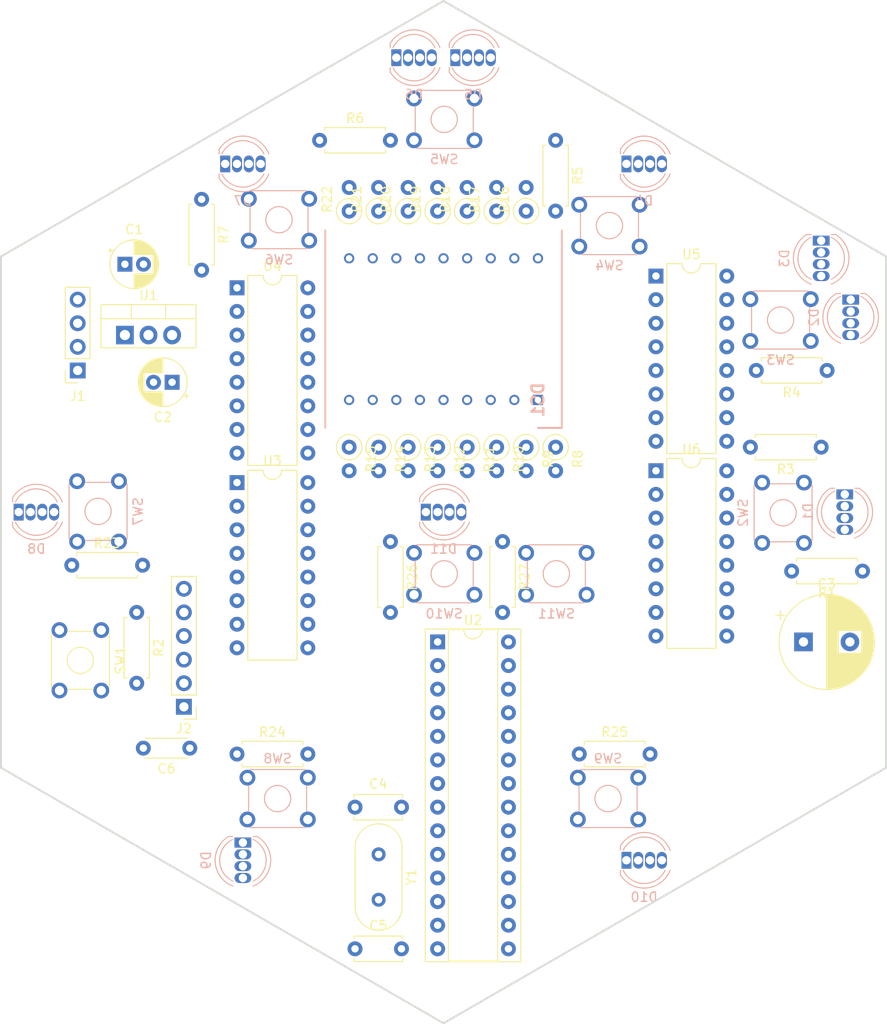
<source format=kicad_pcb>
(kicad_pcb (version 20171130) (host pcbnew "(5.1.8)-1")

  (general
    (thickness 1.6)
    (drawings 12)
    (tracks 0)
    (zones 0)
    (modules 65)
    (nets 75)
  )

  (page A4)
  (layers
    (0 F.Cu signal)
    (31 B.Cu signal)
    (32 B.Adhes user hide)
    (33 F.Adhes user hide)
    (34 B.Paste user hide)
    (35 F.Paste user hide)
    (36 B.SilkS user)
    (37 F.SilkS user)
    (38 B.Mask user hide)
    (39 F.Mask user hide)
    (40 Dwgs.User user hide)
    (41 Cmts.User user)
    (42 Eco1.User user hide)
    (43 Eco2.User user hide)
    (44 Edge.Cuts user)
    (45 Margin user hide)
    (46 B.CrtYd user)
    (47 F.CrtYd user)
    (48 B.Fab user hide)
    (49 F.Fab user hide)
  )

  (setup
    (last_trace_width 0.2)
    (user_trace_width 0.2)
    (trace_clearance 0.2)
    (zone_clearance 0.508)
    (zone_45_only no)
    (trace_min 0.2)
    (via_size 0.8)
    (via_drill 0.4)
    (via_min_size 0.4)
    (via_min_drill 0.3)
    (uvia_size 0.3)
    (uvia_drill 0.1)
    (uvias_allowed no)
    (uvia_min_size 0.2)
    (uvia_min_drill 0.1)
    (edge_width 0.05)
    (segment_width 0.2)
    (pcb_text_width 0.3)
    (pcb_text_size 1.5 1.5)
    (mod_edge_width 0.12)
    (mod_text_size 1 1)
    (mod_text_width 0.15)
    (pad_size 1.524 1.524)
    (pad_drill 0.762)
    (pad_to_mask_clearance 0)
    (aux_axis_origin 0 0)
    (grid_origin 125.095 90.17)
    (visible_elements 7FFFFFFF)
    (pcbplotparams
      (layerselection 0x010fc_ffffffff)
      (usegerberextensions false)
      (usegerberattributes true)
      (usegerberadvancedattributes true)
      (creategerberjobfile true)
      (excludeedgelayer true)
      (linewidth 0.100000)
      (plotframeref false)
      (viasonmask false)
      (mode 1)
      (useauxorigin false)
      (hpglpennumber 1)
      (hpglpenspeed 20)
      (hpglpendiameter 15.000000)
      (psnegative false)
      (psa4output false)
      (plotreference true)
      (plotvalue true)
      (plotinvisibletext false)
      (padsonsilk false)
      (subtractmaskfromsilk false)
      (outputformat 1)
      (mirror false)
      (drillshape 1)
      (scaleselection 1)
      (outputdirectory ""))
  )

  (net 0 "")
  (net 1 GND)
  (net 2 +9V)
  (net 3 "Net-(C2-Pad1)")
  (net 4 "Net-(C4-Pad2)")
  (net 5 "Net-(C5-Pad2)")
  (net 6 "Net-(C6-Pad2)")
  (net 7 "Net-(C6-Pad1)")
  (net 8 "Net-(D1-Pad4)")
  (net 9 "Net-(D1-Pad1)")
  (net 10 "Net-(D2-Pad1)")
  (net 11 "Net-(D3-Pad1)")
  (net 12 "Net-(D4-Pad1)")
  (net 13 "Net-(D5-Pad1)")
  (net 14 "Net-(D6-Pad1)")
  (net 15 "Net-(D7-Pad1)")
  (net 16 "Net-(D8-Pad1)")
  (net 17 "Net-(D10-Pad4)")
  (net 18 "Net-(D10-Pad1)")
  (net 19 "Net-(DS1-Pad18)")
  (net 20 "Net-(DS1-Pad17)")
  (net 21 "Net-(DS1-Pad16)")
  (net 22 "Net-(DS1-Pad15)")
  (net 23 "Net-(DS1-Pad14)")
  (net 24 "Net-(DS1-Pad13)")
  (net 25 "Net-(DS1-Pad12)")
  (net 26 "Net-(DS1-Pad11)")
  (net 27 "Net-(DS1-Pad10)")
  (net 28 "Net-(DS1-Pad9)")
  (net 29 "Net-(DS1-Pad8)")
  (net 30 "Net-(DS1-Pad7)")
  (net 31 "Net-(DS1-Pad6)")
  (net 32 "Net-(DS1-Pad5)")
  (net 33 "Net-(DS1-Pad4)")
  (net 34 "Net-(DS1-Pad2)")
  (net 35 "Net-(DS1-Pad1)")
  (net 36 "Net-(J1-Pad3)")
  (net 37 "Net-(J1-Pad2)")
  (net 38 "Net-(J2-Pad3)")
  (net 39 "Net-(J2-Pad2)")
  (net 40 "Net-(R1-Pad2)")
  (net 41 "Net-(R3-Pad2)")
  (net 42 "Net-(R4-Pad2)")
  (net 43 "Net-(R5-Pad2)")
  (net 44 "Net-(R6-Pad2)")
  (net 45 "Net-(R7-Pad2)")
  (net 46 "Net-(R8-Pad2)")
  (net 47 "Net-(R9-Pad2)")
  (net 48 "Net-(R10-Pad2)")
  (net 49 "Net-(R11-Pad2)")
  (net 50 "Net-(R12-Pad2)")
  (net 51 "Net-(R13-Pad2)")
  (net 52 "Net-(R14-Pad2)")
  (net 53 "Net-(R15-Pad2)")
  (net 54 "Net-(R16-Pad2)")
  (net 55 "Net-(R17-Pad2)")
  (net 56 "Net-(R18-Pad2)")
  (net 57 "Net-(R19-Pad2)")
  (net 58 "Net-(R20-Pad2)")
  (net 59 "Net-(R21-Pad2)")
  (net 60 "Net-(R22-Pad2)")
  (net 61 "Net-(R23-Pad2)")
  (net 62 "Net-(R24-Pad2)")
  (net 63 "Net-(R25-Pad2)")
  (net 64 "Net-(R26-Pad2)")
  (net 65 "Net-(R27-Pad2)")
  (net 66 "Net-(U2-Pad25)")
  (net 67 "Net-(U2-Pad24)")
  (net 68 "Net-(U2-Pad23)")
  (net 69 "Net-(U2-Pad19)")
  (net 70 "Net-(U2-Pad18)")
  (net 71 "Net-(U2-Pad17)")
  (net 72 "Net-(U2-Pad16)")
  (net 73 "Net-(U3-Pad10)")
  (net 74 "Net-(U5-Pad9)")

  (net_class Default "This is the default net class."
    (clearance 0.2)
    (trace_width 0.25)
    (via_dia 0.8)
    (via_drill 0.4)
    (uvia_dia 0.3)
    (uvia_drill 0.1)
    (add_net +9V)
    (add_net GND)
    (add_net "Net-(C2-Pad1)")
    (add_net "Net-(C4-Pad2)")
    (add_net "Net-(C5-Pad2)")
    (add_net "Net-(C6-Pad1)")
    (add_net "Net-(C6-Pad2)")
    (add_net "Net-(D1-Pad1)")
    (add_net "Net-(D1-Pad4)")
    (add_net "Net-(D10-Pad1)")
    (add_net "Net-(D10-Pad4)")
    (add_net "Net-(D2-Pad1)")
    (add_net "Net-(D3-Pad1)")
    (add_net "Net-(D4-Pad1)")
    (add_net "Net-(D5-Pad1)")
    (add_net "Net-(D6-Pad1)")
    (add_net "Net-(D7-Pad1)")
    (add_net "Net-(D8-Pad1)")
    (add_net "Net-(DS1-Pad1)")
    (add_net "Net-(DS1-Pad10)")
    (add_net "Net-(DS1-Pad11)")
    (add_net "Net-(DS1-Pad12)")
    (add_net "Net-(DS1-Pad13)")
    (add_net "Net-(DS1-Pad14)")
    (add_net "Net-(DS1-Pad15)")
    (add_net "Net-(DS1-Pad16)")
    (add_net "Net-(DS1-Pad17)")
    (add_net "Net-(DS1-Pad18)")
    (add_net "Net-(DS1-Pad2)")
    (add_net "Net-(DS1-Pad4)")
    (add_net "Net-(DS1-Pad5)")
    (add_net "Net-(DS1-Pad6)")
    (add_net "Net-(DS1-Pad7)")
    (add_net "Net-(DS1-Pad8)")
    (add_net "Net-(DS1-Pad9)")
    (add_net "Net-(J1-Pad2)")
    (add_net "Net-(J1-Pad3)")
    (add_net "Net-(J2-Pad2)")
    (add_net "Net-(J2-Pad3)")
    (add_net "Net-(R1-Pad2)")
    (add_net "Net-(R10-Pad2)")
    (add_net "Net-(R11-Pad2)")
    (add_net "Net-(R12-Pad2)")
    (add_net "Net-(R13-Pad2)")
    (add_net "Net-(R14-Pad2)")
    (add_net "Net-(R15-Pad2)")
    (add_net "Net-(R16-Pad2)")
    (add_net "Net-(R17-Pad2)")
    (add_net "Net-(R18-Pad2)")
    (add_net "Net-(R19-Pad2)")
    (add_net "Net-(R20-Pad2)")
    (add_net "Net-(R21-Pad2)")
    (add_net "Net-(R22-Pad2)")
    (add_net "Net-(R23-Pad2)")
    (add_net "Net-(R24-Pad2)")
    (add_net "Net-(R25-Pad2)")
    (add_net "Net-(R26-Pad2)")
    (add_net "Net-(R27-Pad2)")
    (add_net "Net-(R3-Pad2)")
    (add_net "Net-(R4-Pad2)")
    (add_net "Net-(R5-Pad2)")
    (add_net "Net-(R6-Pad2)")
    (add_net "Net-(R7-Pad2)")
    (add_net "Net-(R8-Pad2)")
    (add_net "Net-(R9-Pad2)")
    (add_net "Net-(U2-Pad16)")
    (add_net "Net-(U2-Pad17)")
    (add_net "Net-(U2-Pad18)")
    (add_net "Net-(U2-Pad19)")
    (add_net "Net-(U2-Pad23)")
    (add_net "Net-(U2-Pad24)")
    (add_net "Net-(U2-Pad25)")
    (add_net "Net-(U3-Pad10)")
    (add_net "Net-(U5-Pad9)")
  )

  (module Resistor_THT:R_Axial_DIN0207_L6.3mm_D2.5mm_P2.54mm_Vertical (layer F.Cu) (tedit 5AE5139B) (tstamp 601FCA75)
    (at 137.16 83.185 270)
    (descr "Resistor, Axial_DIN0207 series, Axial, Vertical, pin pitch=2.54mm, 0.25W = 1/4W, length*diameter=6.3*2.5mm^2, http://cdn-reichelt.de/documents/datenblatt/B400/1_4W%23YAG.pdf")
    (tags "Resistor Axial_DIN0207 series Axial Vertical pin pitch 2.54mm 0.25W = 1/4W length 6.3mm diameter 2.5mm")
    (path /605CB36A)
    (fp_text reference R8 (at 1.27 -2.37 90) (layer F.SilkS)
      (effects (font (size 1 1) (thickness 0.15)))
    )
    (fp_text value R (at 1.27 2.37 90) (layer F.Fab)
      (effects (font (size 1 1) (thickness 0.15)))
    )
    (fp_line (start 3.59 -1.5) (end -1.5 -1.5) (layer F.CrtYd) (width 0.05))
    (fp_line (start 3.59 1.5) (end 3.59 -1.5) (layer F.CrtYd) (width 0.05))
    (fp_line (start -1.5 1.5) (end 3.59 1.5) (layer F.CrtYd) (width 0.05))
    (fp_line (start -1.5 -1.5) (end -1.5 1.5) (layer F.CrtYd) (width 0.05))
    (fp_line (start 1.37 0) (end 1.44 0) (layer F.SilkS) (width 0.12))
    (fp_line (start 0 0) (end 2.54 0) (layer F.Fab) (width 0.1))
    (fp_circle (center 0 0) (end 1.37 0) (layer F.SilkS) (width 0.12))
    (fp_circle (center 0 0) (end 1.25 0) (layer F.Fab) (width 0.1))
    (fp_text user %R (at 1.27 -2.37 90) (layer F.Fab)
      (effects (font (size 1 1) (thickness 0.15)))
    )
    (pad 2 thru_hole oval (at 2.54 0 270) (size 1.6 1.6) (drill 0.8) (layers *.Cu *.Mask)
      (net 46 "Net-(R8-Pad2)"))
    (pad 1 thru_hole circle (at 0 0 270) (size 1.6 1.6) (drill 0.8) (layers *.Cu *.Mask)
      (net 35 "Net-(DS1-Pad1)"))
    (model ${KISYS3DMOD}/Resistor_THT.3dshapes/R_Axial_DIN0207_L6.3mm_D2.5mm_P2.54mm_Vertical.wrl
      (at (xyz 0 0 0))
      (scale (xyz 1 1 1))
      (rotate (xyz 0 0 0))
    )
  )

  (module Resistor_THT:R_Axial_DIN0207_L6.3mm_D2.5mm_P7.62mm_Horizontal (layer F.Cu) (tedit 5AE5139B) (tstamp 601FCB5E)
    (at 85.09 95.885)
    (descr "Resistor, Axial_DIN0207 series, Axial, Horizontal, pin pitch=7.62mm, 0.25W = 1/4W, length*diameter=6.3*2.5mm^2, http://cdn-reichelt.de/documents/datenblatt/B400/1_4W%23YAG.pdf")
    (tags "Resistor Axial_DIN0207 series Axial Horizontal pin pitch 7.62mm 0.25W = 1/4W length 6.3mm diameter 2.5mm")
    (path /6029F74E)
    (fp_text reference R23 (at 3.81 -2.37) (layer F.SilkS)
      (effects (font (size 1 1) (thickness 0.15)))
    )
    (fp_text value R (at 3.81 2.37) (layer F.Fab)
      (effects (font (size 1 1) (thickness 0.15)))
    )
    (fp_line (start 8.67 -1.5) (end -1.05 -1.5) (layer F.CrtYd) (width 0.05))
    (fp_line (start 8.67 1.5) (end 8.67 -1.5) (layer F.CrtYd) (width 0.05))
    (fp_line (start -1.05 1.5) (end 8.67 1.5) (layer F.CrtYd) (width 0.05))
    (fp_line (start -1.05 -1.5) (end -1.05 1.5) (layer F.CrtYd) (width 0.05))
    (fp_line (start 7.08 1.37) (end 7.08 1.04) (layer F.SilkS) (width 0.12))
    (fp_line (start 0.54 1.37) (end 7.08 1.37) (layer F.SilkS) (width 0.12))
    (fp_line (start 0.54 1.04) (end 0.54 1.37) (layer F.SilkS) (width 0.12))
    (fp_line (start 7.08 -1.37) (end 7.08 -1.04) (layer F.SilkS) (width 0.12))
    (fp_line (start 0.54 -1.37) (end 7.08 -1.37) (layer F.SilkS) (width 0.12))
    (fp_line (start 0.54 -1.04) (end 0.54 -1.37) (layer F.SilkS) (width 0.12))
    (fp_line (start 7.62 0) (end 6.96 0) (layer F.Fab) (width 0.1))
    (fp_line (start 0 0) (end 0.66 0) (layer F.Fab) (width 0.1))
    (fp_line (start 6.96 -1.25) (end 0.66 -1.25) (layer F.Fab) (width 0.1))
    (fp_line (start 6.96 1.25) (end 6.96 -1.25) (layer F.Fab) (width 0.1))
    (fp_line (start 0.66 1.25) (end 6.96 1.25) (layer F.Fab) (width 0.1))
    (fp_line (start 0.66 -1.25) (end 0.66 1.25) (layer F.Fab) (width 0.1))
    (fp_text user %R (at 3.81 0) (layer F.Fab)
      (effects (font (size 1 1) (thickness 0.15)))
    )
    (pad 2 thru_hole oval (at 7.62 0) (size 1.6 1.6) (drill 0.8) (layers *.Cu *.Mask)
      (net 61 "Net-(R23-Pad2)"))
    (pad 1 thru_hole circle (at 0 0) (size 1.6 1.6) (drill 0.8) (layers *.Cu *.Mask)
      (net 1 GND))
    (model ${KISYS3DMOD}/Resistor_THT.3dshapes/R_Axial_DIN0207_L6.3mm_D2.5mm_P7.62mm_Horizontal.wrl
      (at (xyz 0 0 0))
      (scale (xyz 1 1 1))
      (rotate (xyz 0 0 0))
    )
  )

  (module Resistor_THT:R_Axial_DIN0207_L6.3mm_D2.5mm_P2.54mm_Vertical (layer F.Cu) (tedit 5AE5139B) (tstamp 601FCB29)
    (at 121.285 57.785 90)
    (descr "Resistor, Axial_DIN0207 series, Axial, Vertical, pin pitch=2.54mm, 0.25W = 1/4W, length*diameter=6.3*2.5mm^2, http://cdn-reichelt.de/documents/datenblatt/B400/1_4W%23YAG.pdf")
    (tags "Resistor Axial_DIN0207 series Axial Vertical pin pitch 2.54mm 0.25W = 1/4W length 6.3mm diameter 2.5mm")
    (path /6060A81F)
    (fp_text reference R20 (at 1.27 -2.37 90) (layer F.SilkS)
      (effects (font (size 1 1) (thickness 0.15)))
    )
    (fp_text value R (at 1.27 2.37 90) (layer F.Fab)
      (effects (font (size 1 1) (thickness 0.15)))
    )
    (fp_line (start 3.59 -1.5) (end -1.5 -1.5) (layer F.CrtYd) (width 0.05))
    (fp_line (start 3.59 1.5) (end 3.59 -1.5) (layer F.CrtYd) (width 0.05))
    (fp_line (start -1.5 1.5) (end 3.59 1.5) (layer F.CrtYd) (width 0.05))
    (fp_line (start -1.5 -1.5) (end -1.5 1.5) (layer F.CrtYd) (width 0.05))
    (fp_line (start 1.37 0) (end 1.44 0) (layer F.SilkS) (width 0.12))
    (fp_line (start 0 0) (end 2.54 0) (layer F.Fab) (width 0.1))
    (fp_circle (center 0 0) (end 1.37 0) (layer F.SilkS) (width 0.12))
    (fp_circle (center 0 0) (end 1.25 0) (layer F.Fab) (width 0.1))
    (fp_text user %R (at 1.27 -2.37 90) (layer F.Fab)
      (effects (font (size 1 1) (thickness 0.15)))
    )
    (pad 2 thru_hole oval (at 2.54 0 90) (size 1.6 1.6) (drill 0.8) (layers *.Cu *.Mask)
      (net 58 "Net-(R20-Pad2)"))
    (pad 1 thru_hole circle (at 0 0 90) (size 1.6 1.6) (drill 0.8) (layers *.Cu *.Mask)
      (net 24 "Net-(DS1-Pad13)"))
    (model ${KISYS3DMOD}/Resistor_THT.3dshapes/R_Axial_DIN0207_L6.3mm_D2.5mm_P2.54mm_Vertical.wrl
      (at (xyz 0 0 0))
      (scale (xyz 1 1 1))
      (rotate (xyz 0 0 0))
    )
  )

  (module Resistor_THT:R_Axial_DIN0207_L6.3mm_D2.5mm_P2.54mm_Vertical (layer F.Cu) (tedit 5AE5139B) (tstamp 601FCB1A)
    (at 124.46 57.785 90)
    (descr "Resistor, Axial_DIN0207 series, Axial, Vertical, pin pitch=2.54mm, 0.25W = 1/4W, length*diameter=6.3*2.5mm^2, http://cdn-reichelt.de/documents/datenblatt/B400/1_4W%23YAG.pdf")
    (tags "Resistor Axial_DIN0207 series Axial Vertical pin pitch 2.54mm 0.25W = 1/4W length 6.3mm diameter 2.5mm")
    (path /6060A815)
    (fp_text reference R19 (at 1.27 -2.37 90) (layer F.SilkS)
      (effects (font (size 1 1) (thickness 0.15)))
    )
    (fp_text value R (at 1.27 2.37 90) (layer F.Fab)
      (effects (font (size 1 1) (thickness 0.15)))
    )
    (fp_line (start 3.59 -1.5) (end -1.5 -1.5) (layer F.CrtYd) (width 0.05))
    (fp_line (start 3.59 1.5) (end 3.59 -1.5) (layer F.CrtYd) (width 0.05))
    (fp_line (start -1.5 1.5) (end 3.59 1.5) (layer F.CrtYd) (width 0.05))
    (fp_line (start -1.5 -1.5) (end -1.5 1.5) (layer F.CrtYd) (width 0.05))
    (fp_line (start 1.37 0) (end 1.44 0) (layer F.SilkS) (width 0.12))
    (fp_line (start 0 0) (end 2.54 0) (layer F.Fab) (width 0.1))
    (fp_circle (center 0 0) (end 1.37 0) (layer F.SilkS) (width 0.12))
    (fp_circle (center 0 0) (end 1.25 0) (layer F.Fab) (width 0.1))
    (fp_text user %R (at 1.27 -2.37 90) (layer F.Fab)
      (effects (font (size 1 1) (thickness 0.15)))
    )
    (pad 2 thru_hole oval (at 2.54 0 90) (size 1.6 1.6) (drill 0.8) (layers *.Cu *.Mask)
      (net 57 "Net-(R19-Pad2)"))
    (pad 1 thru_hole circle (at 0 0 90) (size 1.6 1.6) (drill 0.8) (layers *.Cu *.Mask)
      (net 23 "Net-(DS1-Pad14)"))
    (model ${KISYS3DMOD}/Resistor_THT.3dshapes/R_Axial_DIN0207_L6.3mm_D2.5mm_P2.54mm_Vertical.wrl
      (at (xyz 0 0 0))
      (scale (xyz 1 1 1))
      (rotate (xyz 0 0 0))
    )
  )

  (module Resistor_THT:R_Axial_DIN0207_L6.3mm_D2.5mm_P2.54mm_Vertical (layer F.Cu) (tedit 5AE5139B) (tstamp 601FCB0B)
    (at 127.635 57.785 90)
    (descr "Resistor, Axial_DIN0207 series, Axial, Vertical, pin pitch=2.54mm, 0.25W = 1/4W, length*diameter=6.3*2.5mm^2, http://cdn-reichelt.de/documents/datenblatt/B400/1_4W%23YAG.pdf")
    (tags "Resistor Axial_DIN0207 series Axial Vertical pin pitch 2.54mm 0.25W = 1/4W length 6.3mm diameter 2.5mm")
    (path /6060A80B)
    (fp_text reference R18 (at 1.27 -2.37 90) (layer F.SilkS)
      (effects (font (size 1 1) (thickness 0.15)))
    )
    (fp_text value R (at 1.27 2.37 90) (layer F.Fab)
      (effects (font (size 1 1) (thickness 0.15)))
    )
    (fp_line (start 3.59 -1.5) (end -1.5 -1.5) (layer F.CrtYd) (width 0.05))
    (fp_line (start 3.59 1.5) (end 3.59 -1.5) (layer F.CrtYd) (width 0.05))
    (fp_line (start -1.5 1.5) (end 3.59 1.5) (layer F.CrtYd) (width 0.05))
    (fp_line (start -1.5 -1.5) (end -1.5 1.5) (layer F.CrtYd) (width 0.05))
    (fp_line (start 1.37 0) (end 1.44 0) (layer F.SilkS) (width 0.12))
    (fp_line (start 0 0) (end 2.54 0) (layer F.Fab) (width 0.1))
    (fp_circle (center 0 0) (end 1.37 0) (layer F.SilkS) (width 0.12))
    (fp_circle (center 0 0) (end 1.25 0) (layer F.Fab) (width 0.1))
    (fp_text user %R (at 1.27 -2.37 90) (layer F.Fab)
      (effects (font (size 1 1) (thickness 0.15)))
    )
    (pad 2 thru_hole oval (at 2.54 0 90) (size 1.6 1.6) (drill 0.8) (layers *.Cu *.Mask)
      (net 56 "Net-(R18-Pad2)"))
    (pad 1 thru_hole circle (at 0 0 90) (size 1.6 1.6) (drill 0.8) (layers *.Cu *.Mask)
      (net 22 "Net-(DS1-Pad15)"))
    (model ${KISYS3DMOD}/Resistor_THT.3dshapes/R_Axial_DIN0207_L6.3mm_D2.5mm_P2.54mm_Vertical.wrl
      (at (xyz 0 0 0))
      (scale (xyz 1 1 1))
      (rotate (xyz 0 0 0))
    )
  )

  (module Resistor_THT:R_Axial_DIN0207_L6.3mm_D2.5mm_P7.62mm_Horizontal (layer F.Cu) (tedit 5AE5139B) (tstamp 601FCA4F)
    (at 111.76 50.165)
    (descr "Resistor, Axial_DIN0207 series, Axial, Horizontal, pin pitch=7.62mm, 0.25W = 1/4W, length*diameter=6.3*2.5mm^2, http://cdn-reichelt.de/documents/datenblatt/B400/1_4W%23YAG.pdf")
    (tags "Resistor Axial_DIN0207 series Axial Horizontal pin pitch 7.62mm 0.25W = 1/4W length 6.3mm diameter 2.5mm")
    (path /602B45AA)
    (fp_text reference R6 (at 3.81 -2.37) (layer F.SilkS)
      (effects (font (size 1 1) (thickness 0.15)))
    )
    (fp_text value R (at 3.81 2.37) (layer F.Fab)
      (effects (font (size 1 1) (thickness 0.15)))
    )
    (fp_line (start 8.67 -1.5) (end -1.05 -1.5) (layer F.CrtYd) (width 0.05))
    (fp_line (start 8.67 1.5) (end 8.67 -1.5) (layer F.CrtYd) (width 0.05))
    (fp_line (start -1.05 1.5) (end 8.67 1.5) (layer F.CrtYd) (width 0.05))
    (fp_line (start -1.05 -1.5) (end -1.05 1.5) (layer F.CrtYd) (width 0.05))
    (fp_line (start 7.08 1.37) (end 7.08 1.04) (layer F.SilkS) (width 0.12))
    (fp_line (start 0.54 1.37) (end 7.08 1.37) (layer F.SilkS) (width 0.12))
    (fp_line (start 0.54 1.04) (end 0.54 1.37) (layer F.SilkS) (width 0.12))
    (fp_line (start 7.08 -1.37) (end 7.08 -1.04) (layer F.SilkS) (width 0.12))
    (fp_line (start 0.54 -1.37) (end 7.08 -1.37) (layer F.SilkS) (width 0.12))
    (fp_line (start 0.54 -1.04) (end 0.54 -1.37) (layer F.SilkS) (width 0.12))
    (fp_line (start 7.62 0) (end 6.96 0) (layer F.Fab) (width 0.1))
    (fp_line (start 0 0) (end 0.66 0) (layer F.Fab) (width 0.1))
    (fp_line (start 6.96 -1.25) (end 0.66 -1.25) (layer F.Fab) (width 0.1))
    (fp_line (start 6.96 1.25) (end 6.96 -1.25) (layer F.Fab) (width 0.1))
    (fp_line (start 0.66 1.25) (end 6.96 1.25) (layer F.Fab) (width 0.1))
    (fp_line (start 0.66 -1.25) (end 0.66 1.25) (layer F.Fab) (width 0.1))
    (fp_text user %R (at 3.81 0) (layer F.Fab)
      (effects (font (size 1 1) (thickness 0.15)))
    )
    (pad 2 thru_hole oval (at 7.62 0) (size 1.6 1.6) (drill 0.8) (layers *.Cu *.Mask)
      (net 44 "Net-(R6-Pad2)"))
    (pad 1 thru_hole circle (at 0 0) (size 1.6 1.6) (drill 0.8) (layers *.Cu *.Mask)
      (net 1 GND))
    (model ${KISYS3DMOD}/Resistor_THT.3dshapes/R_Axial_DIN0207_L6.3mm_D2.5mm_P7.62mm_Horizontal.wrl
      (at (xyz 0 0 0))
      (scale (xyz 1 1 1))
      (rotate (xyz 0 0 0))
    )
  )

  (module Resistor_THT:R_Axial_DIN0207_L6.3mm_D2.5mm_P2.54mm_Vertical (layer F.Cu) (tedit 5AE5139B) (tstamp 601FCAC0)
    (at 121.285 83.185 270)
    (descr "Resistor, Axial_DIN0207 series, Axial, Vertical, pin pitch=2.54mm, 0.25W = 1/4W, length*diameter=6.3*2.5mm^2, http://cdn-reichelt.de/documents/datenblatt/B400/1_4W%23YAG.pdf")
    (tags "Resistor Axial_DIN0207 series Axial Vertical pin pitch 2.54mm 0.25W = 1/4W length 6.3mm diameter 2.5mm")
    (path /605FA479)
    (fp_text reference R13 (at 1.27 -2.37 90) (layer F.SilkS)
      (effects (font (size 1 1) (thickness 0.15)))
    )
    (fp_text value R (at 1.27 2.37 90) (layer F.Fab)
      (effects (font (size 1 1) (thickness 0.15)))
    )
    (fp_line (start 3.59 -1.5) (end -1.5 -1.5) (layer F.CrtYd) (width 0.05))
    (fp_line (start 3.59 1.5) (end 3.59 -1.5) (layer F.CrtYd) (width 0.05))
    (fp_line (start -1.5 1.5) (end 3.59 1.5) (layer F.CrtYd) (width 0.05))
    (fp_line (start -1.5 -1.5) (end -1.5 1.5) (layer F.CrtYd) (width 0.05))
    (fp_line (start 1.37 0) (end 1.44 0) (layer F.SilkS) (width 0.12))
    (fp_line (start 0 0) (end 2.54 0) (layer F.Fab) (width 0.1))
    (fp_circle (center 0 0) (end 1.37 0) (layer F.SilkS) (width 0.12))
    (fp_circle (center 0 0) (end 1.25 0) (layer F.Fab) (width 0.1))
    (fp_text user %R (at 1.27 -2.37 90) (layer F.Fab)
      (effects (font (size 1 1) (thickness 0.15)))
    )
    (pad 2 thru_hole oval (at 2.54 0 270) (size 1.6 1.6) (drill 0.8) (layers *.Cu *.Mask)
      (net 51 "Net-(R13-Pad2)"))
    (pad 1 thru_hole circle (at 0 0 270) (size 1.6 1.6) (drill 0.8) (layers *.Cu *.Mask)
      (net 30 "Net-(DS1-Pad7)"))
    (model ${KISYS3DMOD}/Resistor_THT.3dshapes/R_Axial_DIN0207_L6.3mm_D2.5mm_P2.54mm_Vertical.wrl
      (at (xyz 0 0 0))
      (scale (xyz 1 1 1))
      (rotate (xyz 0 0 0))
    )
  )

  (module Resistor_THT:R_Axial_DIN0207_L6.3mm_D2.5mm_P2.54mm_Vertical (layer F.Cu) (tedit 5AE5139B) (tstamp 601FCB47)
    (at 114.935 57.785 90)
    (descr "Resistor, Axial_DIN0207 series, Axial, Vertical, pin pitch=2.54mm, 0.25W = 1/4W, length*diameter=6.3*2.5mm^2, http://cdn-reichelt.de/documents/datenblatt/B400/1_4W%23YAG.pdf")
    (tags "Resistor Axial_DIN0207 series Axial Vertical pin pitch 2.54mm 0.25W = 1/4W length 6.3mm diameter 2.5mm")
    (path /6060A833)
    (fp_text reference R22 (at 1.27 -2.37 90) (layer F.SilkS)
      (effects (font (size 1 1) (thickness 0.15)))
    )
    (fp_text value R (at 1.27 2.37 90) (layer F.Fab)
      (effects (font (size 1 1) (thickness 0.15)))
    )
    (fp_line (start 3.59 -1.5) (end -1.5 -1.5) (layer F.CrtYd) (width 0.05))
    (fp_line (start 3.59 1.5) (end 3.59 -1.5) (layer F.CrtYd) (width 0.05))
    (fp_line (start -1.5 1.5) (end 3.59 1.5) (layer F.CrtYd) (width 0.05))
    (fp_line (start -1.5 -1.5) (end -1.5 1.5) (layer F.CrtYd) (width 0.05))
    (fp_line (start 1.37 0) (end 1.44 0) (layer F.SilkS) (width 0.12))
    (fp_line (start 0 0) (end 2.54 0) (layer F.Fab) (width 0.1))
    (fp_circle (center 0 0) (end 1.37 0) (layer F.SilkS) (width 0.12))
    (fp_circle (center 0 0) (end 1.25 0) (layer F.Fab) (width 0.1))
    (fp_text user %R (at 1.27 -2.37 90) (layer F.Fab)
      (effects (font (size 1 1) (thickness 0.15)))
    )
    (pad 2 thru_hole oval (at 2.54 0 90) (size 1.6 1.6) (drill 0.8) (layers *.Cu *.Mask)
      (net 60 "Net-(R22-Pad2)"))
    (pad 1 thru_hole circle (at 0 0 90) (size 1.6 1.6) (drill 0.8) (layers *.Cu *.Mask)
      (net 27 "Net-(DS1-Pad10)"))
    (model ${KISYS3DMOD}/Resistor_THT.3dshapes/R_Axial_DIN0207_L6.3mm_D2.5mm_P2.54mm_Vertical.wrl
      (at (xyz 0 0 0))
      (scale (xyz 1 1 1))
      (rotate (xyz 0 0 0))
    )
  )

  (module Resistor_THT:R_Axial_DIN0207_L6.3mm_D2.5mm_P2.54mm_Vertical (layer F.Cu) (tedit 5AE5139B) (tstamp 601FCAED)
    (at 133.985 57.785 90)
    (descr "Resistor, Axial_DIN0207 series, Axial, Vertical, pin pitch=2.54mm, 0.25W = 1/4W, length*diameter=6.3*2.5mm^2, http://cdn-reichelt.de/documents/datenblatt/B400/1_4W%23YAG.pdf")
    (tags "Resistor Axial_DIN0207 series Axial Vertical pin pitch 2.54mm 0.25W = 1/4W length 6.3mm diameter 2.5mm")
    (path /6060A7F7)
    (fp_text reference R16 (at 1.27 -2.37 90) (layer F.SilkS)
      (effects (font (size 1 1) (thickness 0.15)))
    )
    (fp_text value R (at 1.27 2.37 90) (layer F.Fab)
      (effects (font (size 1 1) (thickness 0.15)))
    )
    (fp_line (start 3.59 -1.5) (end -1.5 -1.5) (layer F.CrtYd) (width 0.05))
    (fp_line (start 3.59 1.5) (end 3.59 -1.5) (layer F.CrtYd) (width 0.05))
    (fp_line (start -1.5 1.5) (end 3.59 1.5) (layer F.CrtYd) (width 0.05))
    (fp_line (start -1.5 -1.5) (end -1.5 1.5) (layer F.CrtYd) (width 0.05))
    (fp_line (start 1.37 0) (end 1.44 0) (layer F.SilkS) (width 0.12))
    (fp_line (start 0 0) (end 2.54 0) (layer F.Fab) (width 0.1))
    (fp_circle (center 0 0) (end 1.37 0) (layer F.SilkS) (width 0.12))
    (fp_circle (center 0 0) (end 1.25 0) (layer F.Fab) (width 0.1))
    (fp_text user %R (at 1.27 -2.37 90) (layer F.Fab)
      (effects (font (size 1 1) (thickness 0.15)))
    )
    (pad 2 thru_hole oval (at 2.54 0 90) (size 1.6 1.6) (drill 0.8) (layers *.Cu *.Mask)
      (net 54 "Net-(R16-Pad2)"))
    (pad 1 thru_hole circle (at 0 0 90) (size 1.6 1.6) (drill 0.8) (layers *.Cu *.Mask)
      (net 19 "Net-(DS1-Pad18)"))
    (model ${KISYS3DMOD}/Resistor_THT.3dshapes/R_Axial_DIN0207_L6.3mm_D2.5mm_P2.54mm_Vertical.wrl
      (at (xyz 0 0 0))
      (scale (xyz 1 1 1))
      (rotate (xyz 0 0 0))
    )
  )

  (module Resistor_THT:R_Axial_DIN0207_L6.3mm_D2.5mm_P2.54mm_Vertical (layer F.Cu) (tedit 5AE5139B) (tstamp 601FCADE)
    (at 114.935 83.185 270)
    (descr "Resistor, Axial_DIN0207 series, Axial, Vertical, pin pitch=2.54mm, 0.25W = 1/4W, length*diameter=6.3*2.5mm^2, http://cdn-reichelt.de/documents/datenblatt/B400/1_4W%23YAG.pdf")
    (tags "Resistor Axial_DIN0207 series Axial Vertical pin pitch 2.54mm 0.25W = 1/4W length 6.3mm diameter 2.5mm")
    (path /605FA48D)
    (fp_text reference R15 (at 1.27 -2.37 90) (layer F.SilkS)
      (effects (font (size 1 1) (thickness 0.15)))
    )
    (fp_text value R (at 1.27 2.37 90) (layer F.Fab)
      (effects (font (size 1 1) (thickness 0.15)))
    )
    (fp_line (start 3.59 -1.5) (end -1.5 -1.5) (layer F.CrtYd) (width 0.05))
    (fp_line (start 3.59 1.5) (end 3.59 -1.5) (layer F.CrtYd) (width 0.05))
    (fp_line (start -1.5 1.5) (end 3.59 1.5) (layer F.CrtYd) (width 0.05))
    (fp_line (start -1.5 -1.5) (end -1.5 1.5) (layer F.CrtYd) (width 0.05))
    (fp_line (start 1.37 0) (end 1.44 0) (layer F.SilkS) (width 0.12))
    (fp_line (start 0 0) (end 2.54 0) (layer F.Fab) (width 0.1))
    (fp_circle (center 0 0) (end 1.37 0) (layer F.SilkS) (width 0.12))
    (fp_circle (center 0 0) (end 1.25 0) (layer F.Fab) (width 0.1))
    (fp_text user %R (at 1.27 -2.37 90) (layer F.Fab)
      (effects (font (size 1 1) (thickness 0.15)))
    )
    (pad 2 thru_hole oval (at 2.54 0 270) (size 1.6 1.6) (drill 0.8) (layers *.Cu *.Mask)
      (net 53 "Net-(R15-Pad2)"))
    (pad 1 thru_hole circle (at 0 0 270) (size 1.6 1.6) (drill 0.8) (layers *.Cu *.Mask)
      (net 28 "Net-(DS1-Pad9)"))
    (model ${KISYS3DMOD}/Resistor_THT.3dshapes/R_Axial_DIN0207_L6.3mm_D2.5mm_P2.54mm_Vertical.wrl
      (at (xyz 0 0 0))
      (scale (xyz 1 1 1))
      (rotate (xyz 0 0 0))
    )
  )

  (module Resistor_THT:R_Axial_DIN0207_L6.3mm_D2.5mm_P2.54mm_Vertical (layer F.Cu) (tedit 5AE5139B) (tstamp 601FCAB1)
    (at 124.46 83.185 270)
    (descr "Resistor, Axial_DIN0207 series, Axial, Vertical, pin pitch=2.54mm, 0.25W = 1/4W, length*diameter=6.3*2.5mm^2, http://cdn-reichelt.de/documents/datenblatt/B400/1_4W%23YAG.pdf")
    (tags "Resistor Axial_DIN0207 series Axial Vertical pin pitch 2.54mm 0.25W = 1/4W length 6.3mm diameter 2.5mm")
    (path /605FA463)
    (fp_text reference R12 (at 1.27 -2.37 90) (layer F.SilkS)
      (effects (font (size 1 1) (thickness 0.15)))
    )
    (fp_text value R (at 1.27 2.37 90) (layer F.Fab)
      (effects (font (size 1 1) (thickness 0.15)))
    )
    (fp_line (start 3.59 -1.5) (end -1.5 -1.5) (layer F.CrtYd) (width 0.05))
    (fp_line (start 3.59 1.5) (end 3.59 -1.5) (layer F.CrtYd) (width 0.05))
    (fp_line (start -1.5 1.5) (end 3.59 1.5) (layer F.CrtYd) (width 0.05))
    (fp_line (start -1.5 -1.5) (end -1.5 1.5) (layer F.CrtYd) (width 0.05))
    (fp_line (start 1.37 0) (end 1.44 0) (layer F.SilkS) (width 0.12))
    (fp_line (start 0 0) (end 2.54 0) (layer F.Fab) (width 0.1))
    (fp_circle (center 0 0) (end 1.37 0) (layer F.SilkS) (width 0.12))
    (fp_circle (center 0 0) (end 1.25 0) (layer F.Fab) (width 0.1))
    (fp_text user %R (at 1.27 -2.37 90) (layer F.Fab)
      (effects (font (size 1 1) (thickness 0.15)))
    )
    (pad 2 thru_hole oval (at 2.54 0 270) (size 1.6 1.6) (drill 0.8) (layers *.Cu *.Mask)
      (net 50 "Net-(R12-Pad2)"))
    (pad 1 thru_hole circle (at 0 0 270) (size 1.6 1.6) (drill 0.8) (layers *.Cu *.Mask)
      (net 31 "Net-(DS1-Pad6)"))
    (model ${KISYS3DMOD}/Resistor_THT.3dshapes/R_Axial_DIN0207_L6.3mm_D2.5mm_P2.54mm_Vertical.wrl
      (at (xyz 0 0 0))
      (scale (xyz 1 1 1))
      (rotate (xyz 0 0 0))
    )
  )

  (module Resistor_THT:R_Axial_DIN0207_L6.3mm_D2.5mm_P2.54mm_Vertical (layer F.Cu) (tedit 5AE5139B) (tstamp 601FCAA2)
    (at 127.635 83.185 270)
    (descr "Resistor, Axial_DIN0207 series, Axial, Vertical, pin pitch=2.54mm, 0.25W = 1/4W, length*diameter=6.3*2.5mm^2, http://cdn-reichelt.de/documents/datenblatt/B400/1_4W%23YAG.pdf")
    (tags "Resistor Axial_DIN0207 series Axial Vertical pin pitch 2.54mm 0.25W = 1/4W length 6.3mm diameter 2.5mm")
    (path /605FA187)
    (fp_text reference R11 (at 1.27 -2.37 90) (layer F.SilkS)
      (effects (font (size 1 1) (thickness 0.15)))
    )
    (fp_text value R (at 1.27 2.37 90) (layer F.Fab)
      (effects (font (size 1 1) (thickness 0.15)))
    )
    (fp_line (start 3.59 -1.5) (end -1.5 -1.5) (layer F.CrtYd) (width 0.05))
    (fp_line (start 3.59 1.5) (end 3.59 -1.5) (layer F.CrtYd) (width 0.05))
    (fp_line (start -1.5 1.5) (end 3.59 1.5) (layer F.CrtYd) (width 0.05))
    (fp_line (start -1.5 -1.5) (end -1.5 1.5) (layer F.CrtYd) (width 0.05))
    (fp_line (start 1.37 0) (end 1.44 0) (layer F.SilkS) (width 0.12))
    (fp_line (start 0 0) (end 2.54 0) (layer F.Fab) (width 0.1))
    (fp_circle (center 0 0) (end 1.37 0) (layer F.SilkS) (width 0.12))
    (fp_circle (center 0 0) (end 1.25 0) (layer F.Fab) (width 0.1))
    (fp_text user %R (at 1.27 -2.37 90) (layer F.Fab)
      (effects (font (size 1 1) (thickness 0.15)))
    )
    (pad 2 thru_hole oval (at 2.54 0 270) (size 1.6 1.6) (drill 0.8) (layers *.Cu *.Mask)
      (net 49 "Net-(R11-Pad2)"))
    (pad 1 thru_hole circle (at 0 0 270) (size 1.6 1.6) (drill 0.8) (layers *.Cu *.Mask)
      (net 32 "Net-(DS1-Pad5)"))
    (model ${KISYS3DMOD}/Resistor_THT.3dshapes/R_Axial_DIN0207_L6.3mm_D2.5mm_P2.54mm_Vertical.wrl
      (at (xyz 0 0 0))
      (scale (xyz 1 1 1))
      (rotate (xyz 0 0 0))
    )
  )

  (module Resistor_THT:R_Axial_DIN0207_L6.3mm_D2.5mm_P7.62mm_Horizontal (layer F.Cu) (tedit 5AE5139B) (tstamp 601FCA66)
    (at 99.06 56.515 270)
    (descr "Resistor, Axial_DIN0207 series, Axial, Horizontal, pin pitch=7.62mm, 0.25W = 1/4W, length*diameter=6.3*2.5mm^2, http://cdn-reichelt.de/documents/datenblatt/B400/1_4W%23YAG.pdf")
    (tags "Resistor Axial_DIN0207 series Axial Horizontal pin pitch 7.62mm 0.25W = 1/4W length 6.3mm diameter 2.5mm")
    (path /602B456B)
    (fp_text reference R7 (at 3.81 -2.37 90) (layer F.SilkS)
      (effects (font (size 1 1) (thickness 0.15)))
    )
    (fp_text value R (at 3.81 2.37 90) (layer F.Fab)
      (effects (font (size 1 1) (thickness 0.15)))
    )
    (fp_line (start 8.67 -1.5) (end -1.05 -1.5) (layer F.CrtYd) (width 0.05))
    (fp_line (start 8.67 1.5) (end 8.67 -1.5) (layer F.CrtYd) (width 0.05))
    (fp_line (start -1.05 1.5) (end 8.67 1.5) (layer F.CrtYd) (width 0.05))
    (fp_line (start -1.05 -1.5) (end -1.05 1.5) (layer F.CrtYd) (width 0.05))
    (fp_line (start 7.08 1.37) (end 7.08 1.04) (layer F.SilkS) (width 0.12))
    (fp_line (start 0.54 1.37) (end 7.08 1.37) (layer F.SilkS) (width 0.12))
    (fp_line (start 0.54 1.04) (end 0.54 1.37) (layer F.SilkS) (width 0.12))
    (fp_line (start 7.08 -1.37) (end 7.08 -1.04) (layer F.SilkS) (width 0.12))
    (fp_line (start 0.54 -1.37) (end 7.08 -1.37) (layer F.SilkS) (width 0.12))
    (fp_line (start 0.54 -1.04) (end 0.54 -1.37) (layer F.SilkS) (width 0.12))
    (fp_line (start 7.62 0) (end 6.96 0) (layer F.Fab) (width 0.1))
    (fp_line (start 0 0) (end 0.66 0) (layer F.Fab) (width 0.1))
    (fp_line (start 6.96 -1.25) (end 0.66 -1.25) (layer F.Fab) (width 0.1))
    (fp_line (start 6.96 1.25) (end 6.96 -1.25) (layer F.Fab) (width 0.1))
    (fp_line (start 0.66 1.25) (end 6.96 1.25) (layer F.Fab) (width 0.1))
    (fp_line (start 0.66 -1.25) (end 0.66 1.25) (layer F.Fab) (width 0.1))
    (fp_text user %R (at 3.81 0 90) (layer F.Fab)
      (effects (font (size 1 1) (thickness 0.15)))
    )
    (pad 2 thru_hole oval (at 7.62 0 270) (size 1.6 1.6) (drill 0.8) (layers *.Cu *.Mask)
      (net 45 "Net-(R7-Pad2)"))
    (pad 1 thru_hole circle (at 0 0 270) (size 1.6 1.6) (drill 0.8) (layers *.Cu *.Mask)
      (net 1 GND))
    (model ${KISYS3DMOD}/Resistor_THT.3dshapes/R_Axial_DIN0207_L6.3mm_D2.5mm_P7.62mm_Horizontal.wrl
      (at (xyz 0 0 0))
      (scale (xyz 1 1 1))
      (rotate (xyz 0 0 0))
    )
  )

  (module Resistor_THT:R_Axial_DIN0207_L6.3mm_D2.5mm_P2.54mm_Vertical (layer F.Cu) (tedit 5AE5139B) (tstamp 601FCA84)
    (at 133.985 83.185 270)
    (descr "Resistor, Axial_DIN0207 series, Axial, Vertical, pin pitch=2.54mm, 0.25W = 1/4W, length*diameter=6.3*2.5mm^2, http://cdn-reichelt.de/documents/datenblatt/B400/1_4W%23YAG.pdf")
    (tags "Resistor Axial_DIN0207 series Axial Vertical pin pitch 2.54mm 0.25W = 1/4W length 6.3mm diameter 2.5mm")
    (path /605F9B91)
    (fp_text reference R9 (at 1.27 -2.37 90) (layer F.SilkS)
      (effects (font (size 1 1) (thickness 0.15)))
    )
    (fp_text value R (at 1.27 2.37 90) (layer F.Fab)
      (effects (font (size 1 1) (thickness 0.15)))
    )
    (fp_line (start 3.59 -1.5) (end -1.5 -1.5) (layer F.CrtYd) (width 0.05))
    (fp_line (start 3.59 1.5) (end 3.59 -1.5) (layer F.CrtYd) (width 0.05))
    (fp_line (start -1.5 1.5) (end 3.59 1.5) (layer F.CrtYd) (width 0.05))
    (fp_line (start -1.5 -1.5) (end -1.5 1.5) (layer F.CrtYd) (width 0.05))
    (fp_line (start 1.37 0) (end 1.44 0) (layer F.SilkS) (width 0.12))
    (fp_line (start 0 0) (end 2.54 0) (layer F.Fab) (width 0.1))
    (fp_circle (center 0 0) (end 1.37 0) (layer F.SilkS) (width 0.12))
    (fp_circle (center 0 0) (end 1.25 0) (layer F.Fab) (width 0.1))
    (fp_text user %R (at 1.27 -2.37 90) (layer F.Fab)
      (effects (font (size 1 1) (thickness 0.15)))
    )
    (pad 2 thru_hole oval (at 2.54 0 270) (size 1.6 1.6) (drill 0.8) (layers *.Cu *.Mask)
      (net 47 "Net-(R9-Pad2)"))
    (pad 1 thru_hole circle (at 0 0 270) (size 1.6 1.6) (drill 0.8) (layers *.Cu *.Mask)
      (net 34 "Net-(DS1-Pad2)"))
    (model ${KISYS3DMOD}/Resistor_THT.3dshapes/R_Axial_DIN0207_L6.3mm_D2.5mm_P2.54mm_Vertical.wrl
      (at (xyz 0 0 0))
      (scale (xyz 1 1 1))
      (rotate (xyz 0 0 0))
    )
  )

  (module Resistor_THT:R_Axial_DIN0207_L6.3mm_D2.5mm_P2.54mm_Vertical (layer F.Cu) (tedit 5AE5139B) (tstamp 601FCA93)
    (at 130.81 83.185 270)
    (descr "Resistor, Axial_DIN0207 series, Axial, Vertical, pin pitch=2.54mm, 0.25W = 1/4W, length*diameter=6.3*2.5mm^2, http://cdn-reichelt.de/documents/datenblatt/B400/1_4W%23YAG.pdf")
    (tags "Resistor Axial_DIN0207 series Axial Vertical pin pitch 2.54mm 0.25W = 1/4W length 6.3mm diameter 2.5mm")
    (path /605F9EA9)
    (fp_text reference R10 (at 1.27 -2.37 90) (layer F.SilkS)
      (effects (font (size 1 1) (thickness 0.15)))
    )
    (fp_text value R (at 1.27 2.37 90) (layer F.Fab)
      (effects (font (size 1 1) (thickness 0.15)))
    )
    (fp_line (start 3.59 -1.5) (end -1.5 -1.5) (layer F.CrtYd) (width 0.05))
    (fp_line (start 3.59 1.5) (end 3.59 -1.5) (layer F.CrtYd) (width 0.05))
    (fp_line (start -1.5 1.5) (end 3.59 1.5) (layer F.CrtYd) (width 0.05))
    (fp_line (start -1.5 -1.5) (end -1.5 1.5) (layer F.CrtYd) (width 0.05))
    (fp_line (start 1.37 0) (end 1.44 0) (layer F.SilkS) (width 0.12))
    (fp_line (start 0 0) (end 2.54 0) (layer F.Fab) (width 0.1))
    (fp_circle (center 0 0) (end 1.37 0) (layer F.SilkS) (width 0.12))
    (fp_circle (center 0 0) (end 1.25 0) (layer F.Fab) (width 0.1))
    (fp_text user %R (at 1.27 -2.37 90) (layer F.Fab)
      (effects (font (size 1 1) (thickness 0.15)))
    )
    (pad 2 thru_hole oval (at 2.54 0 270) (size 1.6 1.6) (drill 0.8) (layers *.Cu *.Mask)
      (net 48 "Net-(R10-Pad2)"))
    (pad 1 thru_hole circle (at 0 0 270) (size 1.6 1.6) (drill 0.8) (layers *.Cu *.Mask)
      (net 33 "Net-(DS1-Pad4)"))
    (model ${KISYS3DMOD}/Resistor_THT.3dshapes/R_Axial_DIN0207_L6.3mm_D2.5mm_P2.54mm_Vertical.wrl
      (at (xyz 0 0 0))
      (scale (xyz 1 1 1))
      (rotate (xyz 0 0 0))
    )
  )

  (module Resistor_THT:R_Axial_DIN0207_L6.3mm_D2.5mm_P2.54mm_Vertical (layer F.Cu) (tedit 5AE5139B) (tstamp 601FCB38)
    (at 118.11 57.785 90)
    (descr "Resistor, Axial_DIN0207 series, Axial, Vertical, pin pitch=2.54mm, 0.25W = 1/4W, length*diameter=6.3*2.5mm^2, http://cdn-reichelt.de/documents/datenblatt/B400/1_4W%23YAG.pdf")
    (tags "Resistor Axial_DIN0207 series Axial Vertical pin pitch 2.54mm 0.25W = 1/4W length 6.3mm diameter 2.5mm")
    (path /6060A829)
    (fp_text reference R21 (at 1.27 -2.37 90) (layer F.SilkS)
      (effects (font (size 1 1) (thickness 0.15)))
    )
    (fp_text value R (at 1.27 2.37 90) (layer F.Fab)
      (effects (font (size 1 1) (thickness 0.15)))
    )
    (fp_line (start 3.59 -1.5) (end -1.5 -1.5) (layer F.CrtYd) (width 0.05))
    (fp_line (start 3.59 1.5) (end 3.59 -1.5) (layer F.CrtYd) (width 0.05))
    (fp_line (start -1.5 1.5) (end 3.59 1.5) (layer F.CrtYd) (width 0.05))
    (fp_line (start -1.5 -1.5) (end -1.5 1.5) (layer F.CrtYd) (width 0.05))
    (fp_line (start 1.37 0) (end 1.44 0) (layer F.SilkS) (width 0.12))
    (fp_line (start 0 0) (end 2.54 0) (layer F.Fab) (width 0.1))
    (fp_circle (center 0 0) (end 1.37 0) (layer F.SilkS) (width 0.12))
    (fp_circle (center 0 0) (end 1.25 0) (layer F.Fab) (width 0.1))
    (fp_text user %R (at 1.27 -2.37 90) (layer F.Fab)
      (effects (font (size 1 1) (thickness 0.15)))
    )
    (pad 2 thru_hole oval (at 2.54 0 90) (size 1.6 1.6) (drill 0.8) (layers *.Cu *.Mask)
      (net 59 "Net-(R21-Pad2)"))
    (pad 1 thru_hole circle (at 0 0 90) (size 1.6 1.6) (drill 0.8) (layers *.Cu *.Mask)
      (net 25 "Net-(DS1-Pad12)"))
    (model ${KISYS3DMOD}/Resistor_THT.3dshapes/R_Axial_DIN0207_L6.3mm_D2.5mm_P2.54mm_Vertical.wrl
      (at (xyz 0 0 0))
      (scale (xyz 1 1 1))
      (rotate (xyz 0 0 0))
    )
  )

  (module Resistor_THT:R_Axial_DIN0207_L6.3mm_D2.5mm_P2.54mm_Vertical (layer F.Cu) (tedit 5AE5139B) (tstamp 601FCACF)
    (at 118.11 83.185 270)
    (descr "Resistor, Axial_DIN0207 series, Axial, Vertical, pin pitch=2.54mm, 0.25W = 1/4W, length*diameter=6.3*2.5mm^2, http://cdn-reichelt.de/documents/datenblatt/B400/1_4W%23YAG.pdf")
    (tags "Resistor Axial_DIN0207 series Axial Vertical pin pitch 2.54mm 0.25W = 1/4W length 6.3mm diameter 2.5mm")
    (path /605FA483)
    (fp_text reference R14 (at 1.27 -2.37 90) (layer F.SilkS)
      (effects (font (size 1 1) (thickness 0.15)))
    )
    (fp_text value R (at 1.27 2.37 90) (layer F.Fab)
      (effects (font (size 1 1) (thickness 0.15)))
    )
    (fp_line (start 3.59 -1.5) (end -1.5 -1.5) (layer F.CrtYd) (width 0.05))
    (fp_line (start 3.59 1.5) (end 3.59 -1.5) (layer F.CrtYd) (width 0.05))
    (fp_line (start -1.5 1.5) (end 3.59 1.5) (layer F.CrtYd) (width 0.05))
    (fp_line (start -1.5 -1.5) (end -1.5 1.5) (layer F.CrtYd) (width 0.05))
    (fp_line (start 1.37 0) (end 1.44 0) (layer F.SilkS) (width 0.12))
    (fp_line (start 0 0) (end 2.54 0) (layer F.Fab) (width 0.1))
    (fp_circle (center 0 0) (end 1.37 0) (layer F.SilkS) (width 0.12))
    (fp_circle (center 0 0) (end 1.25 0) (layer F.Fab) (width 0.1))
    (fp_text user %R (at 1.27 -2.37 90) (layer F.Fab)
      (effects (font (size 1 1) (thickness 0.15)))
    )
    (pad 2 thru_hole oval (at 2.54 0 270) (size 1.6 1.6) (drill 0.8) (layers *.Cu *.Mask)
      (net 52 "Net-(R14-Pad2)"))
    (pad 1 thru_hole circle (at 0 0 270) (size 1.6 1.6) (drill 0.8) (layers *.Cu *.Mask)
      (net 29 "Net-(DS1-Pad8)"))
    (model ${KISYS3DMOD}/Resistor_THT.3dshapes/R_Axial_DIN0207_L6.3mm_D2.5mm_P2.54mm_Vertical.wrl
      (at (xyz 0 0 0))
      (scale (xyz 1 1 1))
      (rotate (xyz 0 0 0))
    )
  )

  (module Resistor_THT:R_Axial_DIN0207_L6.3mm_D2.5mm_P2.54mm_Vertical (layer F.Cu) (tedit 5AE5139B) (tstamp 601FCAFC)
    (at 130.81 57.785 90)
    (descr "Resistor, Axial_DIN0207 series, Axial, Vertical, pin pitch=2.54mm, 0.25W = 1/4W, length*diameter=6.3*2.5mm^2, http://cdn-reichelt.de/documents/datenblatt/B400/1_4W%23YAG.pdf")
    (tags "Resistor Axial_DIN0207 series Axial Vertical pin pitch 2.54mm 0.25W = 1/4W length 6.3mm diameter 2.5mm")
    (path /6060A801)
    (fp_text reference R17 (at 1.27 -2.37 90) (layer F.SilkS)
      (effects (font (size 1 1) (thickness 0.15)))
    )
    (fp_text value R (at 1.27 2.37 90) (layer F.Fab)
      (effects (font (size 1 1) (thickness 0.15)))
    )
    (fp_line (start 3.59 -1.5) (end -1.5 -1.5) (layer F.CrtYd) (width 0.05))
    (fp_line (start 3.59 1.5) (end 3.59 -1.5) (layer F.CrtYd) (width 0.05))
    (fp_line (start -1.5 1.5) (end 3.59 1.5) (layer F.CrtYd) (width 0.05))
    (fp_line (start -1.5 -1.5) (end -1.5 1.5) (layer F.CrtYd) (width 0.05))
    (fp_line (start 1.37 0) (end 1.44 0) (layer F.SilkS) (width 0.12))
    (fp_line (start 0 0) (end 2.54 0) (layer F.Fab) (width 0.1))
    (fp_circle (center 0 0) (end 1.37 0) (layer F.SilkS) (width 0.12))
    (fp_circle (center 0 0) (end 1.25 0) (layer F.Fab) (width 0.1))
    (fp_text user %R (at 1.27 -2.37 90) (layer F.Fab)
      (effects (font (size 1 1) (thickness 0.15)))
    )
    (pad 2 thru_hole oval (at 2.54 0 90) (size 1.6 1.6) (drill 0.8) (layers *.Cu *.Mask)
      (net 55 "Net-(R17-Pad2)"))
    (pad 1 thru_hole circle (at 0 0 90) (size 1.6 1.6) (drill 0.8) (layers *.Cu *.Mask)
      (net 20 "Net-(DS1-Pad17)"))
    (model ${KISYS3DMOD}/Resistor_THT.3dshapes/R_Axial_DIN0207_L6.3mm_D2.5mm_P2.54mm_Vertical.wrl
      (at (xyz 0 0 0))
      (scale (xyz 1 1 1))
      (rotate (xyz 0 0 0))
    )
  )

  (module Connector_PinSocket_2.54mm:PinSocket_1x04_P2.54mm_Vertical (layer F.Cu) (tedit 5A19A429) (tstamp 601FC9AB)
    (at 85.725 74.93 180)
    (descr "Through hole straight socket strip, 1x04, 2.54mm pitch, single row (from Kicad 4.0.7), script generated")
    (tags "Through hole socket strip THT 1x04 2.54mm single row")
    (path /60A25252)
    (fp_text reference J1 (at 0 -2.77) (layer F.SilkS)
      (effects (font (size 1 1) (thickness 0.15)))
    )
    (fp_text value Conn_01x04_Female (at 0 10.39) (layer F.Fab)
      (effects (font (size 1 1) (thickness 0.15)))
    )
    (fp_line (start -1.27 -1.27) (end 0.635 -1.27) (layer F.Fab) (width 0.1))
    (fp_line (start 0.635 -1.27) (end 1.27 -0.635) (layer F.Fab) (width 0.1))
    (fp_line (start 1.27 -0.635) (end 1.27 8.89) (layer F.Fab) (width 0.1))
    (fp_line (start 1.27 8.89) (end -1.27 8.89) (layer F.Fab) (width 0.1))
    (fp_line (start -1.27 8.89) (end -1.27 -1.27) (layer F.Fab) (width 0.1))
    (fp_line (start -1.33 1.27) (end 1.33 1.27) (layer F.SilkS) (width 0.12))
    (fp_line (start -1.33 1.27) (end -1.33 8.95) (layer F.SilkS) (width 0.12))
    (fp_line (start -1.33 8.95) (end 1.33 8.95) (layer F.SilkS) (width 0.12))
    (fp_line (start 1.33 1.27) (end 1.33 8.95) (layer F.SilkS) (width 0.12))
    (fp_line (start 1.33 -1.33) (end 1.33 0) (layer F.SilkS) (width 0.12))
    (fp_line (start 0 -1.33) (end 1.33 -1.33) (layer F.SilkS) (width 0.12))
    (fp_line (start -1.8 -1.8) (end 1.75 -1.8) (layer F.CrtYd) (width 0.05))
    (fp_line (start 1.75 -1.8) (end 1.75 9.4) (layer F.CrtYd) (width 0.05))
    (fp_line (start 1.75 9.4) (end -1.8 9.4) (layer F.CrtYd) (width 0.05))
    (fp_line (start -1.8 9.4) (end -1.8 -1.8) (layer F.CrtYd) (width 0.05))
    (fp_text user %R (at 0 3.81 90) (layer F.Fab)
      (effects (font (size 1 1) (thickness 0.15)))
    )
    (pad 4 thru_hole oval (at 0 7.62 180) (size 1.7 1.7) (drill 1) (layers *.Cu *.Mask)
      (net 1 GND))
    (pad 3 thru_hole oval (at 0 5.08 180) (size 1.7 1.7) (drill 1) (layers *.Cu *.Mask)
      (net 36 "Net-(J1-Pad3)"))
    (pad 2 thru_hole oval (at 0 2.54 180) (size 1.7 1.7) (drill 1) (layers *.Cu *.Mask)
      (net 37 "Net-(J1-Pad2)"))
    (pad 1 thru_hole rect (at 0 0 180) (size 1.7 1.7) (drill 1) (layers *.Cu *.Mask)
      (net 2 +9V))
    (model ${KISYS3DMOD}/Connector_PinSocket_2.54mm.3dshapes/PinSocket_1x04_P2.54mm_Vertical.wrl
      (at (xyz 0 0 0))
      (scale (xyz 1 1 1))
      (rotate (xyz 0 0 0))
    )
  )

  (module LED_THT:LED_D5.0mm-4_RGB (layer B.Cu) (tedit 5B74EEBE) (tstamp 601FC894)
    (at 168.275 88.265 270)
    (descr "LED, diameter 5.0mm, 2 pins, diameter 5.0mm, 3 pins, diameter 5.0mm, 4 pins, http://www.kingbright.com/attachments/file/psearch/000/00/00/L-154A4SUREQBFZGEW(Ver.9A).pdf")
    (tags "LED diameter 5.0mm 2 pins diameter 5.0mm 3 pins diameter 5.0mm 4 pins RGB RGBLED")
    (path /601711EF)
    (fp_text reference D1 (at 1.905 3.96 270) (layer B.SilkS)
      (effects (font (size 1 1) (thickness 0.15)) (justify mirror))
    )
    (fp_text value NeoPixel_THT (at 1.905 -3.96 270) (layer B.Fab)
      (effects (font (size 1 1) (thickness 0.15)) (justify mirror))
    )
    (fp_line (start 5.15 3.25) (end -1.35 3.25) (layer B.CrtYd) (width 0.05))
    (fp_line (start 5.15 -3.25) (end 5.15 3.25) (layer B.CrtYd) (width 0.05))
    (fp_line (start -1.35 -3.25) (end 5.15 -3.25) (layer B.CrtYd) (width 0.05))
    (fp_line (start -1.35 3.25) (end -1.35 -3.25) (layer B.CrtYd) (width 0.05))
    (fp_line (start -0.655 -1.08) (end -0.655 -1.545) (layer B.SilkS) (width 0.12))
    (fp_line (start -0.655 1.545) (end -0.655 1.08) (layer B.SilkS) (width 0.12))
    (fp_line (start -0.595 1.469694) (end -0.595 -1.469694) (layer B.Fab) (width 0.1))
    (fp_circle (center 1.905 0) (end 4.405 0) (layer B.Fab) (width 0.1))
    (fp_text user %R (at 1.905 3.96 270) (layer B.Fab)
      (effects (font (size 1 1) (thickness 0.15)) (justify mirror))
    )
    (fp_arc (start 1.905 0) (end -0.349684 -1.08) (angle 128.8) (layer B.SilkS) (width 0.12))
    (fp_arc (start 1.905 0) (end -0.349684 1.08) (angle -128.8) (layer B.SilkS) (width 0.12))
    (fp_arc (start 1.905 0) (end -0.655 -1.54483) (angle 127.7) (layer B.SilkS) (width 0.12))
    (fp_arc (start 1.905 0) (end -0.655 1.54483) (angle -127.7) (layer B.SilkS) (width 0.12))
    (fp_arc (start 1.905 0) (end -0.595 1.469694) (angle -299.1) (layer B.Fab) (width 0.1))
    (pad 4 thru_hole oval (at 3.81 0 270) (size 1.07 1.8) (drill 0.9) (layers *.Cu *.Mask)
      (net 8 "Net-(D1-Pad4)"))
    (pad 3 thru_hole oval (at 2.54 0 270) (size 1.07 1.8) (drill 0.9) (layers *.Cu *.Mask)
      (net 3 "Net-(C2-Pad1)"))
    (pad 2 thru_hole oval (at 1.27 0 270) (size 1.07 1.8) (drill 0.9) (layers *.Cu *.Mask)
      (net 1 GND))
    (pad 1 thru_hole rect (at 0 0 270) (size 1.07 1.8) (drill 0.9) (layers *.Cu *.Mask)
      (net 9 "Net-(D1-Pad1)"))
    (model ${KISYS3DMOD}/LED_THT.3dshapes/LED_D5.0mm-4_RGB.wrl
      (at (xyz 0 0 0))
      (scale (xyz 1 1 1))
      (rotate (xyz 0 0 0))
    )
  )

  (module Capacitor_THT:CP_Radial_D10.0mm_P5.00mm (layer F.Cu) (tedit 5AE50EF1) (tstamp 601FC83F)
    (at 163.83 104.14)
    (descr "CP, Radial series, Radial, pin pitch=5.00mm, , diameter=10mm, Electrolytic Capacitor")
    (tags "CP Radial series Radial pin pitch 5.00mm  diameter 10mm Electrolytic Capacitor")
    (path /601A99EB)
    (fp_text reference C3 (at 2.5 -6.25) (layer F.SilkS)
      (effects (font (size 1 1) (thickness 0.15)))
    )
    (fp_text value CP1 (at 2.5 6.25) (layer F.Fab)
      (effects (font (size 1 1) (thickness 0.15)))
    )
    (fp_line (start -2.479646 -3.375) (end -2.479646 -2.375) (layer F.SilkS) (width 0.12))
    (fp_line (start -2.979646 -2.875) (end -1.979646 -2.875) (layer F.SilkS) (width 0.12))
    (fp_line (start 7.581 -0.599) (end 7.581 0.599) (layer F.SilkS) (width 0.12))
    (fp_line (start 7.541 -0.862) (end 7.541 0.862) (layer F.SilkS) (width 0.12))
    (fp_line (start 7.501 -1.062) (end 7.501 1.062) (layer F.SilkS) (width 0.12))
    (fp_line (start 7.461 -1.23) (end 7.461 1.23) (layer F.SilkS) (width 0.12))
    (fp_line (start 7.421 -1.378) (end 7.421 1.378) (layer F.SilkS) (width 0.12))
    (fp_line (start 7.381 -1.51) (end 7.381 1.51) (layer F.SilkS) (width 0.12))
    (fp_line (start 7.341 -1.63) (end 7.341 1.63) (layer F.SilkS) (width 0.12))
    (fp_line (start 7.301 -1.742) (end 7.301 1.742) (layer F.SilkS) (width 0.12))
    (fp_line (start 7.261 -1.846) (end 7.261 1.846) (layer F.SilkS) (width 0.12))
    (fp_line (start 7.221 -1.944) (end 7.221 1.944) (layer F.SilkS) (width 0.12))
    (fp_line (start 7.181 -2.037) (end 7.181 2.037) (layer F.SilkS) (width 0.12))
    (fp_line (start 7.141 -2.125) (end 7.141 2.125) (layer F.SilkS) (width 0.12))
    (fp_line (start 7.101 -2.209) (end 7.101 2.209) (layer F.SilkS) (width 0.12))
    (fp_line (start 7.061 -2.289) (end 7.061 2.289) (layer F.SilkS) (width 0.12))
    (fp_line (start 7.021 -2.365) (end 7.021 2.365) (layer F.SilkS) (width 0.12))
    (fp_line (start 6.981 -2.439) (end 6.981 2.439) (layer F.SilkS) (width 0.12))
    (fp_line (start 6.941 -2.51) (end 6.941 2.51) (layer F.SilkS) (width 0.12))
    (fp_line (start 6.901 -2.579) (end 6.901 2.579) (layer F.SilkS) (width 0.12))
    (fp_line (start 6.861 -2.645) (end 6.861 2.645) (layer F.SilkS) (width 0.12))
    (fp_line (start 6.821 -2.709) (end 6.821 2.709) (layer F.SilkS) (width 0.12))
    (fp_line (start 6.781 -2.77) (end 6.781 2.77) (layer F.SilkS) (width 0.12))
    (fp_line (start 6.741 -2.83) (end 6.741 2.83) (layer F.SilkS) (width 0.12))
    (fp_line (start 6.701 -2.889) (end 6.701 2.889) (layer F.SilkS) (width 0.12))
    (fp_line (start 6.661 -2.945) (end 6.661 2.945) (layer F.SilkS) (width 0.12))
    (fp_line (start 6.621 -3) (end 6.621 3) (layer F.SilkS) (width 0.12))
    (fp_line (start 6.581 -3.054) (end 6.581 3.054) (layer F.SilkS) (width 0.12))
    (fp_line (start 6.541 -3.106) (end 6.541 3.106) (layer F.SilkS) (width 0.12))
    (fp_line (start 6.501 -3.156) (end 6.501 3.156) (layer F.SilkS) (width 0.12))
    (fp_line (start 6.461 -3.206) (end 6.461 3.206) (layer F.SilkS) (width 0.12))
    (fp_line (start 6.421 -3.254) (end 6.421 3.254) (layer F.SilkS) (width 0.12))
    (fp_line (start 6.381 -3.301) (end 6.381 3.301) (layer F.SilkS) (width 0.12))
    (fp_line (start 6.341 -3.347) (end 6.341 3.347) (layer F.SilkS) (width 0.12))
    (fp_line (start 6.301 -3.392) (end 6.301 3.392) (layer F.SilkS) (width 0.12))
    (fp_line (start 6.261 -3.436) (end 6.261 3.436) (layer F.SilkS) (width 0.12))
    (fp_line (start 6.221 1.241) (end 6.221 3.478) (layer F.SilkS) (width 0.12))
    (fp_line (start 6.221 -3.478) (end 6.221 -1.241) (layer F.SilkS) (width 0.12))
    (fp_line (start 6.181 1.241) (end 6.181 3.52) (layer F.SilkS) (width 0.12))
    (fp_line (start 6.181 -3.52) (end 6.181 -1.241) (layer F.SilkS) (width 0.12))
    (fp_line (start 6.141 1.241) (end 6.141 3.561) (layer F.SilkS) (width 0.12))
    (fp_line (start 6.141 -3.561) (end 6.141 -1.241) (layer F.SilkS) (width 0.12))
    (fp_line (start 6.101 1.241) (end 6.101 3.601) (layer F.SilkS) (width 0.12))
    (fp_line (start 6.101 -3.601) (end 6.101 -1.241) (layer F.SilkS) (width 0.12))
    (fp_line (start 6.061 1.241) (end 6.061 3.64) (layer F.SilkS) (width 0.12))
    (fp_line (start 6.061 -3.64) (end 6.061 -1.241) (layer F.SilkS) (width 0.12))
    (fp_line (start 6.021 1.241) (end 6.021 3.679) (layer F.SilkS) (width 0.12))
    (fp_line (start 6.021 -3.679) (end 6.021 -1.241) (layer F.SilkS) (width 0.12))
    (fp_line (start 5.981 1.241) (end 5.981 3.716) (layer F.SilkS) (width 0.12))
    (fp_line (start 5.981 -3.716) (end 5.981 -1.241) (layer F.SilkS) (width 0.12))
    (fp_line (start 5.941 1.241) (end 5.941 3.753) (layer F.SilkS) (width 0.12))
    (fp_line (start 5.941 -3.753) (end 5.941 -1.241) (layer F.SilkS) (width 0.12))
    (fp_line (start 5.901 1.241) (end 5.901 3.789) (layer F.SilkS) (width 0.12))
    (fp_line (start 5.901 -3.789) (end 5.901 -1.241) (layer F.SilkS) (width 0.12))
    (fp_line (start 5.861 1.241) (end 5.861 3.824) (layer F.SilkS) (width 0.12))
    (fp_line (start 5.861 -3.824) (end 5.861 -1.241) (layer F.SilkS) (width 0.12))
    (fp_line (start 5.821 1.241) (end 5.821 3.858) (layer F.SilkS) (width 0.12))
    (fp_line (start 5.821 -3.858) (end 5.821 -1.241) (layer F.SilkS) (width 0.12))
    (fp_line (start 5.781 1.241) (end 5.781 3.892) (layer F.SilkS) (width 0.12))
    (fp_line (start 5.781 -3.892) (end 5.781 -1.241) (layer F.SilkS) (width 0.12))
    (fp_line (start 5.741 1.241) (end 5.741 3.925) (layer F.SilkS) (width 0.12))
    (fp_line (start 5.741 -3.925) (end 5.741 -1.241) (layer F.SilkS) (width 0.12))
    (fp_line (start 5.701 1.241) (end 5.701 3.957) (layer F.SilkS) (width 0.12))
    (fp_line (start 5.701 -3.957) (end 5.701 -1.241) (layer F.SilkS) (width 0.12))
    (fp_line (start 5.661 1.241) (end 5.661 3.989) (layer F.SilkS) (width 0.12))
    (fp_line (start 5.661 -3.989) (end 5.661 -1.241) (layer F.SilkS) (width 0.12))
    (fp_line (start 5.621 1.241) (end 5.621 4.02) (layer F.SilkS) (width 0.12))
    (fp_line (start 5.621 -4.02) (end 5.621 -1.241) (layer F.SilkS) (width 0.12))
    (fp_line (start 5.581 1.241) (end 5.581 4.05) (layer F.SilkS) (width 0.12))
    (fp_line (start 5.581 -4.05) (end 5.581 -1.241) (layer F.SilkS) (width 0.12))
    (fp_line (start 5.541 1.241) (end 5.541 4.08) (layer F.SilkS) (width 0.12))
    (fp_line (start 5.541 -4.08) (end 5.541 -1.241) (layer F.SilkS) (width 0.12))
    (fp_line (start 5.501 1.241) (end 5.501 4.11) (layer F.SilkS) (width 0.12))
    (fp_line (start 5.501 -4.11) (end 5.501 -1.241) (layer F.SilkS) (width 0.12))
    (fp_line (start 5.461 1.241) (end 5.461 4.138) (layer F.SilkS) (width 0.12))
    (fp_line (start 5.461 -4.138) (end 5.461 -1.241) (layer F.SilkS) (width 0.12))
    (fp_line (start 5.421 1.241) (end 5.421 4.166) (layer F.SilkS) (width 0.12))
    (fp_line (start 5.421 -4.166) (end 5.421 -1.241) (layer F.SilkS) (width 0.12))
    (fp_line (start 5.381 1.241) (end 5.381 4.194) (layer F.SilkS) (width 0.12))
    (fp_line (start 5.381 -4.194) (end 5.381 -1.241) (layer F.SilkS) (width 0.12))
    (fp_line (start 5.341 1.241) (end 5.341 4.221) (layer F.SilkS) (width 0.12))
    (fp_line (start 5.341 -4.221) (end 5.341 -1.241) (layer F.SilkS) (width 0.12))
    (fp_line (start 5.301 1.241) (end 5.301 4.247) (layer F.SilkS) (width 0.12))
    (fp_line (start 5.301 -4.247) (end 5.301 -1.241) (layer F.SilkS) (width 0.12))
    (fp_line (start 5.261 1.241) (end 5.261 4.273) (layer F.SilkS) (width 0.12))
    (fp_line (start 5.261 -4.273) (end 5.261 -1.241) (layer F.SilkS) (width 0.12))
    (fp_line (start 5.221 1.241) (end 5.221 4.298) (layer F.SilkS) (width 0.12))
    (fp_line (start 5.221 -4.298) (end 5.221 -1.241) (layer F.SilkS) (width 0.12))
    (fp_line (start 5.181 1.241) (end 5.181 4.323) (layer F.SilkS) (width 0.12))
    (fp_line (start 5.181 -4.323) (end 5.181 -1.241) (layer F.SilkS) (width 0.12))
    (fp_line (start 5.141 1.241) (end 5.141 4.347) (layer F.SilkS) (width 0.12))
    (fp_line (start 5.141 -4.347) (end 5.141 -1.241) (layer F.SilkS) (width 0.12))
    (fp_line (start 5.101 1.241) (end 5.101 4.371) (layer F.SilkS) (width 0.12))
    (fp_line (start 5.101 -4.371) (end 5.101 -1.241) (layer F.SilkS) (width 0.12))
    (fp_line (start 5.061 1.241) (end 5.061 4.395) (layer F.SilkS) (width 0.12))
    (fp_line (start 5.061 -4.395) (end 5.061 -1.241) (layer F.SilkS) (width 0.12))
    (fp_line (start 5.021 1.241) (end 5.021 4.417) (layer F.SilkS) (width 0.12))
    (fp_line (start 5.021 -4.417) (end 5.021 -1.241) (layer F.SilkS) (width 0.12))
    (fp_line (start 4.981 1.241) (end 4.981 4.44) (layer F.SilkS) (width 0.12))
    (fp_line (start 4.981 -4.44) (end 4.981 -1.241) (layer F.SilkS) (width 0.12))
    (fp_line (start 4.941 1.241) (end 4.941 4.462) (layer F.SilkS) (width 0.12))
    (fp_line (start 4.941 -4.462) (end 4.941 -1.241) (layer F.SilkS) (width 0.12))
    (fp_line (start 4.901 1.241) (end 4.901 4.483) (layer F.SilkS) (width 0.12))
    (fp_line (start 4.901 -4.483) (end 4.901 -1.241) (layer F.SilkS) (width 0.12))
    (fp_line (start 4.861 1.241) (end 4.861 4.504) (layer F.SilkS) (width 0.12))
    (fp_line (start 4.861 -4.504) (end 4.861 -1.241) (layer F.SilkS) (width 0.12))
    (fp_line (start 4.821 1.241) (end 4.821 4.525) (layer F.SilkS) (width 0.12))
    (fp_line (start 4.821 -4.525) (end 4.821 -1.241) (layer F.SilkS) (width 0.12))
    (fp_line (start 4.781 1.241) (end 4.781 4.545) (layer F.SilkS) (width 0.12))
    (fp_line (start 4.781 -4.545) (end 4.781 -1.241) (layer F.SilkS) (width 0.12))
    (fp_line (start 4.741 1.241) (end 4.741 4.564) (layer F.SilkS) (width 0.12))
    (fp_line (start 4.741 -4.564) (end 4.741 -1.241) (layer F.SilkS) (width 0.12))
    (fp_line (start 4.701 1.241) (end 4.701 4.584) (layer F.SilkS) (width 0.12))
    (fp_line (start 4.701 -4.584) (end 4.701 -1.241) (layer F.SilkS) (width 0.12))
    (fp_line (start 4.661 1.241) (end 4.661 4.603) (layer F.SilkS) (width 0.12))
    (fp_line (start 4.661 -4.603) (end 4.661 -1.241) (layer F.SilkS) (width 0.12))
    (fp_line (start 4.621 1.241) (end 4.621 4.621) (layer F.SilkS) (width 0.12))
    (fp_line (start 4.621 -4.621) (end 4.621 -1.241) (layer F.SilkS) (width 0.12))
    (fp_line (start 4.581 1.241) (end 4.581 4.639) (layer F.SilkS) (width 0.12))
    (fp_line (start 4.581 -4.639) (end 4.581 -1.241) (layer F.SilkS) (width 0.12))
    (fp_line (start 4.541 1.241) (end 4.541 4.657) (layer F.SilkS) (width 0.12))
    (fp_line (start 4.541 -4.657) (end 4.541 -1.241) (layer F.SilkS) (width 0.12))
    (fp_line (start 4.501 1.241) (end 4.501 4.674) (layer F.SilkS) (width 0.12))
    (fp_line (start 4.501 -4.674) (end 4.501 -1.241) (layer F.SilkS) (width 0.12))
    (fp_line (start 4.461 1.241) (end 4.461 4.69) (layer F.SilkS) (width 0.12))
    (fp_line (start 4.461 -4.69) (end 4.461 -1.241) (layer F.SilkS) (width 0.12))
    (fp_line (start 4.421 1.241) (end 4.421 4.707) (layer F.SilkS) (width 0.12))
    (fp_line (start 4.421 -4.707) (end 4.421 -1.241) (layer F.SilkS) (width 0.12))
    (fp_line (start 4.381 1.241) (end 4.381 4.723) (layer F.SilkS) (width 0.12))
    (fp_line (start 4.381 -4.723) (end 4.381 -1.241) (layer F.SilkS) (width 0.12))
    (fp_line (start 4.341 1.241) (end 4.341 4.738) (layer F.SilkS) (width 0.12))
    (fp_line (start 4.341 -4.738) (end 4.341 -1.241) (layer F.SilkS) (width 0.12))
    (fp_line (start 4.301 1.241) (end 4.301 4.754) (layer F.SilkS) (width 0.12))
    (fp_line (start 4.301 -4.754) (end 4.301 -1.241) (layer F.SilkS) (width 0.12))
    (fp_line (start 4.261 1.241) (end 4.261 4.768) (layer F.SilkS) (width 0.12))
    (fp_line (start 4.261 -4.768) (end 4.261 -1.241) (layer F.SilkS) (width 0.12))
    (fp_line (start 4.221 1.241) (end 4.221 4.783) (layer F.SilkS) (width 0.12))
    (fp_line (start 4.221 -4.783) (end 4.221 -1.241) (layer F.SilkS) (width 0.12))
    (fp_line (start 4.181 1.241) (end 4.181 4.797) (layer F.SilkS) (width 0.12))
    (fp_line (start 4.181 -4.797) (end 4.181 -1.241) (layer F.SilkS) (width 0.12))
    (fp_line (start 4.141 1.241) (end 4.141 4.811) (layer F.SilkS) (width 0.12))
    (fp_line (start 4.141 -4.811) (end 4.141 -1.241) (layer F.SilkS) (width 0.12))
    (fp_line (start 4.101 1.241) (end 4.101 4.824) (layer F.SilkS) (width 0.12))
    (fp_line (start 4.101 -4.824) (end 4.101 -1.241) (layer F.SilkS) (width 0.12))
    (fp_line (start 4.061 1.241) (end 4.061 4.837) (layer F.SilkS) (width 0.12))
    (fp_line (start 4.061 -4.837) (end 4.061 -1.241) (layer F.SilkS) (width 0.12))
    (fp_line (start 4.021 1.241) (end 4.021 4.85) (layer F.SilkS) (width 0.12))
    (fp_line (start 4.021 -4.85) (end 4.021 -1.241) (layer F.SilkS) (width 0.12))
    (fp_line (start 3.981 1.241) (end 3.981 4.862) (layer F.SilkS) (width 0.12))
    (fp_line (start 3.981 -4.862) (end 3.981 -1.241) (layer F.SilkS) (width 0.12))
    (fp_line (start 3.941 1.241) (end 3.941 4.874) (layer F.SilkS) (width 0.12))
    (fp_line (start 3.941 -4.874) (end 3.941 -1.241) (layer F.SilkS) (width 0.12))
    (fp_line (start 3.901 1.241) (end 3.901 4.885) (layer F.SilkS) (width 0.12))
    (fp_line (start 3.901 -4.885) (end 3.901 -1.241) (layer F.SilkS) (width 0.12))
    (fp_line (start 3.861 1.241) (end 3.861 4.897) (layer F.SilkS) (width 0.12))
    (fp_line (start 3.861 -4.897) (end 3.861 -1.241) (layer F.SilkS) (width 0.12))
    (fp_line (start 3.821 1.241) (end 3.821 4.907) (layer F.SilkS) (width 0.12))
    (fp_line (start 3.821 -4.907) (end 3.821 -1.241) (layer F.SilkS) (width 0.12))
    (fp_line (start 3.781 1.241) (end 3.781 4.918) (layer F.SilkS) (width 0.12))
    (fp_line (start 3.781 -4.918) (end 3.781 -1.241) (layer F.SilkS) (width 0.12))
    (fp_line (start 3.741 -4.928) (end 3.741 4.928) (layer F.SilkS) (width 0.12))
    (fp_line (start 3.701 -4.938) (end 3.701 4.938) (layer F.SilkS) (width 0.12))
    (fp_line (start 3.661 -4.947) (end 3.661 4.947) (layer F.SilkS) (width 0.12))
    (fp_line (start 3.621 -4.956) (end 3.621 4.956) (layer F.SilkS) (width 0.12))
    (fp_line (start 3.581 -4.965) (end 3.581 4.965) (layer F.SilkS) (width 0.12))
    (fp_line (start 3.541 -4.974) (end 3.541 4.974) (layer F.SilkS) (width 0.12))
    (fp_line (start 3.501 -4.982) (end 3.501 4.982) (layer F.SilkS) (width 0.12))
    (fp_line (start 3.461 -4.99) (end 3.461 4.99) (layer F.SilkS) (width 0.12))
    (fp_line (start 3.421 -4.997) (end 3.421 4.997) (layer F.SilkS) (width 0.12))
    (fp_line (start 3.381 -5.004) (end 3.381 5.004) (layer F.SilkS) (width 0.12))
    (fp_line (start 3.341 -5.011) (end 3.341 5.011) (layer F.SilkS) (width 0.12))
    (fp_line (start 3.301 -5.018) (end 3.301 5.018) (layer F.SilkS) (width 0.12))
    (fp_line (start 3.261 -5.024) (end 3.261 5.024) (layer F.SilkS) (width 0.12))
    (fp_line (start 3.221 -5.03) (end 3.221 5.03) (layer F.SilkS) (width 0.12))
    (fp_line (start 3.18 -5.035) (end 3.18 5.035) (layer F.SilkS) (width 0.12))
    (fp_line (start 3.14 -5.04) (end 3.14 5.04) (layer F.SilkS) (width 0.12))
    (fp_line (start 3.1 -5.045) (end 3.1 5.045) (layer F.SilkS) (width 0.12))
    (fp_line (start 3.06 -5.05) (end 3.06 5.05) (layer F.SilkS) (width 0.12))
    (fp_line (start 3.02 -5.054) (end 3.02 5.054) (layer F.SilkS) (width 0.12))
    (fp_line (start 2.98 -5.058) (end 2.98 5.058) (layer F.SilkS) (width 0.12))
    (fp_line (start 2.94 -5.062) (end 2.94 5.062) (layer F.SilkS) (width 0.12))
    (fp_line (start 2.9 -5.065) (end 2.9 5.065) (layer F.SilkS) (width 0.12))
    (fp_line (start 2.86 -5.068) (end 2.86 5.068) (layer F.SilkS) (width 0.12))
    (fp_line (start 2.82 -5.07) (end 2.82 5.07) (layer F.SilkS) (width 0.12))
    (fp_line (start 2.78 -5.073) (end 2.78 5.073) (layer F.SilkS) (width 0.12))
    (fp_line (start 2.74 -5.075) (end 2.74 5.075) (layer F.SilkS) (width 0.12))
    (fp_line (start 2.7 -5.077) (end 2.7 5.077) (layer F.SilkS) (width 0.12))
    (fp_line (start 2.66 -5.078) (end 2.66 5.078) (layer F.SilkS) (width 0.12))
    (fp_line (start 2.62 -5.079) (end 2.62 5.079) (layer F.SilkS) (width 0.12))
    (fp_line (start 2.58 -5.08) (end 2.58 5.08) (layer F.SilkS) (width 0.12))
    (fp_line (start 2.54 -5.08) (end 2.54 5.08) (layer F.SilkS) (width 0.12))
    (fp_line (start 2.5 -5.08) (end 2.5 5.08) (layer F.SilkS) (width 0.12))
    (fp_line (start -1.288861 -2.6875) (end -1.288861 -1.6875) (layer F.Fab) (width 0.1))
    (fp_line (start -1.788861 -2.1875) (end -0.788861 -2.1875) (layer F.Fab) (width 0.1))
    (fp_circle (center 2.5 0) (end 7.75 0) (layer F.CrtYd) (width 0.05))
    (fp_circle (center 2.5 0) (end 7.62 0) (layer F.SilkS) (width 0.12))
    (fp_circle (center 2.5 0) (end 7.5 0) (layer F.Fab) (width 0.1))
    (fp_text user %R (at 2.5 0) (layer F.Fab)
      (effects (font (size 1 1) (thickness 0.15)))
    )
    (pad 2 thru_hole circle (at 5 0) (size 2 2) (drill 1) (layers *.Cu *.Mask)
      (net 1 GND))
    (pad 1 thru_hole rect (at 0 0) (size 2 2) (drill 1) (layers *.Cu *.Mask)
      (net 3 "Net-(C2-Pad1)"))
    (model ${KISYS3DMOD}/Capacitor_THT.3dshapes/CP_Radial_D10.0mm_P5.00mm.wrl
      (at (xyz 0 0 0))
      (scale (xyz 1 1 1))
      (rotate (xyz 0 0 0))
    )
  )

  (module Crystal:Crystal_HC49-4H_Vertical (layer F.Cu) (tedit 5A1AD3B7) (tstamp 601FCDA5)
    (at 118.11 127 270)
    (descr "Crystal THT HC-49-4H http://5hertz.com/pdfs/04404_D.pdf")
    (tags "THT crystalHC-49-4H")
    (path /6014DF9B)
    (fp_text reference Y1 (at 2.44 -3.525 90) (layer F.SilkS)
      (effects (font (size 1 1) (thickness 0.15)))
    )
    (fp_text value Crystal (at 2.44 3.525 90) (layer F.Fab)
      (effects (font (size 1 1) (thickness 0.15)))
    )
    (fp_line (start 8.5 -2.8) (end -3.6 -2.8) (layer F.CrtYd) (width 0.05))
    (fp_line (start 8.5 2.8) (end 8.5 -2.8) (layer F.CrtYd) (width 0.05))
    (fp_line (start -3.6 2.8) (end 8.5 2.8) (layer F.CrtYd) (width 0.05))
    (fp_line (start -3.6 -2.8) (end -3.6 2.8) (layer F.CrtYd) (width 0.05))
    (fp_line (start -0.76 2.525) (end 5.64 2.525) (layer F.SilkS) (width 0.12))
    (fp_line (start -0.76 -2.525) (end 5.64 -2.525) (layer F.SilkS) (width 0.12))
    (fp_line (start -0.56 2) (end 5.44 2) (layer F.Fab) (width 0.1))
    (fp_line (start -0.56 -2) (end 5.44 -2) (layer F.Fab) (width 0.1))
    (fp_line (start -0.76 2.325) (end 5.64 2.325) (layer F.Fab) (width 0.1))
    (fp_line (start -0.76 -2.325) (end 5.64 -2.325) (layer F.Fab) (width 0.1))
    (fp_arc (start 5.64 0) (end 5.64 -2.525) (angle 180) (layer F.SilkS) (width 0.12))
    (fp_arc (start -0.76 0) (end -0.76 -2.525) (angle -180) (layer F.SilkS) (width 0.12))
    (fp_arc (start 5.44 0) (end 5.44 -2) (angle 180) (layer F.Fab) (width 0.1))
    (fp_arc (start -0.56 0) (end -0.56 -2) (angle -180) (layer F.Fab) (width 0.1))
    (fp_arc (start 5.64 0) (end 5.64 -2.325) (angle 180) (layer F.Fab) (width 0.1))
    (fp_arc (start -0.76 0) (end -0.76 -2.325) (angle -180) (layer F.Fab) (width 0.1))
    (fp_text user %R (at 2.44 0 90) (layer F.Fab)
      (effects (font (size 1 1) (thickness 0.15)))
    )
    (pad 2 thru_hole circle (at 4.88 0 270) (size 1.5 1.5) (drill 0.8) (layers *.Cu *.Mask)
      (net 5 "Net-(C5-Pad2)"))
    (pad 1 thru_hole circle (at 0 0 270) (size 1.5 1.5) (drill 0.8) (layers *.Cu *.Mask)
      (net 4 "Net-(C4-Pad2)"))
    (model ${KISYS3DMOD}/Crystal.3dshapes/Crystal_HC49-4H_Vertical.wrl
      (at (xyz 0 0 0))
      (scale (xyz 1 1 1))
      (rotate (xyz 0 0 0))
    )
  )

  (module Package_DIP:DIP-16_W7.62mm (layer F.Cu) (tedit 5A02E8C5) (tstamp 601FCD8E)
    (at 147.955 85.725)
    (descr "16-lead though-hole mounted DIP package, row spacing 7.62 mm (300 mils)")
    (tags "THT DIP DIL PDIP 2.54mm 7.62mm 300mil")
    (path /6057D370)
    (fp_text reference U6 (at 3.81 -2.33) (layer F.SilkS)
      (effects (font (size 1 1) (thickness 0.15)))
    )
    (fp_text value 74HC595 (at 3.81 20.11) (layer F.Fab)
      (effects (font (size 1 1) (thickness 0.15)))
    )
    (fp_line (start 8.7 -1.55) (end -1.1 -1.55) (layer F.CrtYd) (width 0.05))
    (fp_line (start 8.7 19.3) (end 8.7 -1.55) (layer F.CrtYd) (width 0.05))
    (fp_line (start -1.1 19.3) (end 8.7 19.3) (layer F.CrtYd) (width 0.05))
    (fp_line (start -1.1 -1.55) (end -1.1 19.3) (layer F.CrtYd) (width 0.05))
    (fp_line (start 6.46 -1.33) (end 4.81 -1.33) (layer F.SilkS) (width 0.12))
    (fp_line (start 6.46 19.11) (end 6.46 -1.33) (layer F.SilkS) (width 0.12))
    (fp_line (start 1.16 19.11) (end 6.46 19.11) (layer F.SilkS) (width 0.12))
    (fp_line (start 1.16 -1.33) (end 1.16 19.11) (layer F.SilkS) (width 0.12))
    (fp_line (start 2.81 -1.33) (end 1.16 -1.33) (layer F.SilkS) (width 0.12))
    (fp_line (start 0.635 -0.27) (end 1.635 -1.27) (layer F.Fab) (width 0.1))
    (fp_line (start 0.635 19.05) (end 0.635 -0.27) (layer F.Fab) (width 0.1))
    (fp_line (start 6.985 19.05) (end 0.635 19.05) (layer F.Fab) (width 0.1))
    (fp_line (start 6.985 -1.27) (end 6.985 19.05) (layer F.Fab) (width 0.1))
    (fp_line (start 1.635 -1.27) (end 6.985 -1.27) (layer F.Fab) (width 0.1))
    (fp_text user %R (at 3.81 8.89) (layer F.Fab)
      (effects (font (size 1 1) (thickness 0.15)))
    )
    (fp_arc (start 3.81 -1.33) (end 2.81 -1.33) (angle -180) (layer F.SilkS) (width 0.12))
    (pad 16 thru_hole oval (at 7.62 0) (size 1.6 1.6) (drill 0.8) (layers *.Cu *.Mask)
      (net 3 "Net-(C2-Pad1)"))
    (pad 8 thru_hole oval (at 0 17.78) (size 1.6 1.6) (drill 0.8) (layers *.Cu *.Mask)
      (net 1 GND))
    (pad 15 thru_hole oval (at 7.62 2.54) (size 1.6 1.6) (drill 0.8) (layers *.Cu *.Mask)
      (net 55 "Net-(R17-Pad2)"))
    (pad 7 thru_hole oval (at 0 15.24) (size 1.6 1.6) (drill 0.8) (layers *.Cu *.Mask))
    (pad 14 thru_hole oval (at 7.62 5.08) (size 1.6 1.6) (drill 0.8) (layers *.Cu *.Mask)
      (net 74 "Net-(U5-Pad9)"))
    (pad 6 thru_hole oval (at 0 12.7) (size 1.6 1.6) (drill 0.8) (layers *.Cu *.Mask)
      (net 52 "Net-(R14-Pad2)"))
    (pad 13 thru_hole oval (at 7.62 7.62) (size 1.6 1.6) (drill 0.8) (layers *.Cu *.Mask))
    (pad 5 thru_hole oval (at 0 10.16) (size 1.6 1.6) (drill 0.8) (layers *.Cu *.Mask)
      (net 49 "Net-(R11-Pad2)"))
    (pad 12 thru_hole oval (at 7.62 10.16) (size 1.6 1.6) (drill 0.8) (layers *.Cu *.Mask)
      (net 68 "Net-(U2-Pad23)"))
    (pad 4 thru_hole oval (at 0 7.62) (size 1.6 1.6) (drill 0.8) (layers *.Cu *.Mask)
      (net 48 "Net-(R10-Pad2)"))
    (pad 11 thru_hole oval (at 7.62 12.7) (size 1.6 1.6) (drill 0.8) (layers *.Cu *.Mask)
      (net 67 "Net-(U2-Pad24)"))
    (pad 3 thru_hole oval (at 0 5.08) (size 1.6 1.6) (drill 0.8) (layers *.Cu *.Mask)
      (net 47 "Net-(R9-Pad2)"))
    (pad 10 thru_hole oval (at 7.62 15.24) (size 1.6 1.6) (drill 0.8) (layers *.Cu *.Mask))
    (pad 2 thru_hole oval (at 0 2.54) (size 1.6 1.6) (drill 0.8) (layers *.Cu *.Mask)
      (net 57 "Net-(R19-Pad2)"))
    (pad 9 thru_hole oval (at 7.62 17.78) (size 1.6 1.6) (drill 0.8) (layers *.Cu *.Mask))
    (pad 1 thru_hole rect (at 0 0) (size 1.6 1.6) (drill 0.8) (layers *.Cu *.Mask)
      (net 56 "Net-(R18-Pad2)"))
    (model ${KISYS3DMOD}/Package_DIP.3dshapes/DIP-16_W7.62mm.wrl
      (at (xyz 0 0 0))
      (scale (xyz 1 1 1))
      (rotate (xyz 0 0 0))
    )
  )

  (module Package_DIP:DIP-16_W7.62mm (layer F.Cu) (tedit 5A02E8C5) (tstamp 601FCD6A)
    (at 147.955 64.77)
    (descr "16-lead though-hole mounted DIP package, row spacing 7.62 mm (300 mils)")
    (tags "THT DIP DIL PDIP 2.54mm 7.62mm 300mil")
    (path /60546D19)
    (fp_text reference U5 (at 3.81 -2.33) (layer F.SilkS)
      (effects (font (size 1 1) (thickness 0.15)))
    )
    (fp_text value 74HC595 (at 3.81 20.11) (layer F.Fab)
      (effects (font (size 1 1) (thickness 0.15)))
    )
    (fp_line (start 8.7 -1.55) (end -1.1 -1.55) (layer F.CrtYd) (width 0.05))
    (fp_line (start 8.7 19.3) (end 8.7 -1.55) (layer F.CrtYd) (width 0.05))
    (fp_line (start -1.1 19.3) (end 8.7 19.3) (layer F.CrtYd) (width 0.05))
    (fp_line (start -1.1 -1.55) (end -1.1 19.3) (layer F.CrtYd) (width 0.05))
    (fp_line (start 6.46 -1.33) (end 4.81 -1.33) (layer F.SilkS) (width 0.12))
    (fp_line (start 6.46 19.11) (end 6.46 -1.33) (layer F.SilkS) (width 0.12))
    (fp_line (start 1.16 19.11) (end 6.46 19.11) (layer F.SilkS) (width 0.12))
    (fp_line (start 1.16 -1.33) (end 1.16 19.11) (layer F.SilkS) (width 0.12))
    (fp_line (start 2.81 -1.33) (end 1.16 -1.33) (layer F.SilkS) (width 0.12))
    (fp_line (start 0.635 -0.27) (end 1.635 -1.27) (layer F.Fab) (width 0.1))
    (fp_line (start 0.635 19.05) (end 0.635 -0.27) (layer F.Fab) (width 0.1))
    (fp_line (start 6.985 19.05) (end 0.635 19.05) (layer F.Fab) (width 0.1))
    (fp_line (start 6.985 -1.27) (end 6.985 19.05) (layer F.Fab) (width 0.1))
    (fp_line (start 1.635 -1.27) (end 6.985 -1.27) (layer F.Fab) (width 0.1))
    (fp_text user %R (at 3.81 8.89) (layer F.Fab)
      (effects (font (size 1 1) (thickness 0.15)))
    )
    (fp_arc (start 3.81 -1.33) (end 2.81 -1.33) (angle -180) (layer F.SilkS) (width 0.12))
    (pad 16 thru_hole oval (at 7.62 0) (size 1.6 1.6) (drill 0.8) (layers *.Cu *.Mask)
      (net 3 "Net-(C2-Pad1)"))
    (pad 8 thru_hole oval (at 0 17.78) (size 1.6 1.6) (drill 0.8) (layers *.Cu *.Mask)
      (net 1 GND))
    (pad 15 thru_hole oval (at 7.62 2.54) (size 1.6 1.6) (drill 0.8) (layers *.Cu *.Mask)
      (net 59 "Net-(R21-Pad2)"))
    (pad 7 thru_hole oval (at 0 15.24) (size 1.6 1.6) (drill 0.8) (layers *.Cu *.Mask)
      (net 50 "Net-(R12-Pad2)"))
    (pad 14 thru_hole oval (at 7.62 5.08) (size 1.6 1.6) (drill 0.8) (layers *.Cu *.Mask)
      (net 66 "Net-(U2-Pad25)"))
    (pad 6 thru_hole oval (at 0 12.7) (size 1.6 1.6) (drill 0.8) (layers *.Cu *.Mask)
      (net 58 "Net-(R20-Pad2)"))
    (pad 13 thru_hole oval (at 7.62 7.62) (size 1.6 1.6) (drill 0.8) (layers *.Cu *.Mask))
    (pad 5 thru_hole oval (at 0 10.16) (size 1.6 1.6) (drill 0.8) (layers *.Cu *.Mask)
      (net 54 "Net-(R16-Pad2)"))
    (pad 12 thru_hole oval (at 7.62 10.16) (size 1.6 1.6) (drill 0.8) (layers *.Cu *.Mask)
      (net 68 "Net-(U2-Pad23)"))
    (pad 4 thru_hole oval (at 0 7.62) (size 1.6 1.6) (drill 0.8) (layers *.Cu *.Mask)
      (net 46 "Net-(R8-Pad2)"))
    (pad 11 thru_hole oval (at 7.62 12.7) (size 1.6 1.6) (drill 0.8) (layers *.Cu *.Mask)
      (net 67 "Net-(U2-Pad24)"))
    (pad 3 thru_hole oval (at 0 5.08) (size 1.6 1.6) (drill 0.8) (layers *.Cu *.Mask)
      (net 51 "Net-(R13-Pad2)"))
    (pad 10 thru_hole oval (at 7.62 15.24) (size 1.6 1.6) (drill 0.8) (layers *.Cu *.Mask))
    (pad 2 thru_hole oval (at 0 2.54) (size 1.6 1.6) (drill 0.8) (layers *.Cu *.Mask)
      (net 53 "Net-(R15-Pad2)"))
    (pad 9 thru_hole oval (at 7.62 17.78) (size 1.6 1.6) (drill 0.8) (layers *.Cu *.Mask)
      (net 74 "Net-(U5-Pad9)"))
    (pad 1 thru_hole rect (at 0 0) (size 1.6 1.6) (drill 0.8) (layers *.Cu *.Mask)
      (net 60 "Net-(R22-Pad2)"))
    (model ${KISYS3DMOD}/Package_DIP.3dshapes/DIP-16_W7.62mm.wrl
      (at (xyz 0 0 0))
      (scale (xyz 1 1 1))
      (rotate (xyz 0 0 0))
    )
  )

  (module LED_THT:LED_D5.0mm-4_RGB (layer B.Cu) (tedit 5B74EEBE) (tstamp 601FC92E)
    (at 79.375 90.17)
    (descr "LED, diameter 5.0mm, 2 pins, diameter 5.0mm, 3 pins, diameter 5.0mm, 4 pins, http://www.kingbright.com/attachments/file/psearch/000/00/00/L-154A4SUREQBFZGEW(Ver.9A).pdf")
    (tags "LED diameter 5.0mm 2 pins diameter 5.0mm 3 pins diameter 5.0mm 4 pins RGB RGBLED")
    (path /60185020)
    (fp_text reference D8 (at 1.905 3.96) (layer B.SilkS)
      (effects (font (size 1 1) (thickness 0.15)) (justify mirror))
    )
    (fp_text value NeoPixel_THT (at 1.905 -3.96) (layer B.Fab)
      (effects (font (size 1 1) (thickness 0.15)) (justify mirror))
    )
    (fp_line (start 5.15 3.25) (end -1.35 3.25) (layer B.CrtYd) (width 0.05))
    (fp_line (start 5.15 -3.25) (end 5.15 3.25) (layer B.CrtYd) (width 0.05))
    (fp_line (start -1.35 -3.25) (end 5.15 -3.25) (layer B.CrtYd) (width 0.05))
    (fp_line (start -1.35 3.25) (end -1.35 -3.25) (layer B.CrtYd) (width 0.05))
    (fp_line (start -0.655 -1.08) (end -0.655 -1.545) (layer B.SilkS) (width 0.12))
    (fp_line (start -0.655 1.545) (end -0.655 1.08) (layer B.SilkS) (width 0.12))
    (fp_line (start -0.595 1.469694) (end -0.595 -1.469694) (layer B.Fab) (width 0.1))
    (fp_circle (center 1.905 0) (end 4.405 0) (layer B.Fab) (width 0.1))
    (fp_text user %R (at 1.905 3.96) (layer B.Fab)
      (effects (font (size 1 1) (thickness 0.15)) (justify mirror))
    )
    (fp_arc (start 1.905 0) (end -0.349684 -1.08) (angle 128.8) (layer B.SilkS) (width 0.12))
    (fp_arc (start 1.905 0) (end -0.349684 1.08) (angle -128.8) (layer B.SilkS) (width 0.12))
    (fp_arc (start 1.905 0) (end -0.655 -1.54483) (angle 127.7) (layer B.SilkS) (width 0.12))
    (fp_arc (start 1.905 0) (end -0.655 1.54483) (angle -127.7) (layer B.SilkS) (width 0.12))
    (fp_arc (start 1.905 0) (end -0.595 1.469694) (angle -299.1) (layer B.Fab) (width 0.1))
    (pad 4 thru_hole oval (at 3.81 0) (size 1.07 1.8) (drill 0.9) (layers *.Cu *.Mask)
      (net 15 "Net-(D7-Pad1)"))
    (pad 3 thru_hole oval (at 2.54 0) (size 1.07 1.8) (drill 0.9) (layers *.Cu *.Mask)
      (net 3 "Net-(C2-Pad1)"))
    (pad 2 thru_hole oval (at 1.27 0) (size 1.07 1.8) (drill 0.9) (layers *.Cu *.Mask)
      (net 1 GND))
    (pad 1 thru_hole rect (at 0 0) (size 1.07 1.8) (drill 0.9) (layers *.Cu *.Mask)
      (net 16 "Net-(D8-Pad1)"))
    (model ${KISYS3DMOD}/LED_THT.3dshapes/LED_D5.0mm-4_RGB.wrl
      (at (xyz 0 0 0))
      (scale (xyz 1 1 1))
      (rotate (xyz 0 0 0))
    )
  )

  (module Button_Switch_THT:SW_TH_Tactile_Omron_B3F-10xx (layer B.Cu) (tedit 5D84F0EF) (tstamp 601FCC3E)
    (at 104.14 60.96)
    (descr SW_TH_Tactile_Omron_B3F-10xx_https://www.omron.com/ecb/products/pdf/en-b3f.pdf)
    (tags "Omron B3F-10xx")
    (path /602B4561)
    (fp_text reference SW6 (at 3.25 2.05 180) (layer B.SilkS)
      (effects (font (size 1 1) (thickness 0.15)) (justify mirror))
    )
    (fp_text value SW_MEC_5E (at 3.2 -6.5 180) (layer B.Fab)
      (effects (font (size 1 1) (thickness 0.15)) (justify mirror))
    )
    (fp_line (start 0.25 0.75) (end 0.25 -5.25) (layer B.Fab) (width 0.1))
    (fp_line (start 6.25 0.75) (end 6.25 -5.25) (layer B.Fab) (width 0.1))
    (fp_line (start 0.25 0.75) (end 6.25 0.75) (layer B.Fab) (width 0.1))
    (fp_line (start 7.6 -5.6) (end 7.6 1.1) (layer B.CrtYd) (width 0.05))
    (fp_line (start -1.1 -5.6) (end 7.6 -5.6) (layer B.CrtYd) (width 0.05))
    (fp_line (start -1.1 1.1) (end -1.1 -5.6) (layer B.CrtYd) (width 0.05))
    (fp_circle (center 3.25 -2.25) (end 4.25 -3.25) (layer B.SilkS) (width 0.12))
    (fp_line (start 0.28 -5.37) (end 6.22 -5.37) (layer B.SilkS) (width 0.12))
    (fp_line (start 0.28 0.87) (end 6.22 0.87) (layer B.SilkS) (width 0.12))
    (fp_line (start 0.13 -3.59) (end 0.13 -0.91) (layer B.SilkS) (width 0.12))
    (fp_line (start 6.37 -0.91) (end 6.37 -3.59) (layer B.SilkS) (width 0.12))
    (fp_line (start 0.25 -5.25) (end 6.25 -5.25) (layer B.Fab) (width 0.1))
    (fp_line (start -1.1 1.1) (end 7.6 1.1) (layer B.CrtYd) (width 0.05))
    (fp_text user %R (at 3.25 -2.25 180) (layer B.Fab)
      (effects (font (size 1 1) (thickness 0.15)) (justify mirror))
    )
    (pad 4 thru_hole circle (at 6.5 -4.5) (size 1.7 1.7) (drill 1) (layers *.Cu *.Mask))
    (pad 3 thru_hole circle (at 0 -4.5) (size 1.7 1.7) (drill 1) (layers *.Cu *.Mask)
      (net 3 "Net-(C2-Pad1)"))
    (pad 2 thru_hole circle (at 6.5 0) (size 1.7 1.7) (drill 1) (layers *.Cu *.Mask))
    (pad 1 thru_hole circle (at 0 0) (size 1.7 1.7) (drill 1) (layers *.Cu *.Mask)
      (net 45 "Net-(R7-Pad2)"))
    (model ${KISYS3DMOD}/Button_Switch_THT.3dshapes/SW_TH_Tactile_Omron_B3F-10xx.wrl
      (at (xyz 0 0 0))
      (scale (xyz 1 1 1))
      (rotate (xyz 0 0 0))
    )
  )

  (module Resistor_THT:R_Axial_DIN0207_L6.3mm_D2.5mm_P7.62mm_Horizontal (layer F.Cu) (tedit 5AE5139B) (tstamp 601FCA38)
    (at 137.16 50.165 270)
    (descr "Resistor, Axial_DIN0207 series, Axial, Horizontal, pin pitch=7.62mm, 0.25W = 1/4W, length*diameter=6.3*2.5mm^2, http://cdn-reichelt.de/documents/datenblatt/B400/1_4W%23YAG.pdf")
    (tags "Resistor Axial_DIN0207 series Axial Horizontal pin pitch 7.62mm 0.25W = 1/4W length 6.3mm diameter 2.5mm")
    (path /602B4595)
    (fp_text reference R5 (at 3.81 -2.37 90) (layer F.SilkS)
      (effects (font (size 1 1) (thickness 0.15)))
    )
    (fp_text value R (at 3.81 2.37 90) (layer F.Fab)
      (effects (font (size 1 1) (thickness 0.15)))
    )
    (fp_line (start 8.67 -1.5) (end -1.05 -1.5) (layer F.CrtYd) (width 0.05))
    (fp_line (start 8.67 1.5) (end 8.67 -1.5) (layer F.CrtYd) (width 0.05))
    (fp_line (start -1.05 1.5) (end 8.67 1.5) (layer F.CrtYd) (width 0.05))
    (fp_line (start -1.05 -1.5) (end -1.05 1.5) (layer F.CrtYd) (width 0.05))
    (fp_line (start 7.08 1.37) (end 7.08 1.04) (layer F.SilkS) (width 0.12))
    (fp_line (start 0.54 1.37) (end 7.08 1.37) (layer F.SilkS) (width 0.12))
    (fp_line (start 0.54 1.04) (end 0.54 1.37) (layer F.SilkS) (width 0.12))
    (fp_line (start 7.08 -1.37) (end 7.08 -1.04) (layer F.SilkS) (width 0.12))
    (fp_line (start 0.54 -1.37) (end 7.08 -1.37) (layer F.SilkS) (width 0.12))
    (fp_line (start 0.54 -1.04) (end 0.54 -1.37) (layer F.SilkS) (width 0.12))
    (fp_line (start 7.62 0) (end 6.96 0) (layer F.Fab) (width 0.1))
    (fp_line (start 0 0) (end 0.66 0) (layer F.Fab) (width 0.1))
    (fp_line (start 6.96 -1.25) (end 0.66 -1.25) (layer F.Fab) (width 0.1))
    (fp_line (start 6.96 1.25) (end 6.96 -1.25) (layer F.Fab) (width 0.1))
    (fp_line (start 0.66 1.25) (end 6.96 1.25) (layer F.Fab) (width 0.1))
    (fp_line (start 0.66 -1.25) (end 0.66 1.25) (layer F.Fab) (width 0.1))
    (fp_text user %R (at 3.81 0 90) (layer F.Fab)
      (effects (font (size 1 1) (thickness 0.15)))
    )
    (pad 2 thru_hole oval (at 7.62 0 270) (size 1.6 1.6) (drill 0.8) (layers *.Cu *.Mask)
      (net 43 "Net-(R5-Pad2)"))
    (pad 1 thru_hole circle (at 0 0 270) (size 1.6 1.6) (drill 0.8) (layers *.Cu *.Mask)
      (net 1 GND))
    (model ${KISYS3DMOD}/Resistor_THT.3dshapes/R_Axial_DIN0207_L6.3mm_D2.5mm_P7.62mm_Horizontal.wrl
      (at (xyz 0 0 0))
      (scale (xyz 1 1 1))
      (rotate (xyz 0 0 0))
    )
  )

  (module LED_THT:LED_D5.0mm-4_RGB (layer B.Cu) (tedit 5B74EEBE) (tstamp 601FC918)
    (at 101.6 52.705)
    (descr "LED, diameter 5.0mm, 2 pins, diameter 5.0mm, 3 pins, diameter 5.0mm, 4 pins, http://www.kingbright.com/attachments/file/psearch/000/00/00/L-154A4SUREQBFZGEW(Ver.9A).pdf")
    (tags "LED diameter 5.0mm 2 pins diameter 5.0mm 3 pins diameter 5.0mm 4 pins RGB RGBLED")
    (path /60184903)
    (fp_text reference D7 (at 1.905 3.96) (layer B.SilkS)
      (effects (font (size 1 1) (thickness 0.15)) (justify mirror))
    )
    (fp_text value NeoPixel_THT (at 1.905 -3.96) (layer B.Fab)
      (effects (font (size 1 1) (thickness 0.15)) (justify mirror))
    )
    (fp_line (start 5.15 3.25) (end -1.35 3.25) (layer B.CrtYd) (width 0.05))
    (fp_line (start 5.15 -3.25) (end 5.15 3.25) (layer B.CrtYd) (width 0.05))
    (fp_line (start -1.35 -3.25) (end 5.15 -3.25) (layer B.CrtYd) (width 0.05))
    (fp_line (start -1.35 3.25) (end -1.35 -3.25) (layer B.CrtYd) (width 0.05))
    (fp_line (start -0.655 -1.08) (end -0.655 -1.545) (layer B.SilkS) (width 0.12))
    (fp_line (start -0.655 1.545) (end -0.655 1.08) (layer B.SilkS) (width 0.12))
    (fp_line (start -0.595 1.469694) (end -0.595 -1.469694) (layer B.Fab) (width 0.1))
    (fp_circle (center 1.905 0) (end 4.405 0) (layer B.Fab) (width 0.1))
    (fp_text user %R (at 1.905 3.96) (layer B.Fab)
      (effects (font (size 1 1) (thickness 0.15)) (justify mirror))
    )
    (fp_arc (start 1.905 0) (end -0.349684 -1.08) (angle 128.8) (layer B.SilkS) (width 0.12))
    (fp_arc (start 1.905 0) (end -0.349684 1.08) (angle -128.8) (layer B.SilkS) (width 0.12))
    (fp_arc (start 1.905 0) (end -0.655 -1.54483) (angle 127.7) (layer B.SilkS) (width 0.12))
    (fp_arc (start 1.905 0) (end -0.655 1.54483) (angle -127.7) (layer B.SilkS) (width 0.12))
    (fp_arc (start 1.905 0) (end -0.595 1.469694) (angle -299.1) (layer B.Fab) (width 0.1))
    (pad 4 thru_hole oval (at 3.81 0) (size 1.07 1.8) (drill 0.9) (layers *.Cu *.Mask)
      (net 14 "Net-(D6-Pad1)"))
    (pad 3 thru_hole oval (at 2.54 0) (size 1.07 1.8) (drill 0.9) (layers *.Cu *.Mask)
      (net 3 "Net-(C2-Pad1)"))
    (pad 2 thru_hole oval (at 1.27 0) (size 1.07 1.8) (drill 0.9) (layers *.Cu *.Mask)
      (net 1 GND))
    (pad 1 thru_hole rect (at 0 0) (size 1.07 1.8) (drill 0.9) (layers *.Cu *.Mask)
      (net 15 "Net-(D7-Pad1)"))
    (model ${KISYS3DMOD}/LED_THT.3dshapes/LED_D5.0mm-4_RGB.wrl
      (at (xyz 0 0 0))
      (scale (xyz 1 1 1))
      (rotate (xyz 0 0 0))
    )
  )

  (module LED_THT:LED_D5.0mm-4_RGB (layer B.Cu) (tedit 5B74EEBE) (tstamp 601FC8EC)
    (at 126.365 41.275)
    (descr "LED, diameter 5.0mm, 2 pins, diameter 5.0mm, 3 pins, diameter 5.0mm, 4 pins, http://www.kingbright.com/attachments/file/psearch/000/00/00/L-154A4SUREQBFZGEW(Ver.9A).pdf")
    (tags "LED diameter 5.0mm 2 pins diameter 5.0mm 3 pins diameter 5.0mm 4 pins RGB RGBLED")
    (path /601748CC)
    (fp_text reference D5 (at 1.905 3.96) (layer B.SilkS)
      (effects (font (size 1 1) (thickness 0.15)) (justify mirror))
    )
    (fp_text value NeoPixel_THT (at 1.905 -3.96) (layer B.Fab)
      (effects (font (size 1 1) (thickness 0.15)) (justify mirror))
    )
    (fp_line (start 5.15 3.25) (end -1.35 3.25) (layer B.CrtYd) (width 0.05))
    (fp_line (start 5.15 -3.25) (end 5.15 3.25) (layer B.CrtYd) (width 0.05))
    (fp_line (start -1.35 -3.25) (end 5.15 -3.25) (layer B.CrtYd) (width 0.05))
    (fp_line (start -1.35 3.25) (end -1.35 -3.25) (layer B.CrtYd) (width 0.05))
    (fp_line (start -0.655 -1.08) (end -0.655 -1.545) (layer B.SilkS) (width 0.12))
    (fp_line (start -0.655 1.545) (end -0.655 1.08) (layer B.SilkS) (width 0.12))
    (fp_line (start -0.595 1.469694) (end -0.595 -1.469694) (layer B.Fab) (width 0.1))
    (fp_circle (center 1.905 0) (end 4.405 0) (layer B.Fab) (width 0.1))
    (fp_text user %R (at 1.905 3.96) (layer B.Fab)
      (effects (font (size 1 1) (thickness 0.15)) (justify mirror))
    )
    (fp_arc (start 1.905 0) (end -0.349684 -1.08) (angle 128.8) (layer B.SilkS) (width 0.12))
    (fp_arc (start 1.905 0) (end -0.349684 1.08) (angle -128.8) (layer B.SilkS) (width 0.12))
    (fp_arc (start 1.905 0) (end -0.655 -1.54483) (angle 127.7) (layer B.SilkS) (width 0.12))
    (fp_arc (start 1.905 0) (end -0.655 1.54483) (angle -127.7) (layer B.SilkS) (width 0.12))
    (fp_arc (start 1.905 0) (end -0.595 1.469694) (angle -299.1) (layer B.Fab) (width 0.1))
    (pad 4 thru_hole oval (at 3.81 0) (size 1.07 1.8) (drill 0.9) (layers *.Cu *.Mask)
      (net 12 "Net-(D4-Pad1)"))
    (pad 3 thru_hole oval (at 2.54 0) (size 1.07 1.8) (drill 0.9) (layers *.Cu *.Mask)
      (net 3 "Net-(C2-Pad1)"))
    (pad 2 thru_hole oval (at 1.27 0) (size 1.07 1.8) (drill 0.9) (layers *.Cu *.Mask)
      (net 1 GND))
    (pad 1 thru_hole rect (at 0 0) (size 1.07 1.8) (drill 0.9) (layers *.Cu *.Mask)
      (net 13 "Net-(D5-Pad1)"))
    (model ${KISYS3DMOD}/LED_THT.3dshapes/LED_D5.0mm-4_RGB.wrl
      (at (xyz 0 0 0))
      (scale (xyz 1 1 1))
      (rotate (xyz 0 0 0))
    )
  )

  (module LED_THT:LED_D5.0mm-4_RGB (layer B.Cu) (tedit 5B74EEBE) (tstamp 601FC8C0)
    (at 165.735 60.96 270)
    (descr "LED, diameter 5.0mm, 2 pins, diameter 5.0mm, 3 pins, diameter 5.0mm, 4 pins, http://www.kingbright.com/attachments/file/psearch/000/00/00/L-154A4SUREQBFZGEW(Ver.9A).pdf")
    (tags "LED diameter 5.0mm 2 pins diameter 5.0mm 3 pins diameter 5.0mm 4 pins RGB RGBLED")
    (path /60173F7A)
    (fp_text reference D3 (at 1.905 3.96 270) (layer B.SilkS)
      (effects (font (size 1 1) (thickness 0.15)) (justify mirror))
    )
    (fp_text value NeoPixel_THT (at 1.905 -3.96 270) (layer B.Fab)
      (effects (font (size 1 1) (thickness 0.15)) (justify mirror))
    )
    (fp_line (start 5.15 3.25) (end -1.35 3.25) (layer B.CrtYd) (width 0.05))
    (fp_line (start 5.15 -3.25) (end 5.15 3.25) (layer B.CrtYd) (width 0.05))
    (fp_line (start -1.35 -3.25) (end 5.15 -3.25) (layer B.CrtYd) (width 0.05))
    (fp_line (start -1.35 3.25) (end -1.35 -3.25) (layer B.CrtYd) (width 0.05))
    (fp_line (start -0.655 -1.08) (end -0.655 -1.545) (layer B.SilkS) (width 0.12))
    (fp_line (start -0.655 1.545) (end -0.655 1.08) (layer B.SilkS) (width 0.12))
    (fp_line (start -0.595 1.469694) (end -0.595 -1.469694) (layer B.Fab) (width 0.1))
    (fp_circle (center 1.905 0) (end 4.405 0) (layer B.Fab) (width 0.1))
    (fp_text user %R (at 1.905 3.96 270) (layer B.Fab)
      (effects (font (size 1 1) (thickness 0.15)) (justify mirror))
    )
    (fp_arc (start 1.905 0) (end -0.349684 -1.08) (angle 128.8) (layer B.SilkS) (width 0.12))
    (fp_arc (start 1.905 0) (end -0.349684 1.08) (angle -128.8) (layer B.SilkS) (width 0.12))
    (fp_arc (start 1.905 0) (end -0.655 -1.54483) (angle 127.7) (layer B.SilkS) (width 0.12))
    (fp_arc (start 1.905 0) (end -0.655 1.54483) (angle -127.7) (layer B.SilkS) (width 0.12))
    (fp_arc (start 1.905 0) (end -0.595 1.469694) (angle -299.1) (layer B.Fab) (width 0.1))
    (pad 4 thru_hole oval (at 3.81 0 270) (size 1.07 1.8) (drill 0.9) (layers *.Cu *.Mask)
      (net 10 "Net-(D2-Pad1)"))
    (pad 3 thru_hole oval (at 2.54 0 270) (size 1.07 1.8) (drill 0.9) (layers *.Cu *.Mask)
      (net 3 "Net-(C2-Pad1)"))
    (pad 2 thru_hole oval (at 1.27 0 270) (size 1.07 1.8) (drill 0.9) (layers *.Cu *.Mask)
      (net 1 GND))
    (pad 1 thru_hole rect (at 0 0 270) (size 1.07 1.8) (drill 0.9) (layers *.Cu *.Mask)
      (net 11 "Net-(D3-Pad1)"))
    (model ${KISYS3DMOD}/LED_THT.3dshapes/LED_D5.0mm-4_RGB.wrl
      (at (xyz 0 0 0))
      (scale (xyz 1 1 1))
      (rotate (xyz 0 0 0))
    )
  )

  (module Capacitor_THT:C_Disc_D4.3mm_W1.9mm_P5.00mm (layer F.Cu) (tedit 5AE50EF0) (tstamp 601FC87E)
    (at 97.79 115.57 180)
    (descr "C, Disc series, Radial, pin pitch=5.00mm, , diameter*width=4.3*1.9mm^2, Capacitor, http://www.vishay.com/docs/45233/krseries.pdf")
    (tags "C Disc series Radial pin pitch 5.00mm  diameter 4.3mm width 1.9mm Capacitor")
    (path /6015BA65)
    (fp_text reference C6 (at 2.5 -2.2) (layer F.SilkS)
      (effects (font (size 1 1) (thickness 0.15)))
    )
    (fp_text value C_Small (at 2.5 2.2) (layer F.Fab)
      (effects (font (size 1 1) (thickness 0.15)))
    )
    (fp_line (start 6.05 -1.2) (end -1.05 -1.2) (layer F.CrtYd) (width 0.05))
    (fp_line (start 6.05 1.2) (end 6.05 -1.2) (layer F.CrtYd) (width 0.05))
    (fp_line (start -1.05 1.2) (end 6.05 1.2) (layer F.CrtYd) (width 0.05))
    (fp_line (start -1.05 -1.2) (end -1.05 1.2) (layer F.CrtYd) (width 0.05))
    (fp_line (start 4.77 1.055) (end 4.77 1.07) (layer F.SilkS) (width 0.12))
    (fp_line (start 4.77 -1.07) (end 4.77 -1.055) (layer F.SilkS) (width 0.12))
    (fp_line (start 0.23 1.055) (end 0.23 1.07) (layer F.SilkS) (width 0.12))
    (fp_line (start 0.23 -1.07) (end 0.23 -1.055) (layer F.SilkS) (width 0.12))
    (fp_line (start 0.23 1.07) (end 4.77 1.07) (layer F.SilkS) (width 0.12))
    (fp_line (start 0.23 -1.07) (end 4.77 -1.07) (layer F.SilkS) (width 0.12))
    (fp_line (start 4.65 -0.95) (end 0.35 -0.95) (layer F.Fab) (width 0.1))
    (fp_line (start 4.65 0.95) (end 4.65 -0.95) (layer F.Fab) (width 0.1))
    (fp_line (start 0.35 0.95) (end 4.65 0.95) (layer F.Fab) (width 0.1))
    (fp_line (start 0.35 -0.95) (end 0.35 0.95) (layer F.Fab) (width 0.1))
    (fp_text user %R (at 2.5 0) (layer F.Fab)
      (effects (font (size 0.86 0.86) (thickness 0.129)))
    )
    (pad 2 thru_hole circle (at 5 0 180) (size 1.6 1.6) (drill 0.8) (layers *.Cu *.Mask)
      (net 6 "Net-(C6-Pad2)"))
    (pad 1 thru_hole circle (at 0 0 180) (size 1.6 1.6) (drill 0.8) (layers *.Cu *.Mask)
      (net 7 "Net-(C6-Pad1)"))
    (model ${KISYS3DMOD}/Capacitor_THT.3dshapes/C_Disc_D4.3mm_W1.9mm_P5.00mm.wrl
      (at (xyz 0 0 0))
      (scale (xyz 1 1 1))
      (rotate (xyz 0 0 0))
    )
  )

  (module LED_THT:LED_D5.0mm-4_RGB (layer B.Cu) (tedit 5B74EEBE) (tstamp 601FC970)
    (at 123.19 90.17)
    (descr "LED, diameter 5.0mm, 2 pins, diameter 5.0mm, 3 pins, diameter 5.0mm, 4 pins, http://www.kingbright.com/attachments/file/psearch/000/00/00/L-154A4SUREQBFZGEW(Ver.9A).pdf")
    (tags "LED diameter 5.0mm 2 pins diameter 5.0mm 3 pins diameter 5.0mm 4 pins RGB RGBLED")
    (path /601867BB)
    (fp_text reference D11 (at 1.905 3.96) (layer B.SilkS)
      (effects (font (size 1 1) (thickness 0.15)) (justify mirror))
    )
    (fp_text value NeoPixel_THT (at 1.905 -3.96) (layer B.Fab)
      (effects (font (size 1 1) (thickness 0.15)) (justify mirror))
    )
    (fp_line (start 5.15 3.25) (end -1.35 3.25) (layer B.CrtYd) (width 0.05))
    (fp_line (start 5.15 -3.25) (end 5.15 3.25) (layer B.CrtYd) (width 0.05))
    (fp_line (start -1.35 -3.25) (end 5.15 -3.25) (layer B.CrtYd) (width 0.05))
    (fp_line (start -1.35 3.25) (end -1.35 -3.25) (layer B.CrtYd) (width 0.05))
    (fp_line (start -0.655 -1.08) (end -0.655 -1.545) (layer B.SilkS) (width 0.12))
    (fp_line (start -0.655 1.545) (end -0.655 1.08) (layer B.SilkS) (width 0.12))
    (fp_line (start -0.595 1.469694) (end -0.595 -1.469694) (layer B.Fab) (width 0.1))
    (fp_circle (center 1.905 0) (end 4.405 0) (layer B.Fab) (width 0.1))
    (fp_text user %R (at 1.905 3.96) (layer B.Fab)
      (effects (font (size 1 1) (thickness 0.15)) (justify mirror))
    )
    (fp_arc (start 1.905 0) (end -0.349684 -1.08) (angle 128.8) (layer B.SilkS) (width 0.12))
    (fp_arc (start 1.905 0) (end -0.349684 1.08) (angle -128.8) (layer B.SilkS) (width 0.12))
    (fp_arc (start 1.905 0) (end -0.655 -1.54483) (angle 127.7) (layer B.SilkS) (width 0.12))
    (fp_arc (start 1.905 0) (end -0.655 1.54483) (angle -127.7) (layer B.SilkS) (width 0.12))
    (fp_arc (start 1.905 0) (end -0.595 1.469694) (angle -299.1) (layer B.Fab) (width 0.1))
    (pad 4 thru_hole oval (at 3.81 0) (size 1.07 1.8) (drill 0.9) (layers *.Cu *.Mask)
      (net 18 "Net-(D10-Pad1)"))
    (pad 3 thru_hole oval (at 2.54 0) (size 1.07 1.8) (drill 0.9) (layers *.Cu *.Mask)
      (net 3 "Net-(C2-Pad1)"))
    (pad 2 thru_hole oval (at 1.27 0) (size 1.07 1.8) (drill 0.9) (layers *.Cu *.Mask)
      (net 1 GND))
    (pad 1 thru_hole rect (at 0 0) (size 1.07 1.8) (drill 0.9) (layers *.Cu *.Mask))
    (model ${KISYS3DMOD}/LED_THT.3dshapes/LED_D5.0mm-4_RGB.wrl
      (at (xyz 0 0 0))
      (scale (xyz 1 1 1))
      (rotate (xyz 0 0 0))
    )
  )

  (module LED_THT:LED_D5.0mm-4_RGB (layer B.Cu) (tedit 5B74EEBE) (tstamp 601FC944)
    (at 103.505 125.73 270)
    (descr "LED, diameter 5.0mm, 2 pins, diameter 5.0mm, 3 pins, diameter 5.0mm, 4 pins, http://www.kingbright.com/attachments/file/psearch/000/00/00/L-154A4SUREQBFZGEW(Ver.9A).pdf")
    (tags "LED diameter 5.0mm 2 pins diameter 5.0mm 3 pins diameter 5.0mm 4 pins RGB RGBLED")
    (path /60185AF7)
    (fp_text reference D9 (at 1.905 3.96 270) (layer B.SilkS)
      (effects (font (size 1 1) (thickness 0.15)) (justify mirror))
    )
    (fp_text value NeoPixel_THT (at 1.905 -3.96 270) (layer B.Fab)
      (effects (font (size 1 1) (thickness 0.15)) (justify mirror))
    )
    (fp_line (start 5.15 3.25) (end -1.35 3.25) (layer B.CrtYd) (width 0.05))
    (fp_line (start 5.15 -3.25) (end 5.15 3.25) (layer B.CrtYd) (width 0.05))
    (fp_line (start -1.35 -3.25) (end 5.15 -3.25) (layer B.CrtYd) (width 0.05))
    (fp_line (start -1.35 3.25) (end -1.35 -3.25) (layer B.CrtYd) (width 0.05))
    (fp_line (start -0.655 -1.08) (end -0.655 -1.545) (layer B.SilkS) (width 0.12))
    (fp_line (start -0.655 1.545) (end -0.655 1.08) (layer B.SilkS) (width 0.12))
    (fp_line (start -0.595 1.469694) (end -0.595 -1.469694) (layer B.Fab) (width 0.1))
    (fp_circle (center 1.905 0) (end 4.405 0) (layer B.Fab) (width 0.1))
    (fp_text user %R (at 1.905 3.96 270) (layer B.Fab)
      (effects (font (size 1 1) (thickness 0.15)) (justify mirror))
    )
    (fp_arc (start 1.905 0) (end -0.349684 -1.08) (angle 128.8) (layer B.SilkS) (width 0.12))
    (fp_arc (start 1.905 0) (end -0.349684 1.08) (angle -128.8) (layer B.SilkS) (width 0.12))
    (fp_arc (start 1.905 0) (end -0.655 -1.54483) (angle 127.7) (layer B.SilkS) (width 0.12))
    (fp_arc (start 1.905 0) (end -0.655 1.54483) (angle -127.7) (layer B.SilkS) (width 0.12))
    (fp_arc (start 1.905 0) (end -0.595 1.469694) (angle -299.1) (layer B.Fab) (width 0.1))
    (pad 4 thru_hole oval (at 3.81 0 270) (size 1.07 1.8) (drill 0.9) (layers *.Cu *.Mask)
      (net 16 "Net-(D8-Pad1)"))
    (pad 3 thru_hole oval (at 2.54 0 270) (size 1.07 1.8) (drill 0.9) (layers *.Cu *.Mask)
      (net 3 "Net-(C2-Pad1)"))
    (pad 2 thru_hole oval (at 1.27 0 270) (size 1.07 1.8) (drill 0.9) (layers *.Cu *.Mask)
      (net 1 GND))
    (pad 1 thru_hole rect (at 0 0 270) (size 1.07 1.8) (drill 0.9) (layers *.Cu *.Mask)
      (net 17 "Net-(D10-Pad4)"))
    (model ${KISYS3DMOD}/LED_THT.3dshapes/LED_D5.0mm-4_RGB.wrl
      (at (xyz 0 0 0))
      (scale (xyz 1 1 1))
      (rotate (xyz 0 0 0))
    )
  )

  (module Resistor_THT:R_Axial_DIN0207_L6.3mm_D2.5mm_P7.62mm_Horizontal (layer F.Cu) (tedit 5AE5139B) (tstamp 601FCA0A)
    (at 165.735 83.185 180)
    (descr "Resistor, Axial_DIN0207 series, Axial, Horizontal, pin pitch=7.62mm, 0.25W = 1/4W, length*diameter=6.3*2.5mm^2, http://cdn-reichelt.de/documents/datenblatt/B400/1_4W%23YAG.pdf")
    (tags "Resistor Axial_DIN0207 series Axial Horizontal pin pitch 7.62mm 0.25W = 1/4W length 6.3mm diameter 2.5mm")
    (path /602B4580)
    (fp_text reference R3 (at 3.81 -2.37) (layer F.SilkS)
      (effects (font (size 1 1) (thickness 0.15)))
    )
    (fp_text value R (at 3.81 2.37) (layer F.Fab)
      (effects (font (size 1 1) (thickness 0.15)))
    )
    (fp_line (start 8.67 -1.5) (end -1.05 -1.5) (layer F.CrtYd) (width 0.05))
    (fp_line (start 8.67 1.5) (end 8.67 -1.5) (layer F.CrtYd) (width 0.05))
    (fp_line (start -1.05 1.5) (end 8.67 1.5) (layer F.CrtYd) (width 0.05))
    (fp_line (start -1.05 -1.5) (end -1.05 1.5) (layer F.CrtYd) (width 0.05))
    (fp_line (start 7.08 1.37) (end 7.08 1.04) (layer F.SilkS) (width 0.12))
    (fp_line (start 0.54 1.37) (end 7.08 1.37) (layer F.SilkS) (width 0.12))
    (fp_line (start 0.54 1.04) (end 0.54 1.37) (layer F.SilkS) (width 0.12))
    (fp_line (start 7.08 -1.37) (end 7.08 -1.04) (layer F.SilkS) (width 0.12))
    (fp_line (start 0.54 -1.37) (end 7.08 -1.37) (layer F.SilkS) (width 0.12))
    (fp_line (start 0.54 -1.04) (end 0.54 -1.37) (layer F.SilkS) (width 0.12))
    (fp_line (start 7.62 0) (end 6.96 0) (layer F.Fab) (width 0.1))
    (fp_line (start 0 0) (end 0.66 0) (layer F.Fab) (width 0.1))
    (fp_line (start 6.96 -1.25) (end 0.66 -1.25) (layer F.Fab) (width 0.1))
    (fp_line (start 6.96 1.25) (end 6.96 -1.25) (layer F.Fab) (width 0.1))
    (fp_line (start 0.66 1.25) (end 6.96 1.25) (layer F.Fab) (width 0.1))
    (fp_line (start 0.66 -1.25) (end 0.66 1.25) (layer F.Fab) (width 0.1))
    (fp_text user %R (at 3.81 0) (layer F.Fab)
      (effects (font (size 1 1) (thickness 0.15)))
    )
    (pad 2 thru_hole oval (at 7.62 0 180) (size 1.6 1.6) (drill 0.8) (layers *.Cu *.Mask)
      (net 41 "Net-(R3-Pad2)"))
    (pad 1 thru_hole circle (at 0 0 180) (size 1.6 1.6) (drill 0.8) (layers *.Cu *.Mask)
      (net 1 GND))
    (model ${KISYS3DMOD}/Resistor_THT.3dshapes/R_Axial_DIN0207_L6.3mm_D2.5mm_P7.62mm_Horizontal.wrl
      (at (xyz 0 0 0))
      (scale (xyz 1 1 1))
      (rotate (xyz 0 0 0))
    )
  )

  (module LED_THT:LED_D5.0mm-4_RGB (layer B.Cu) (tedit 5B74EEBE) (tstamp 601FC8AA)
    (at 168.91 67.31 270)
    (descr "LED, diameter 5.0mm, 2 pins, diameter 5.0mm, 3 pins, diameter 5.0mm, 4 pins, http://www.kingbright.com/attachments/file/psearch/000/00/00/L-154A4SUREQBFZGEW(Ver.9A).pdf")
    (tags "LED diameter 5.0mm 2 pins diameter 5.0mm 3 pins diameter 5.0mm 4 pins RGB RGBLED")
    (path /60173A68)
    (fp_text reference D2 (at 1.905 3.96 270) (layer B.SilkS)
      (effects (font (size 1 1) (thickness 0.15)) (justify mirror))
    )
    (fp_text value NeoPixel_THT (at 1.905 -3.96 270) (layer B.Fab)
      (effects (font (size 1 1) (thickness 0.15)) (justify mirror))
    )
    (fp_line (start 5.15 3.25) (end -1.35 3.25) (layer B.CrtYd) (width 0.05))
    (fp_line (start 5.15 -3.25) (end 5.15 3.25) (layer B.CrtYd) (width 0.05))
    (fp_line (start -1.35 -3.25) (end 5.15 -3.25) (layer B.CrtYd) (width 0.05))
    (fp_line (start -1.35 3.25) (end -1.35 -3.25) (layer B.CrtYd) (width 0.05))
    (fp_line (start -0.655 -1.08) (end -0.655 -1.545) (layer B.SilkS) (width 0.12))
    (fp_line (start -0.655 1.545) (end -0.655 1.08) (layer B.SilkS) (width 0.12))
    (fp_line (start -0.595 1.469694) (end -0.595 -1.469694) (layer B.Fab) (width 0.1))
    (fp_circle (center 1.905 0) (end 4.405 0) (layer B.Fab) (width 0.1))
    (fp_text user %R (at 1.905 3.96 270) (layer B.Fab)
      (effects (font (size 1 1) (thickness 0.15)) (justify mirror))
    )
    (fp_arc (start 1.905 0) (end -0.349684 -1.08) (angle 128.8) (layer B.SilkS) (width 0.12))
    (fp_arc (start 1.905 0) (end -0.349684 1.08) (angle -128.8) (layer B.SilkS) (width 0.12))
    (fp_arc (start 1.905 0) (end -0.655 -1.54483) (angle 127.7) (layer B.SilkS) (width 0.12))
    (fp_arc (start 1.905 0) (end -0.655 1.54483) (angle -127.7) (layer B.SilkS) (width 0.12))
    (fp_arc (start 1.905 0) (end -0.595 1.469694) (angle -299.1) (layer B.Fab) (width 0.1))
    (pad 4 thru_hole oval (at 3.81 0 270) (size 1.07 1.8) (drill 0.9) (layers *.Cu *.Mask)
      (net 9 "Net-(D1-Pad1)"))
    (pad 3 thru_hole oval (at 2.54 0 270) (size 1.07 1.8) (drill 0.9) (layers *.Cu *.Mask)
      (net 3 "Net-(C2-Pad1)"))
    (pad 2 thru_hole oval (at 1.27 0 270) (size 1.07 1.8) (drill 0.9) (layers *.Cu *.Mask)
      (net 1 GND))
    (pad 1 thru_hole rect (at 0 0 270) (size 1.07 1.8) (drill 0.9) (layers *.Cu *.Mask)
      (net 10 "Net-(D2-Pad1)"))
    (model ${KISYS3DMOD}/LED_THT.3dshapes/LED_D5.0mm-4_RGB.wrl
      (at (xyz 0 0 0))
      (scale (xyz 1 1 1))
      (rotate (xyz 0 0 0))
    )
  )

  (module Capacitor_THT:C_Disc_D5.0mm_W2.5mm_P5.00mm (layer F.Cu) (tedit 5AE50EF0) (tstamp 601FC869)
    (at 115.57 137.16)
    (descr "C, Disc series, Radial, pin pitch=5.00mm, , diameter*width=5*2.5mm^2, Capacitor, http://cdn-reichelt.de/documents/datenblatt/B300/DS_KERKO_TC.pdf")
    (tags "C Disc series Radial pin pitch 5.00mm  diameter 5mm width 2.5mm Capacitor")
    (path /60151642)
    (fp_text reference C5 (at 2.5 -2.5) (layer F.SilkS)
      (effects (font (size 1 1) (thickness 0.15)))
    )
    (fp_text value C_Small (at 2.5 2.5) (layer F.Fab)
      (effects (font (size 1 1) (thickness 0.15)))
    )
    (fp_line (start 6.05 -1.5) (end -1.05 -1.5) (layer F.CrtYd) (width 0.05))
    (fp_line (start 6.05 1.5) (end 6.05 -1.5) (layer F.CrtYd) (width 0.05))
    (fp_line (start -1.05 1.5) (end 6.05 1.5) (layer F.CrtYd) (width 0.05))
    (fp_line (start -1.05 -1.5) (end -1.05 1.5) (layer F.CrtYd) (width 0.05))
    (fp_line (start 5.12 1.055) (end 5.12 1.37) (layer F.SilkS) (width 0.12))
    (fp_line (start 5.12 -1.37) (end 5.12 -1.055) (layer F.SilkS) (width 0.12))
    (fp_line (start -0.12 1.055) (end -0.12 1.37) (layer F.SilkS) (width 0.12))
    (fp_line (start -0.12 -1.37) (end -0.12 -1.055) (layer F.SilkS) (width 0.12))
    (fp_line (start -0.12 1.37) (end 5.12 1.37) (layer F.SilkS) (width 0.12))
    (fp_line (start -0.12 -1.37) (end 5.12 -1.37) (layer F.SilkS) (width 0.12))
    (fp_line (start 5 -1.25) (end 0 -1.25) (layer F.Fab) (width 0.1))
    (fp_line (start 5 1.25) (end 5 -1.25) (layer F.Fab) (width 0.1))
    (fp_line (start 0 1.25) (end 5 1.25) (layer F.Fab) (width 0.1))
    (fp_line (start 0 -1.25) (end 0 1.25) (layer F.Fab) (width 0.1))
    (fp_text user %R (at 2.5 0) (layer F.Fab)
      (effects (font (size 1 1) (thickness 0.15)))
    )
    (pad 2 thru_hole circle (at 5 0) (size 1.6 1.6) (drill 0.8) (layers *.Cu *.Mask)
      (net 5 "Net-(C5-Pad2)"))
    (pad 1 thru_hole circle (at 0 0) (size 1.6 1.6) (drill 0.8) (layers *.Cu *.Mask)
      (net 1 GND))
    (model ${KISYS3DMOD}/Capacitor_THT.3dshapes/C_Disc_D5.0mm_W2.5mm_P5.00mm.wrl
      (at (xyz 0 0 0))
      (scale (xyz 1 1 1))
      (rotate (xyz 0 0 0))
    )
  )

  (module LED_THT:LED_D5.0mm-4_RGB (layer B.Cu) (tedit 5B74EEBE) (tstamp 601FC902)
    (at 120.015 41.275)
    (descr "LED, diameter 5.0mm, 2 pins, diameter 5.0mm, 3 pins, diameter 5.0mm, 4 pins, http://www.kingbright.com/attachments/file/psearch/000/00/00/L-154A4SUREQBFZGEW(Ver.9A).pdf")
    (tags "LED diameter 5.0mm 2 pins diameter 5.0mm 3 pins diameter 5.0mm 4 pins RGB RGBLED")
    (path /60174D68)
    (fp_text reference D6 (at 1.905 3.96) (layer B.SilkS)
      (effects (font (size 1 1) (thickness 0.15)) (justify mirror))
    )
    (fp_text value NeoPixel_THT (at 1.905 -3.96) (layer B.Fab)
      (effects (font (size 1 1) (thickness 0.15)) (justify mirror))
    )
    (fp_circle (center 1.905 0) (end 4.405 0) (layer B.Fab) (width 0.1))
    (fp_line (start -0.595 1.469694) (end -0.595 -1.469694) (layer B.Fab) (width 0.1))
    (fp_line (start -0.655 1.545) (end -0.655 1.08) (layer B.SilkS) (width 0.12))
    (fp_line (start -0.655 -1.08) (end -0.655 -1.545) (layer B.SilkS) (width 0.12))
    (fp_line (start -1.35 3.25) (end -1.35 -3.25) (layer B.CrtYd) (width 0.05))
    (fp_line (start -1.35 -3.25) (end 5.15 -3.25) (layer B.CrtYd) (width 0.05))
    (fp_line (start 5.15 -3.25) (end 5.15 3.25) (layer B.CrtYd) (width 0.05))
    (fp_line (start 5.15 3.25) (end -1.35 3.25) (layer B.CrtYd) (width 0.05))
    (fp_arc (start 1.905 0) (end -0.595 1.469694) (angle -299.1) (layer B.Fab) (width 0.1))
    (fp_arc (start 1.905 0) (end -0.655 1.54483) (angle -127.7) (layer B.SilkS) (width 0.12))
    (fp_arc (start 1.905 0) (end -0.655 -1.54483) (angle 127.7) (layer B.SilkS) (width 0.12))
    (fp_arc (start 1.905 0) (end -0.349684 1.08) (angle -128.8) (layer B.SilkS) (width 0.12))
    (fp_arc (start 1.905 0) (end -0.349684 -1.08) (angle 128.8) (layer B.SilkS) (width 0.12))
    (fp_text user %R (at 1.905 3.96) (layer B.Fab)
      (effects (font (size 1 1) (thickness 0.15)) (justify mirror))
    )
    (pad 1 thru_hole rect (at 0 0) (size 1.07 1.8) (drill 0.9) (layers *.Cu *.Mask)
      (net 14 "Net-(D6-Pad1)"))
    (pad 2 thru_hole oval (at 1.27 0) (size 1.07 1.8) (drill 0.9) (layers *.Cu *.Mask)
      (net 1 GND))
    (pad 3 thru_hole oval (at 2.54 0) (size 1.07 1.8) (drill 0.9) (layers *.Cu *.Mask)
      (net 3 "Net-(C2-Pad1)"))
    (pad 4 thru_hole oval (at 3.81 0) (size 1.07 1.8) (drill 0.9) (layers *.Cu *.Mask)
      (net 13 "Net-(D5-Pad1)"))
    (model ${KISYS3DMOD}/LED_THT.3dshapes/LED_D5.0mm-4_RGB.wrl
      (at (xyz 0 0 0))
      (scale (xyz 1 1 1))
      (rotate (xyz 0 0 0))
    )
  )

  (module LED_THT:LED_D5.0mm-4_RGB (layer B.Cu) (tedit 5B74EEBE) (tstamp 601FC95A)
    (at 144.78 127.635)
    (descr "LED, diameter 5.0mm, 2 pins, diameter 5.0mm, 3 pins, diameter 5.0mm, 4 pins, http://www.kingbright.com/attachments/file/psearch/000/00/00/L-154A4SUREQBFZGEW(Ver.9A).pdf")
    (tags "LED diameter 5.0mm 2 pins diameter 5.0mm 3 pins diameter 5.0mm 4 pins RGB RGBLED")
    (path /601860EE)
    (fp_text reference D10 (at 1.905 3.96) (layer B.SilkS)
      (effects (font (size 1 1) (thickness 0.15)) (justify mirror))
    )
    (fp_text value NeoPixel_THT (at 1.905 -3.96) (layer B.Fab)
      (effects (font (size 1 1) (thickness 0.15)) (justify mirror))
    )
    (fp_line (start 5.15 3.25) (end -1.35 3.25) (layer B.CrtYd) (width 0.05))
    (fp_line (start 5.15 -3.25) (end 5.15 3.25) (layer B.CrtYd) (width 0.05))
    (fp_line (start -1.35 -3.25) (end 5.15 -3.25) (layer B.CrtYd) (width 0.05))
    (fp_line (start -1.35 3.25) (end -1.35 -3.25) (layer B.CrtYd) (width 0.05))
    (fp_line (start -0.655 -1.08) (end -0.655 -1.545) (layer B.SilkS) (width 0.12))
    (fp_line (start -0.655 1.545) (end -0.655 1.08) (layer B.SilkS) (width 0.12))
    (fp_line (start -0.595 1.469694) (end -0.595 -1.469694) (layer B.Fab) (width 0.1))
    (fp_circle (center 1.905 0) (end 4.405 0) (layer B.Fab) (width 0.1))
    (fp_text user %R (at 1.905 3.96) (layer B.Fab)
      (effects (font (size 1 1) (thickness 0.15)) (justify mirror))
    )
    (fp_arc (start 1.905 0) (end -0.349684 -1.08) (angle 128.8) (layer B.SilkS) (width 0.12))
    (fp_arc (start 1.905 0) (end -0.349684 1.08) (angle -128.8) (layer B.SilkS) (width 0.12))
    (fp_arc (start 1.905 0) (end -0.655 -1.54483) (angle 127.7) (layer B.SilkS) (width 0.12))
    (fp_arc (start 1.905 0) (end -0.655 1.54483) (angle -127.7) (layer B.SilkS) (width 0.12))
    (fp_arc (start 1.905 0) (end -0.595 1.469694) (angle -299.1) (layer B.Fab) (width 0.1))
    (pad 4 thru_hole oval (at 3.81 0) (size 1.07 1.8) (drill 0.9) (layers *.Cu *.Mask)
      (net 17 "Net-(D10-Pad4)"))
    (pad 3 thru_hole oval (at 2.54 0) (size 1.07 1.8) (drill 0.9) (layers *.Cu *.Mask)
      (net 3 "Net-(C2-Pad1)"))
    (pad 2 thru_hole oval (at 1.27 0) (size 1.07 1.8) (drill 0.9) (layers *.Cu *.Mask)
      (net 1 GND))
    (pad 1 thru_hole rect (at 0 0) (size 1.07 1.8) (drill 0.9) (layers *.Cu *.Mask)
      (net 18 "Net-(D10-Pad1)"))
    (model ${KISYS3DMOD}/LED_THT.3dshapes/LED_D5.0mm-4_RGB.wrl
      (at (xyz 0 0 0))
      (scale (xyz 1 1 1))
      (rotate (xyz 0 0 0))
    )
  )

  (module Connector_PinHeader_2.54mm:PinHeader_1x06_P2.54mm_Vertical (layer F.Cu) (tedit 59FED5CC) (tstamp 601FC9C5)
    (at 97.155 111.125 180)
    (descr "Through hole straight pin header, 1x06, 2.54mm pitch, single row")
    (tags "Through hole pin header THT 1x06 2.54mm single row")
    (path /6015A1A1)
    (fp_text reference J2 (at 0 -2.33) (layer F.SilkS)
      (effects (font (size 1 1) (thickness 0.15)))
    )
    (fp_text value Conn_01x06_Male (at 0 15.03) (layer F.Fab)
      (effects (font (size 1 1) (thickness 0.15)))
    )
    (fp_line (start 1.8 -1.8) (end -1.8 -1.8) (layer F.CrtYd) (width 0.05))
    (fp_line (start 1.8 14.5) (end 1.8 -1.8) (layer F.CrtYd) (width 0.05))
    (fp_line (start -1.8 14.5) (end 1.8 14.5) (layer F.CrtYd) (width 0.05))
    (fp_line (start -1.8 -1.8) (end -1.8 14.5) (layer F.CrtYd) (width 0.05))
    (fp_line (start -1.33 -1.33) (end 0 -1.33) (layer F.SilkS) (width 0.12))
    (fp_line (start -1.33 0) (end -1.33 -1.33) (layer F.SilkS) (width 0.12))
    (fp_line (start -1.33 1.27) (end 1.33 1.27) (layer F.SilkS) (width 0.12))
    (fp_line (start 1.33 1.27) (end 1.33 14.03) (layer F.SilkS) (width 0.12))
    (fp_line (start -1.33 1.27) (end -1.33 14.03) (layer F.SilkS) (width 0.12))
    (fp_line (start -1.33 14.03) (end 1.33 14.03) (layer F.SilkS) (width 0.12))
    (fp_line (start -1.27 -0.635) (end -0.635 -1.27) (layer F.Fab) (width 0.1))
    (fp_line (start -1.27 13.97) (end -1.27 -0.635) (layer F.Fab) (width 0.1))
    (fp_line (start 1.27 13.97) (end -1.27 13.97) (layer F.Fab) (width 0.1))
    (fp_line (start 1.27 -1.27) (end 1.27 13.97) (layer F.Fab) (width 0.1))
    (fp_line (start -0.635 -1.27) (end 1.27 -1.27) (layer F.Fab) (width 0.1))
    (fp_text user %R (at 0 6.35 90) (layer F.Fab)
      (effects (font (size 1 1) (thickness 0.15)))
    )
    (pad 6 thru_hole oval (at 0 12.7 180) (size 1.7 1.7) (drill 1) (layers *.Cu *.Mask)
      (net 1 GND))
    (pad 5 thru_hole oval (at 0 10.16 180) (size 1.7 1.7) (drill 1) (layers *.Cu *.Mask))
    (pad 4 thru_hole oval (at 0 7.62 180) (size 1.7 1.7) (drill 1) (layers *.Cu *.Mask)
      (net 3 "Net-(C2-Pad1)"))
    (pad 3 thru_hole oval (at 0 5.08 180) (size 1.7 1.7) (drill 1) (layers *.Cu *.Mask)
      (net 38 "Net-(J2-Pad3)"))
    (pad 2 thru_hole oval (at 0 2.54 180) (size 1.7 1.7) (drill 1) (layers *.Cu *.Mask)
      (net 39 "Net-(J2-Pad2)"))
    (pad 1 thru_hole rect (at 0 0 180) (size 1.7 1.7) (drill 1) (layers *.Cu *.Mask)
      (net 7 "Net-(C6-Pad1)"))
    (model ${KISYS3DMOD}/Connector_PinHeader_2.54mm.3dshapes/PinHeader_1x06_P2.54mm_Vertical.wrl
      (at (xyz 0 0 0))
      (scale (xyz 1 1 1))
      (rotate (xyz 0 0 0))
    )
  )

  (module LED_THT:LED_D5.0mm-4_RGB (layer B.Cu) (tedit 5B74EEBE) (tstamp 601FC8D6)
    (at 144.78 52.705)
    (descr "LED, diameter 5.0mm, 2 pins, diameter 5.0mm, 3 pins, diameter 5.0mm, 4 pins, http://www.kingbright.com/attachments/file/psearch/000/00/00/L-154A4SUREQBFZGEW(Ver.9A).pdf")
    (tags "LED diameter 5.0mm 2 pins diameter 5.0mm 3 pins diameter 5.0mm 4 pins RGB RGBLED")
    (path /601743AB)
    (fp_text reference D4 (at 1.905 3.96) (layer B.SilkS)
      (effects (font (size 1 1) (thickness 0.15)) (justify mirror))
    )
    (fp_text value NeoPixel_THT (at 1.905 -3.96) (layer B.Fab)
      (effects (font (size 1 1) (thickness 0.15)) (justify mirror))
    )
    (fp_line (start 5.15 3.25) (end -1.35 3.25) (layer B.CrtYd) (width 0.05))
    (fp_line (start 5.15 -3.25) (end 5.15 3.25) (layer B.CrtYd) (width 0.05))
    (fp_line (start -1.35 -3.25) (end 5.15 -3.25) (layer B.CrtYd) (width 0.05))
    (fp_line (start -1.35 3.25) (end -1.35 -3.25) (layer B.CrtYd) (width 0.05))
    (fp_line (start -0.655 -1.08) (end -0.655 -1.545) (layer B.SilkS) (width 0.12))
    (fp_line (start -0.655 1.545) (end -0.655 1.08) (layer B.SilkS) (width 0.12))
    (fp_line (start -0.595 1.469694) (end -0.595 -1.469694) (layer B.Fab) (width 0.1))
    (fp_circle (center 1.905 0) (end 4.405 0) (layer B.Fab) (width 0.1))
    (fp_text user %R (at 1.905 3.96) (layer B.Fab)
      (effects (font (size 1 1) (thickness 0.15)) (justify mirror))
    )
    (fp_arc (start 1.905 0) (end -0.349684 -1.08) (angle 128.8) (layer B.SilkS) (width 0.12))
    (fp_arc (start 1.905 0) (end -0.349684 1.08) (angle -128.8) (layer B.SilkS) (width 0.12))
    (fp_arc (start 1.905 0) (end -0.655 -1.54483) (angle 127.7) (layer B.SilkS) (width 0.12))
    (fp_arc (start 1.905 0) (end -0.655 1.54483) (angle -127.7) (layer B.SilkS) (width 0.12))
    (fp_arc (start 1.905 0) (end -0.595 1.469694) (angle -299.1) (layer B.Fab) (width 0.1))
    (pad 4 thru_hole oval (at 3.81 0) (size 1.07 1.8) (drill 0.9) (layers *.Cu *.Mask)
      (net 11 "Net-(D3-Pad1)"))
    (pad 3 thru_hole oval (at 2.54 0) (size 1.07 1.8) (drill 0.9) (layers *.Cu *.Mask)
      (net 3 "Net-(C2-Pad1)"))
    (pad 2 thru_hole oval (at 1.27 0) (size 1.07 1.8) (drill 0.9) (layers *.Cu *.Mask)
      (net 1 GND))
    (pad 1 thru_hole rect (at 0 0) (size 1.07 1.8) (drill 0.9) (layers *.Cu *.Mask)
      (net 12 "Net-(D4-Pad1)"))
    (model ${KISYS3DMOD}/LED_THT.3dshapes/LED_D5.0mm-4_RGB.wrl
      (at (xyz 0 0 0))
      (scale (xyz 1 1 1))
      (rotate (xyz 0 0 0))
    )
  )

  (module Resistor_THT:R_Axial_DIN0207_L6.3mm_D2.5mm_P7.62mm_Horizontal (layer F.Cu) (tedit 5AE5139B) (tstamp 601FC9DC)
    (at 170.18 96.52 180)
    (descr "Resistor, Axial_DIN0207 series, Axial, Horizontal, pin pitch=7.62mm, 0.25W = 1/4W, length*diameter=6.3*2.5mm^2, http://cdn-reichelt.de/documents/datenblatt/B400/1_4W%23YAG.pdf")
    (tags "Resistor Axial_DIN0207 series Axial Horizontal pin pitch 7.62mm 0.25W = 1/4W length 6.3mm diameter 2.5mm")
    (path /6024FB4C)
    (fp_text reference R1 (at 3.81 -2.37) (layer F.SilkS)
      (effects (font (size 1 1) (thickness 0.15)))
    )
    (fp_text value R (at 3.81 2.37) (layer F.Fab)
      (effects (font (size 1 1) (thickness 0.15)))
    )
    (fp_line (start 8.67 -1.5) (end -1.05 -1.5) (layer F.CrtYd) (width 0.05))
    (fp_line (start 8.67 1.5) (end 8.67 -1.5) (layer F.CrtYd) (width 0.05))
    (fp_line (start -1.05 1.5) (end 8.67 1.5) (layer F.CrtYd) (width 0.05))
    (fp_line (start -1.05 -1.5) (end -1.05 1.5) (layer F.CrtYd) (width 0.05))
    (fp_line (start 7.08 1.37) (end 7.08 1.04) (layer F.SilkS) (width 0.12))
    (fp_line (start 0.54 1.37) (end 7.08 1.37) (layer F.SilkS) (width 0.12))
    (fp_line (start 0.54 1.04) (end 0.54 1.37) (layer F.SilkS) (width 0.12))
    (fp_line (start 7.08 -1.37) (end 7.08 -1.04) (layer F.SilkS) (width 0.12))
    (fp_line (start 0.54 -1.37) (end 7.08 -1.37) (layer F.SilkS) (width 0.12))
    (fp_line (start 0.54 -1.04) (end 0.54 -1.37) (layer F.SilkS) (width 0.12))
    (fp_line (start 7.62 0) (end 6.96 0) (layer F.Fab) (width 0.1))
    (fp_line (start 0 0) (end 0.66 0) (layer F.Fab) (width 0.1))
    (fp_line (start 6.96 -1.25) (end 0.66 -1.25) (layer F.Fab) (width 0.1))
    (fp_line (start 6.96 1.25) (end 6.96 -1.25) (layer F.Fab) (width 0.1))
    (fp_line (start 0.66 1.25) (end 6.96 1.25) (layer F.Fab) (width 0.1))
    (fp_line (start 0.66 -1.25) (end 0.66 1.25) (layer F.Fab) (width 0.1))
    (fp_text user %R (at 3.81 0) (layer F.Fab)
      (effects (font (size 1 1) (thickness 0.15)))
    )
    (pad 2 thru_hole oval (at 7.62 0 180) (size 1.6 1.6) (drill 0.8) (layers *.Cu *.Mask)
      (net 40 "Net-(R1-Pad2)"))
    (pad 1 thru_hole circle (at 0 0 180) (size 1.6 1.6) (drill 0.8) (layers *.Cu *.Mask)
      (net 8 "Net-(D1-Pad4)"))
    (model ${KISYS3DMOD}/Resistor_THT.3dshapes/R_Axial_DIN0207_L6.3mm_D2.5mm_P7.62mm_Horizontal.wrl
      (at (xyz 0 0 0))
      (scale (xyz 1 1 1))
      (rotate (xyz 0 0 0))
    )
  )

  (module Resistor_THT:R_Axial_DIN0207_L6.3mm_D2.5mm_P7.62mm_Horizontal (layer F.Cu) (tedit 5AE5139B) (tstamp 601FCA21)
    (at 166.37 74.93 180)
    (descr "Resistor, Axial_DIN0207 series, Axial, Horizontal, pin pitch=7.62mm, 0.25W = 1/4W, length*diameter=6.3*2.5mm^2, http://cdn-reichelt.de/documents/datenblatt/B400/1_4W%23YAG.pdf")
    (tags "Resistor Axial_DIN0207 series Axial Horizontal pin pitch 7.62mm 0.25W = 1/4W length 6.3mm diameter 2.5mm")
    (path /602B45BF)
    (fp_text reference R4 (at 3.81 -2.37) (layer F.SilkS)
      (effects (font (size 1 1) (thickness 0.15)))
    )
    (fp_text value R (at 3.81 2.37) (layer F.Fab)
      (effects (font (size 1 1) (thickness 0.15)))
    )
    (fp_line (start 8.67 -1.5) (end -1.05 -1.5) (layer F.CrtYd) (width 0.05))
    (fp_line (start 8.67 1.5) (end 8.67 -1.5) (layer F.CrtYd) (width 0.05))
    (fp_line (start -1.05 1.5) (end 8.67 1.5) (layer F.CrtYd) (width 0.05))
    (fp_line (start -1.05 -1.5) (end -1.05 1.5) (layer F.CrtYd) (width 0.05))
    (fp_line (start 7.08 1.37) (end 7.08 1.04) (layer F.SilkS) (width 0.12))
    (fp_line (start 0.54 1.37) (end 7.08 1.37) (layer F.SilkS) (width 0.12))
    (fp_line (start 0.54 1.04) (end 0.54 1.37) (layer F.SilkS) (width 0.12))
    (fp_line (start 7.08 -1.37) (end 7.08 -1.04) (layer F.SilkS) (width 0.12))
    (fp_line (start 0.54 -1.37) (end 7.08 -1.37) (layer F.SilkS) (width 0.12))
    (fp_line (start 0.54 -1.04) (end 0.54 -1.37) (layer F.SilkS) (width 0.12))
    (fp_line (start 7.62 0) (end 6.96 0) (layer F.Fab) (width 0.1))
    (fp_line (start 0 0) (end 0.66 0) (layer F.Fab) (width 0.1))
    (fp_line (start 6.96 -1.25) (end 0.66 -1.25) (layer F.Fab) (width 0.1))
    (fp_line (start 6.96 1.25) (end 6.96 -1.25) (layer F.Fab) (width 0.1))
    (fp_line (start 0.66 1.25) (end 6.96 1.25) (layer F.Fab) (width 0.1))
    (fp_line (start 0.66 -1.25) (end 0.66 1.25) (layer F.Fab) (width 0.1))
    (fp_text user %R (at 3.81 0) (layer F.Fab)
      (effects (font (size 1 1) (thickness 0.15)))
    )
    (pad 2 thru_hole oval (at 7.62 0 180) (size 1.6 1.6) (drill 0.8) (layers *.Cu *.Mask)
      (net 42 "Net-(R4-Pad2)"))
    (pad 1 thru_hole circle (at 0 0 180) (size 1.6 1.6) (drill 0.8) (layers *.Cu *.Mask)
      (net 1 GND))
    (model ${KISYS3DMOD}/Resistor_THT.3dshapes/R_Axial_DIN0207_L6.3mm_D2.5mm_P7.62mm_Horizontal.wrl
      (at (xyz 0 0 0))
      (scale (xyz 1 1 1))
      (rotate (xyz 0 0 0))
    )
  )

  (module Resistor_THT:R_Axial_DIN0207_L6.3mm_D2.5mm_P7.62mm_Horizontal (layer F.Cu) (tedit 5AE5139B) (tstamp 601FC9F3)
    (at 92.075 100.965 270)
    (descr "Resistor, Axial_DIN0207 series, Axial, Horizontal, pin pitch=7.62mm, 0.25W = 1/4W, length*diameter=6.3*2.5mm^2, http://cdn-reichelt.de/documents/datenblatt/B400/1_4W%23YAG.pdf")
    (tags "Resistor Axial_DIN0207 series Axial Horizontal pin pitch 7.62mm 0.25W = 1/4W length 6.3mm diameter 2.5mm")
    (path /60152F6A)
    (fp_text reference R2 (at 3.81 -2.37 90) (layer F.SilkS)
      (effects (font (size 1 1) (thickness 0.15)))
    )
    (fp_text value R (at 3.81 2.37 90) (layer F.Fab)
      (effects (font (size 1 1) (thickness 0.15)))
    )
    (fp_line (start 8.67 -1.5) (end -1.05 -1.5) (layer F.CrtYd) (width 0.05))
    (fp_line (start 8.67 1.5) (end 8.67 -1.5) (layer F.CrtYd) (width 0.05))
    (fp_line (start -1.05 1.5) (end 8.67 1.5) (layer F.CrtYd) (width 0.05))
    (fp_line (start -1.05 -1.5) (end -1.05 1.5) (layer F.CrtYd) (width 0.05))
    (fp_line (start 7.08 1.37) (end 7.08 1.04) (layer F.SilkS) (width 0.12))
    (fp_line (start 0.54 1.37) (end 7.08 1.37) (layer F.SilkS) (width 0.12))
    (fp_line (start 0.54 1.04) (end 0.54 1.37) (layer F.SilkS) (width 0.12))
    (fp_line (start 7.08 -1.37) (end 7.08 -1.04) (layer F.SilkS) (width 0.12))
    (fp_line (start 0.54 -1.37) (end 7.08 -1.37) (layer F.SilkS) (width 0.12))
    (fp_line (start 0.54 -1.04) (end 0.54 -1.37) (layer F.SilkS) (width 0.12))
    (fp_line (start 7.62 0) (end 6.96 0) (layer F.Fab) (width 0.1))
    (fp_line (start 0 0) (end 0.66 0) (layer F.Fab) (width 0.1))
    (fp_line (start 6.96 -1.25) (end 0.66 -1.25) (layer F.Fab) (width 0.1))
    (fp_line (start 6.96 1.25) (end 6.96 -1.25) (layer F.Fab) (width 0.1))
    (fp_line (start 0.66 1.25) (end 6.96 1.25) (layer F.Fab) (width 0.1))
    (fp_line (start 0.66 -1.25) (end 0.66 1.25) (layer F.Fab) (width 0.1))
    (fp_text user %R (at 3.81 0 90) (layer F.Fab)
      (effects (font (size 1 1) (thickness 0.15)))
    )
    (pad 2 thru_hole oval (at 7.62 0 270) (size 1.6 1.6) (drill 0.8) (layers *.Cu *.Mask)
      (net 6 "Net-(C6-Pad2)"))
    (pad 1 thru_hole circle (at 0 0 270) (size 1.6 1.6) (drill 0.8) (layers *.Cu *.Mask)
      (net 3 "Net-(C2-Pad1)"))
    (model ${KISYS3DMOD}/Resistor_THT.3dshapes/R_Axial_DIN0207_L6.3mm_D2.5mm_P7.62mm_Horizontal.wrl
      (at (xyz 0 0 0))
      (scale (xyz 1 1 1))
      (rotate (xyz 0 0 0))
    )
  )

  (module SamacSys_Parts:DIPS1524W51P254L2520H725Q18N (layer B.Cu) (tedit 0) (tstamp 601FC993)
    (at 135.255 78.105 90)
    (descr DIP-18)
    (tags Display)
    (path /604FC12D)
    (fp_text reference DS1 (at 0 0 270) (layer B.SilkS)
      (effects (font (size 1.27 1.27) (thickness 0.254)) (justify mirror))
    )
    (fp_text value HDSP-A22C (at 0 0 270) (layer B.SilkS) hide
      (effects (font (size 1.27 1.27) (thickness 0.254)) (justify mirror))
    )
    (fp_line (start -3.005 2.565) (end -3.005 0) (layer B.SilkS) (width 0.2))
    (fp_line (start 18.245 2.565) (end -3.005 2.565) (layer B.SilkS) (width 0.2))
    (fp_line (start -3.005 -22.885) (end 18.245 -22.885) (layer B.SilkS) (width 0.2))
    (fp_line (start -3.005 1.295) (end -1.735 2.565) (layer B.Fab) (width 0.1))
    (fp_line (start -3.005 -22.885) (end -3.005 2.565) (layer B.Fab) (width 0.1))
    (fp_line (start 18.245 -22.885) (end -3.005 -22.885) (layer B.Fab) (width 0.1))
    (fp_line (start 18.245 2.565) (end 18.245 -22.885) (layer B.Fab) (width 0.1))
    (fp_line (start -3.005 2.565) (end 18.245 2.565) (layer B.Fab) (width 0.1))
    (fp_line (start -3.255 -23.135) (end -3.255 2.815) (layer B.CrtYd) (width 0.05))
    (fp_line (start 18.495 -23.135) (end -3.255 -23.135) (layer B.CrtYd) (width 0.05))
    (fp_line (start 18.495 2.815) (end 18.495 -23.135) (layer B.CrtYd) (width 0.05))
    (fp_line (start -3.255 2.815) (end 18.495 2.815) (layer B.CrtYd) (width 0.05))
    (fp_text user %R (at 0 0 270) (layer B.Fab)
      (effects (font (size 1.27 1.27) (thickness 0.254)) (justify mirror))
    )
    (pad 18 thru_hole circle (at 15.24 0 90) (size 1.1 1.1) (drill 0.7) (layers *.Cu *.Mask)
      (net 19 "Net-(DS1-Pad18)"))
    (pad 17 thru_hole circle (at 15.24 -2.54 90) (size 1.1 1.1) (drill 0.7) (layers *.Cu *.Mask)
      (net 20 "Net-(DS1-Pad17)"))
    (pad 16 thru_hole circle (at 15.24 -5.08 90) (size 1.1 1.1) (drill 0.7) (layers *.Cu *.Mask)
      (net 21 "Net-(DS1-Pad16)"))
    (pad 15 thru_hole circle (at 15.24 -7.62 90) (size 1.1 1.1) (drill 0.7) (layers *.Cu *.Mask)
      (net 22 "Net-(DS1-Pad15)"))
    (pad 14 thru_hole circle (at 15.24 -10.16 90) (size 1.1 1.1) (drill 0.7) (layers *.Cu *.Mask)
      (net 23 "Net-(DS1-Pad14)"))
    (pad 13 thru_hole circle (at 15.24 -12.7 90) (size 1.1 1.1) (drill 0.7) (layers *.Cu *.Mask)
      (net 24 "Net-(DS1-Pad13)"))
    (pad 12 thru_hole circle (at 15.24 -15.24 90) (size 1.1 1.1) (drill 0.7) (layers *.Cu *.Mask)
      (net 25 "Net-(DS1-Pad12)"))
    (pad 11 thru_hole circle (at 15.24 -17.78 90) (size 1.1 1.1) (drill 0.7) (layers *.Cu *.Mask)
      (net 26 "Net-(DS1-Pad11)"))
    (pad 10 thru_hole circle (at 15.24 -20.32 90) (size 1.1 1.1) (drill 0.7) (layers *.Cu *.Mask)
      (net 27 "Net-(DS1-Pad10)"))
    (pad 9 thru_hole circle (at 0 -20.32 90) (size 1.1 1.1) (drill 0.7) (layers *.Cu *.Mask)
      (net 28 "Net-(DS1-Pad9)"))
    (pad 8 thru_hole circle (at 0 -17.78 90) (size 1.1 1.1) (drill 0.7) (layers *.Cu *.Mask)
      (net 29 "Net-(DS1-Pad8)"))
    (pad 7 thru_hole circle (at 0 -15.24 90) (size 1.1 1.1) (drill 0.7) (layers *.Cu *.Mask)
      (net 30 "Net-(DS1-Pad7)"))
    (pad 6 thru_hole circle (at 0 -12.7 90) (size 1.1 1.1) (drill 0.7) (layers *.Cu *.Mask)
      (net 31 "Net-(DS1-Pad6)"))
    (pad 5 thru_hole circle (at 0 -10.16 90) (size 1.1 1.1) (drill 0.7) (layers *.Cu *.Mask)
      (net 32 "Net-(DS1-Pad5)"))
    (pad 4 thru_hole circle (at 0 -7.62 90) (size 1.1 1.1) (drill 0.7) (layers *.Cu *.Mask)
      (net 33 "Net-(DS1-Pad4)"))
    (pad 3 thru_hole circle (at 0 -5.08 90) (size 1.1 1.1) (drill 0.7) (layers *.Cu *.Mask))
    (pad 2 thru_hole circle (at 0 -2.54 90) (size 1.1 1.1) (drill 0.7) (layers *.Cu *.Mask)
      (net 34 "Net-(DS1-Pad2)"))
    (pad 1 thru_hole rect (at 0 0 90) (size 1.1 1.1) (drill 0.7) (layers *.Cu *.Mask)
      (net 35 "Net-(DS1-Pad1)"))
  )

  (module Capacitor_THT:C_Disc_D5.0mm_W2.5mm_P5.00mm (layer F.Cu) (tedit 5AE50EF0) (tstamp 601FC854)
    (at 115.57 121.92)
    (descr "C, Disc series, Radial, pin pitch=5.00mm, , diameter*width=5*2.5mm^2, Capacitor, http://cdn-reichelt.de/documents/datenblatt/B300/DS_KERKO_TC.pdf")
    (tags "C Disc series Radial pin pitch 5.00mm  diameter 5mm width 2.5mm Capacitor")
    (path /60150E8B)
    (fp_text reference C4 (at 2.5 -2.5) (layer F.SilkS)
      (effects (font (size 1 1) (thickness 0.15)))
    )
    (fp_text value C_Small (at 2.5 2.5) (layer F.Fab)
      (effects (font (size 1 1) (thickness 0.15)))
    )
    (fp_line (start 6.05 -1.5) (end -1.05 -1.5) (layer F.CrtYd) (width 0.05))
    (fp_line (start 6.05 1.5) (end 6.05 -1.5) (layer F.CrtYd) (width 0.05))
    (fp_line (start -1.05 1.5) (end 6.05 1.5) (layer F.CrtYd) (width 0.05))
    (fp_line (start -1.05 -1.5) (end -1.05 1.5) (layer F.CrtYd) (width 0.05))
    (fp_line (start 5.12 1.055) (end 5.12 1.37) (layer F.SilkS) (width 0.12))
    (fp_line (start 5.12 -1.37) (end 5.12 -1.055) (layer F.SilkS) (width 0.12))
    (fp_line (start -0.12 1.055) (end -0.12 1.37) (layer F.SilkS) (width 0.12))
    (fp_line (start -0.12 -1.37) (end -0.12 -1.055) (layer F.SilkS) (width 0.12))
    (fp_line (start -0.12 1.37) (end 5.12 1.37) (layer F.SilkS) (width 0.12))
    (fp_line (start -0.12 -1.37) (end 5.12 -1.37) (layer F.SilkS) (width 0.12))
    (fp_line (start 5 -1.25) (end 0 -1.25) (layer F.Fab) (width 0.1))
    (fp_line (start 5 1.25) (end 5 -1.25) (layer F.Fab) (width 0.1))
    (fp_line (start 0 1.25) (end 5 1.25) (layer F.Fab) (width 0.1))
    (fp_line (start 0 -1.25) (end 0 1.25) (layer F.Fab) (width 0.1))
    (fp_text user %R (at 2.5 0) (layer F.Fab)
      (effects (font (size 1 1) (thickness 0.15)))
    )
    (pad 2 thru_hole circle (at 5 0) (size 1.6 1.6) (drill 0.8) (layers *.Cu *.Mask)
      (net 4 "Net-(C4-Pad2)"))
    (pad 1 thru_hole circle (at 0 0) (size 1.6 1.6) (drill 0.8) (layers *.Cu *.Mask)
      (net 1 GND))
    (model ${KISYS3DMOD}/Capacitor_THT.3dshapes/C_Disc_D5.0mm_W2.5mm_P5.00mm.wrl
      (at (xyz 0 0 0))
      (scale (xyz 1 1 1))
      (rotate (xyz 0 0 0))
    )
  )

  (module Capacitor_THT:CP_Radial_D5.0mm_P2.00mm (layer F.Cu) (tedit 5AE50EF0) (tstamp 601FC6F0)
    (at 90.805 63.5)
    (descr "CP, Radial series, Radial, pin pitch=2.00mm, , diameter=5mm, Electrolytic Capacitor")
    (tags "CP Radial series Radial pin pitch 2.00mm  diameter 5mm Electrolytic Capacitor")
    (path /60144756)
    (fp_text reference C1 (at 1 -3.75) (layer F.SilkS)
      (effects (font (size 1 1) (thickness 0.15)))
    )
    (fp_text value CP1 (at 1 3.75) (layer F.Fab)
      (effects (font (size 1 1) (thickness 0.15)))
    )
    (fp_line (start -1.554775 -1.725) (end -1.554775 -1.225) (layer F.SilkS) (width 0.12))
    (fp_line (start -1.804775 -1.475) (end -1.304775 -1.475) (layer F.SilkS) (width 0.12))
    (fp_line (start 3.601 -0.284) (end 3.601 0.284) (layer F.SilkS) (width 0.12))
    (fp_line (start 3.561 -0.518) (end 3.561 0.518) (layer F.SilkS) (width 0.12))
    (fp_line (start 3.521 -0.677) (end 3.521 0.677) (layer F.SilkS) (width 0.12))
    (fp_line (start 3.481 -0.805) (end 3.481 0.805) (layer F.SilkS) (width 0.12))
    (fp_line (start 3.441 -0.915) (end 3.441 0.915) (layer F.SilkS) (width 0.12))
    (fp_line (start 3.401 -1.011) (end 3.401 1.011) (layer F.SilkS) (width 0.12))
    (fp_line (start 3.361 -1.098) (end 3.361 1.098) (layer F.SilkS) (width 0.12))
    (fp_line (start 3.321 -1.178) (end 3.321 1.178) (layer F.SilkS) (width 0.12))
    (fp_line (start 3.281 -1.251) (end 3.281 1.251) (layer F.SilkS) (width 0.12))
    (fp_line (start 3.241 -1.319) (end 3.241 1.319) (layer F.SilkS) (width 0.12))
    (fp_line (start 3.201 -1.383) (end 3.201 1.383) (layer F.SilkS) (width 0.12))
    (fp_line (start 3.161 -1.443) (end 3.161 1.443) (layer F.SilkS) (width 0.12))
    (fp_line (start 3.121 -1.5) (end 3.121 1.5) (layer F.SilkS) (width 0.12))
    (fp_line (start 3.081 -1.554) (end 3.081 1.554) (layer F.SilkS) (width 0.12))
    (fp_line (start 3.041 -1.605) (end 3.041 1.605) (layer F.SilkS) (width 0.12))
    (fp_line (start 3.001 1.04) (end 3.001 1.653) (layer F.SilkS) (width 0.12))
    (fp_line (start 3.001 -1.653) (end 3.001 -1.04) (layer F.SilkS) (width 0.12))
    (fp_line (start 2.961 1.04) (end 2.961 1.699) (layer F.SilkS) (width 0.12))
    (fp_line (start 2.961 -1.699) (end 2.961 -1.04) (layer F.SilkS) (width 0.12))
    (fp_line (start 2.921 1.04) (end 2.921 1.743) (layer F.SilkS) (width 0.12))
    (fp_line (start 2.921 -1.743) (end 2.921 -1.04) (layer F.SilkS) (width 0.12))
    (fp_line (start 2.881 1.04) (end 2.881 1.785) (layer F.SilkS) (width 0.12))
    (fp_line (start 2.881 -1.785) (end 2.881 -1.04) (layer F.SilkS) (width 0.12))
    (fp_line (start 2.841 1.04) (end 2.841 1.826) (layer F.SilkS) (width 0.12))
    (fp_line (start 2.841 -1.826) (end 2.841 -1.04) (layer F.SilkS) (width 0.12))
    (fp_line (start 2.801 1.04) (end 2.801 1.864) (layer F.SilkS) (width 0.12))
    (fp_line (start 2.801 -1.864) (end 2.801 -1.04) (layer F.SilkS) (width 0.12))
    (fp_line (start 2.761 1.04) (end 2.761 1.901) (layer F.SilkS) (width 0.12))
    (fp_line (start 2.761 -1.901) (end 2.761 -1.04) (layer F.SilkS) (width 0.12))
    (fp_line (start 2.721 1.04) (end 2.721 1.937) (layer F.SilkS) (width 0.12))
    (fp_line (start 2.721 -1.937) (end 2.721 -1.04) (layer F.SilkS) (width 0.12))
    (fp_line (start 2.681 1.04) (end 2.681 1.971) (layer F.SilkS) (width 0.12))
    (fp_line (start 2.681 -1.971) (end 2.681 -1.04) (layer F.SilkS) (width 0.12))
    (fp_line (start 2.641 1.04) (end 2.641 2.004) (layer F.SilkS) (width 0.12))
    (fp_line (start 2.641 -2.004) (end 2.641 -1.04) (layer F.SilkS) (width 0.12))
    (fp_line (start 2.601 1.04) (end 2.601 2.035) (layer F.SilkS) (width 0.12))
    (fp_line (start 2.601 -2.035) (end 2.601 -1.04) (layer F.SilkS) (width 0.12))
    (fp_line (start 2.561 1.04) (end 2.561 2.065) (layer F.SilkS) (width 0.12))
    (fp_line (start 2.561 -2.065) (end 2.561 -1.04) (layer F.SilkS) (width 0.12))
    (fp_line (start 2.521 1.04) (end 2.521 2.095) (layer F.SilkS) (width 0.12))
    (fp_line (start 2.521 -2.095) (end 2.521 -1.04) (layer F.SilkS) (width 0.12))
    (fp_line (start 2.481 1.04) (end 2.481 2.122) (layer F.SilkS) (width 0.12))
    (fp_line (start 2.481 -2.122) (end 2.481 -1.04) (layer F.SilkS) (width 0.12))
    (fp_line (start 2.441 1.04) (end 2.441 2.149) (layer F.SilkS) (width 0.12))
    (fp_line (start 2.441 -2.149) (end 2.441 -1.04) (layer F.SilkS) (width 0.12))
    (fp_line (start 2.401 1.04) (end 2.401 2.175) (layer F.SilkS) (width 0.12))
    (fp_line (start 2.401 -2.175) (end 2.401 -1.04) (layer F.SilkS) (width 0.12))
    (fp_line (start 2.361 1.04) (end 2.361 2.2) (layer F.SilkS) (width 0.12))
    (fp_line (start 2.361 -2.2) (end 2.361 -1.04) (layer F.SilkS) (width 0.12))
    (fp_line (start 2.321 1.04) (end 2.321 2.224) (layer F.SilkS) (width 0.12))
    (fp_line (start 2.321 -2.224) (end 2.321 -1.04) (layer F.SilkS) (width 0.12))
    (fp_line (start 2.281 1.04) (end 2.281 2.247) (layer F.SilkS) (width 0.12))
    (fp_line (start 2.281 -2.247) (end 2.281 -1.04) (layer F.SilkS) (width 0.12))
    (fp_line (start 2.241 1.04) (end 2.241 2.268) (layer F.SilkS) (width 0.12))
    (fp_line (start 2.241 -2.268) (end 2.241 -1.04) (layer F.SilkS) (width 0.12))
    (fp_line (start 2.201 1.04) (end 2.201 2.29) (layer F.SilkS) (width 0.12))
    (fp_line (start 2.201 -2.29) (end 2.201 -1.04) (layer F.SilkS) (width 0.12))
    (fp_line (start 2.161 1.04) (end 2.161 2.31) (layer F.SilkS) (width 0.12))
    (fp_line (start 2.161 -2.31) (end 2.161 -1.04) (layer F.SilkS) (width 0.12))
    (fp_line (start 2.121 1.04) (end 2.121 2.329) (layer F.SilkS) (width 0.12))
    (fp_line (start 2.121 -2.329) (end 2.121 -1.04) (layer F.SilkS) (width 0.12))
    (fp_line (start 2.081 1.04) (end 2.081 2.348) (layer F.SilkS) (width 0.12))
    (fp_line (start 2.081 -2.348) (end 2.081 -1.04) (layer F.SilkS) (width 0.12))
    (fp_line (start 2.041 1.04) (end 2.041 2.365) (layer F.SilkS) (width 0.12))
    (fp_line (start 2.041 -2.365) (end 2.041 -1.04) (layer F.SilkS) (width 0.12))
    (fp_line (start 2.001 1.04) (end 2.001 2.382) (layer F.SilkS) (width 0.12))
    (fp_line (start 2.001 -2.382) (end 2.001 -1.04) (layer F.SilkS) (width 0.12))
    (fp_line (start 1.961 1.04) (end 1.961 2.398) (layer F.SilkS) (width 0.12))
    (fp_line (start 1.961 -2.398) (end 1.961 -1.04) (layer F.SilkS) (width 0.12))
    (fp_line (start 1.921 1.04) (end 1.921 2.414) (layer F.SilkS) (width 0.12))
    (fp_line (start 1.921 -2.414) (end 1.921 -1.04) (layer F.SilkS) (width 0.12))
    (fp_line (start 1.881 1.04) (end 1.881 2.428) (layer F.SilkS) (width 0.12))
    (fp_line (start 1.881 -2.428) (end 1.881 -1.04) (layer F.SilkS) (width 0.12))
    (fp_line (start 1.841 1.04) (end 1.841 2.442) (layer F.SilkS) (width 0.12))
    (fp_line (start 1.841 -2.442) (end 1.841 -1.04) (layer F.SilkS) (width 0.12))
    (fp_line (start 1.801 1.04) (end 1.801 2.455) (layer F.SilkS) (width 0.12))
    (fp_line (start 1.801 -2.455) (end 1.801 -1.04) (layer F.SilkS) (width 0.12))
    (fp_line (start 1.761 1.04) (end 1.761 2.468) (layer F.SilkS) (width 0.12))
    (fp_line (start 1.761 -2.468) (end 1.761 -1.04) (layer F.SilkS) (width 0.12))
    (fp_line (start 1.721 1.04) (end 1.721 2.48) (layer F.SilkS) (width 0.12))
    (fp_line (start 1.721 -2.48) (end 1.721 -1.04) (layer F.SilkS) (width 0.12))
    (fp_line (start 1.68 1.04) (end 1.68 2.491) (layer F.SilkS) (width 0.12))
    (fp_line (start 1.68 -2.491) (end 1.68 -1.04) (layer F.SilkS) (width 0.12))
    (fp_line (start 1.64 1.04) (end 1.64 2.501) (layer F.SilkS) (width 0.12))
    (fp_line (start 1.64 -2.501) (end 1.64 -1.04) (layer F.SilkS) (width 0.12))
    (fp_line (start 1.6 1.04) (end 1.6 2.511) (layer F.SilkS) (width 0.12))
    (fp_line (start 1.6 -2.511) (end 1.6 -1.04) (layer F.SilkS) (width 0.12))
    (fp_line (start 1.56 1.04) (end 1.56 2.52) (layer F.SilkS) (width 0.12))
    (fp_line (start 1.56 -2.52) (end 1.56 -1.04) (layer F.SilkS) (width 0.12))
    (fp_line (start 1.52 1.04) (end 1.52 2.528) (layer F.SilkS) (width 0.12))
    (fp_line (start 1.52 -2.528) (end 1.52 -1.04) (layer F.SilkS) (width 0.12))
    (fp_line (start 1.48 1.04) (end 1.48 2.536) (layer F.SilkS) (width 0.12))
    (fp_line (start 1.48 -2.536) (end 1.48 -1.04) (layer F.SilkS) (width 0.12))
    (fp_line (start 1.44 1.04) (end 1.44 2.543) (layer F.SilkS) (width 0.12))
    (fp_line (start 1.44 -2.543) (end 1.44 -1.04) (layer F.SilkS) (width 0.12))
    (fp_line (start 1.4 1.04) (end 1.4 2.55) (layer F.SilkS) (width 0.12))
    (fp_line (start 1.4 -2.55) (end 1.4 -1.04) (layer F.SilkS) (width 0.12))
    (fp_line (start 1.36 1.04) (end 1.36 2.556) (layer F.SilkS) (width 0.12))
    (fp_line (start 1.36 -2.556) (end 1.36 -1.04) (layer F.SilkS) (width 0.12))
    (fp_line (start 1.32 1.04) (end 1.32 2.561) (layer F.SilkS) (width 0.12))
    (fp_line (start 1.32 -2.561) (end 1.32 -1.04) (layer F.SilkS) (width 0.12))
    (fp_line (start 1.28 1.04) (end 1.28 2.565) (layer F.SilkS) (width 0.12))
    (fp_line (start 1.28 -2.565) (end 1.28 -1.04) (layer F.SilkS) (width 0.12))
    (fp_line (start 1.24 1.04) (end 1.24 2.569) (layer F.SilkS) (width 0.12))
    (fp_line (start 1.24 -2.569) (end 1.24 -1.04) (layer F.SilkS) (width 0.12))
    (fp_line (start 1.2 1.04) (end 1.2 2.573) (layer F.SilkS) (width 0.12))
    (fp_line (start 1.2 -2.573) (end 1.2 -1.04) (layer F.SilkS) (width 0.12))
    (fp_line (start 1.16 1.04) (end 1.16 2.576) (layer F.SilkS) (width 0.12))
    (fp_line (start 1.16 -2.576) (end 1.16 -1.04) (layer F.SilkS) (width 0.12))
    (fp_line (start 1.12 1.04) (end 1.12 2.578) (layer F.SilkS) (width 0.12))
    (fp_line (start 1.12 -2.578) (end 1.12 -1.04) (layer F.SilkS) (width 0.12))
    (fp_line (start 1.08 1.04) (end 1.08 2.579) (layer F.SilkS) (width 0.12))
    (fp_line (start 1.08 -2.579) (end 1.08 -1.04) (layer F.SilkS) (width 0.12))
    (fp_line (start 1.04 -2.58) (end 1.04 -1.04) (layer F.SilkS) (width 0.12))
    (fp_line (start 1.04 1.04) (end 1.04 2.58) (layer F.SilkS) (width 0.12))
    (fp_line (start 1 -2.58) (end 1 -1.04) (layer F.SilkS) (width 0.12))
    (fp_line (start 1 1.04) (end 1 2.58) (layer F.SilkS) (width 0.12))
    (fp_line (start -0.883605 -1.3375) (end -0.883605 -0.8375) (layer F.Fab) (width 0.1))
    (fp_line (start -1.133605 -1.0875) (end -0.633605 -1.0875) (layer F.Fab) (width 0.1))
    (fp_circle (center 1 0) (end 3.75 0) (layer F.CrtYd) (width 0.05))
    (fp_circle (center 1 0) (end 3.62 0) (layer F.SilkS) (width 0.12))
    (fp_circle (center 1 0) (end 3.5 0) (layer F.Fab) (width 0.1))
    (fp_text user %R (at 1 0) (layer F.Fab)
      (effects (font (size 1 1) (thickness 0.15)))
    )
    (pad 2 thru_hole circle (at 2 0) (size 1.6 1.6) (drill 0.8) (layers *.Cu *.Mask)
      (net 1 GND))
    (pad 1 thru_hole rect (at 0 0) (size 1.6 1.6) (drill 0.8) (layers *.Cu *.Mask)
      (net 2 +9V))
    (model ${KISYS3DMOD}/Capacitor_THT.3dshapes/CP_Radial_D5.0mm_P2.00mm.wrl
      (at (xyz 0 0 0))
      (scale (xyz 1 1 1))
      (rotate (xyz 0 0 0))
    )
  )

  (module Capacitor_THT:CP_Radial_D5.0mm_P2.00mm (layer F.Cu) (tedit 5AE50EF0) (tstamp 601FC773)
    (at 95.885 76.2 180)
    (descr "CP, Radial series, Radial, pin pitch=2.00mm, , diameter=5mm, Electrolytic Capacitor")
    (tags "CP Radial series Radial pin pitch 2.00mm  diameter 5mm Electrolytic Capacitor")
    (path /60145EEE)
    (fp_text reference C2 (at 1 -3.75) (layer F.SilkS)
      (effects (font (size 1 1) (thickness 0.15)))
    )
    (fp_text value CP1 (at 1 3.75) (layer F.Fab)
      (effects (font (size 1 1) (thickness 0.15)))
    )
    (fp_line (start -1.554775 -1.725) (end -1.554775 -1.225) (layer F.SilkS) (width 0.12))
    (fp_line (start -1.804775 -1.475) (end -1.304775 -1.475) (layer F.SilkS) (width 0.12))
    (fp_line (start 3.601 -0.284) (end 3.601 0.284) (layer F.SilkS) (width 0.12))
    (fp_line (start 3.561 -0.518) (end 3.561 0.518) (layer F.SilkS) (width 0.12))
    (fp_line (start 3.521 -0.677) (end 3.521 0.677) (layer F.SilkS) (width 0.12))
    (fp_line (start 3.481 -0.805) (end 3.481 0.805) (layer F.SilkS) (width 0.12))
    (fp_line (start 3.441 -0.915) (end 3.441 0.915) (layer F.SilkS) (width 0.12))
    (fp_line (start 3.401 -1.011) (end 3.401 1.011) (layer F.SilkS) (width 0.12))
    (fp_line (start 3.361 -1.098) (end 3.361 1.098) (layer F.SilkS) (width 0.12))
    (fp_line (start 3.321 -1.178) (end 3.321 1.178) (layer F.SilkS) (width 0.12))
    (fp_line (start 3.281 -1.251) (end 3.281 1.251) (layer F.SilkS) (width 0.12))
    (fp_line (start 3.241 -1.319) (end 3.241 1.319) (layer F.SilkS) (width 0.12))
    (fp_line (start 3.201 -1.383) (end 3.201 1.383) (layer F.SilkS) (width 0.12))
    (fp_line (start 3.161 -1.443) (end 3.161 1.443) (layer F.SilkS) (width 0.12))
    (fp_line (start 3.121 -1.5) (end 3.121 1.5) (layer F.SilkS) (width 0.12))
    (fp_line (start 3.081 -1.554) (end 3.081 1.554) (layer F.SilkS) (width 0.12))
    (fp_line (start 3.041 -1.605) (end 3.041 1.605) (layer F.SilkS) (width 0.12))
    (fp_line (start 3.001 1.04) (end 3.001 1.653) (layer F.SilkS) (width 0.12))
    (fp_line (start 3.001 -1.653) (end 3.001 -1.04) (layer F.SilkS) (width 0.12))
    (fp_line (start 2.961 1.04) (end 2.961 1.699) (layer F.SilkS) (width 0.12))
    (fp_line (start 2.961 -1.699) (end 2.961 -1.04) (layer F.SilkS) (width 0.12))
    (fp_line (start 2.921 1.04) (end 2.921 1.743) (layer F.SilkS) (width 0.12))
    (fp_line (start 2.921 -1.743) (end 2.921 -1.04) (layer F.SilkS) (width 0.12))
    (fp_line (start 2.881 1.04) (end 2.881 1.785) (layer F.SilkS) (width 0.12))
    (fp_line (start 2.881 -1.785) (end 2.881 -1.04) (layer F.SilkS) (width 0.12))
    (fp_line (start 2.841 1.04) (end 2.841 1.826) (layer F.SilkS) (width 0.12))
    (fp_line (start 2.841 -1.826) (end 2.841 -1.04) (layer F.SilkS) (width 0.12))
    (fp_line (start 2.801 1.04) (end 2.801 1.864) (layer F.SilkS) (width 0.12))
    (fp_line (start 2.801 -1.864) (end 2.801 -1.04) (layer F.SilkS) (width 0.12))
    (fp_line (start 2.761 1.04) (end 2.761 1.901) (layer F.SilkS) (width 0.12))
    (fp_line (start 2.761 -1.901) (end 2.761 -1.04) (layer F.SilkS) (width 0.12))
    (fp_line (start 2.721 1.04) (end 2.721 1.937) (layer F.SilkS) (width 0.12))
    (fp_line (start 2.721 -1.937) (end 2.721 -1.04) (layer F.SilkS) (width 0.12))
    (fp_line (start 2.681 1.04) (end 2.681 1.971) (layer F.SilkS) (width 0.12))
    (fp_line (start 2.681 -1.971) (end 2.681 -1.04) (layer F.SilkS) (width 0.12))
    (fp_line (start 2.641 1.04) (end 2.641 2.004) (layer F.SilkS) (width 0.12))
    (fp_line (start 2.641 -2.004) (end 2.641 -1.04) (layer F.SilkS) (width 0.12))
    (fp_line (start 2.601 1.04) (end 2.601 2.035) (layer F.SilkS) (width 0.12))
    (fp_line (start 2.601 -2.035) (end 2.601 -1.04) (layer F.SilkS) (width 0.12))
    (fp_line (start 2.561 1.04) (end 2.561 2.065) (layer F.SilkS) (width 0.12))
    (fp_line (start 2.561 -2.065) (end 2.561 -1.04) (layer F.SilkS) (width 0.12))
    (fp_line (start 2.521 1.04) (end 2.521 2.095) (layer F.SilkS) (width 0.12))
    (fp_line (start 2.521 -2.095) (end 2.521 -1.04) (layer F.SilkS) (width 0.12))
    (fp_line (start 2.481 1.04) (end 2.481 2.122) (layer F.SilkS) (width 0.12))
    (fp_line (start 2.481 -2.122) (end 2.481 -1.04) (layer F.SilkS) (width 0.12))
    (fp_line (start 2.441 1.04) (end 2.441 2.149) (layer F.SilkS) (width 0.12))
    (fp_line (start 2.441 -2.149) (end 2.441 -1.04) (layer F.SilkS) (width 0.12))
    (fp_line (start 2.401 1.04) (end 2.401 2.175) (layer F.SilkS) (width 0.12))
    (fp_line (start 2.401 -2.175) (end 2.401 -1.04) (layer F.SilkS) (width 0.12))
    (fp_line (start 2.361 1.04) (end 2.361 2.2) (layer F.SilkS) (width 0.12))
    (fp_line (start 2.361 -2.2) (end 2.361 -1.04) (layer F.SilkS) (width 0.12))
    (fp_line (start 2.321 1.04) (end 2.321 2.224) (layer F.SilkS) (width 0.12))
    (fp_line (start 2.321 -2.224) (end 2.321 -1.04) (layer F.SilkS) (width 0.12))
    (fp_line (start 2.281 1.04) (end 2.281 2.247) (layer F.SilkS) (width 0.12))
    (fp_line (start 2.281 -2.247) (end 2.281 -1.04) (layer F.SilkS) (width 0.12))
    (fp_line (start 2.241 1.04) (end 2.241 2.268) (layer F.SilkS) (width 0.12))
    (fp_line (start 2.241 -2.268) (end 2.241 -1.04) (layer F.SilkS) (width 0.12))
    (fp_line (start 2.201 1.04) (end 2.201 2.29) (layer F.SilkS) (width 0.12))
    (fp_line (start 2.201 -2.29) (end 2.201 -1.04) (layer F.SilkS) (width 0.12))
    (fp_line (start 2.161 1.04) (end 2.161 2.31) (layer F.SilkS) (width 0.12))
    (fp_line (start 2.161 -2.31) (end 2.161 -1.04) (layer F.SilkS) (width 0.12))
    (fp_line (start 2.121 1.04) (end 2.121 2.329) (layer F.SilkS) (width 0.12))
    (fp_line (start 2.121 -2.329) (end 2.121 -1.04) (layer F.SilkS) (width 0.12))
    (fp_line (start 2.081 1.04) (end 2.081 2.348) (layer F.SilkS) (width 0.12))
    (fp_line (start 2.081 -2.348) (end 2.081 -1.04) (layer F.SilkS) (width 0.12))
    (fp_line (start 2.041 1.04) (end 2.041 2.365) (layer F.SilkS) (width 0.12))
    (fp_line (start 2.041 -2.365) (end 2.041 -1.04) (layer F.SilkS) (width 0.12))
    (fp_line (start 2.001 1.04) (end 2.001 2.382) (layer F.SilkS) (width 0.12))
    (fp_line (start 2.001 -2.382) (end 2.001 -1.04) (layer F.SilkS) (width 0.12))
    (fp_line (start 1.961 1.04) (end 1.961 2.398) (layer F.SilkS) (width 0.12))
    (fp_line (start 1.961 -2.398) (end 1.961 -1.04) (layer F.SilkS) (width 0.12))
    (fp_line (start 1.921 1.04) (end 1.921 2.414) (layer F.SilkS) (width 0.12))
    (fp_line (start 1.921 -2.414) (end 1.921 -1.04) (layer F.SilkS) (width 0.12))
    (fp_line (start 1.881 1.04) (end 1.881 2.428) (layer F.SilkS) (width 0.12))
    (fp_line (start 1.881 -2.428) (end 1.881 -1.04) (layer F.SilkS) (width 0.12))
    (fp_line (start 1.841 1.04) (end 1.841 2.442) (layer F.SilkS) (width 0.12))
    (fp_line (start 1.841 -2.442) (end 1.841 -1.04) (layer F.SilkS) (width 0.12))
    (fp_line (start 1.801 1.04) (end 1.801 2.455) (layer F.SilkS) (width 0.12))
    (fp_line (start 1.801 -2.455) (end 1.801 -1.04) (layer F.SilkS) (width 0.12))
    (fp_line (start 1.761 1.04) (end 1.761 2.468) (layer F.SilkS) (width 0.12))
    (fp_line (start 1.761 -2.468) (end 1.761 -1.04) (layer F.SilkS) (width 0.12))
    (fp_line (start 1.721 1.04) (end 1.721 2.48) (layer F.SilkS) (width 0.12))
    (fp_line (start 1.721 -2.48) (end 1.721 -1.04) (layer F.SilkS) (width 0.12))
    (fp_line (start 1.68 1.04) (end 1.68 2.491) (layer F.SilkS) (width 0.12))
    (fp_line (start 1.68 -2.491) (end 1.68 -1.04) (layer F.SilkS) (width 0.12))
    (fp_line (start 1.64 1.04) (end 1.64 2.501) (layer F.SilkS) (width 0.12))
    (fp_line (start 1.64 -2.501) (end 1.64 -1.04) (layer F.SilkS) (width 0.12))
    (fp_line (start 1.6 1.04) (end 1.6 2.511) (layer F.SilkS) (width 0.12))
    (fp_line (start 1.6 -2.511) (end 1.6 -1.04) (layer F.SilkS) (width 0.12))
    (fp_line (start 1.56 1.04) (end 1.56 2.52) (layer F.SilkS) (width 0.12))
    (fp_line (start 1.56 -2.52) (end 1.56 -1.04) (layer F.SilkS) (width 0.12))
    (fp_line (start 1.52 1.04) (end 1.52 2.528) (layer F.SilkS) (width 0.12))
    (fp_line (start 1.52 -2.528) (end 1.52 -1.04) (layer F.SilkS) (width 0.12))
    (fp_line (start 1.48 1.04) (end 1.48 2.536) (layer F.SilkS) (width 0.12))
    (fp_line (start 1.48 -2.536) (end 1.48 -1.04) (layer F.SilkS) (width 0.12))
    (fp_line (start 1.44 1.04) (end 1.44 2.543) (layer F.SilkS) (width 0.12))
    (fp_line (start 1.44 -2.543) (end 1.44 -1.04) (layer F.SilkS) (width 0.12))
    (fp_line (start 1.4 1.04) (end 1.4 2.55) (layer F.SilkS) (width 0.12))
    (fp_line (start 1.4 -2.55) (end 1.4 -1.04) (layer F.SilkS) (width 0.12))
    (fp_line (start 1.36 1.04) (end 1.36 2.556) (layer F.SilkS) (width 0.12))
    (fp_line (start 1.36 -2.556) (end 1.36 -1.04) (layer F.SilkS) (width 0.12))
    (fp_line (start 1.32 1.04) (end 1.32 2.561) (layer F.SilkS) (width 0.12))
    (fp_line (start 1.32 -2.561) (end 1.32 -1.04) (layer F.SilkS) (width 0.12))
    (fp_line (start 1.28 1.04) (end 1.28 2.565) (layer F.SilkS) (width 0.12))
    (fp_line (start 1.28 -2.565) (end 1.28 -1.04) (layer F.SilkS) (width 0.12))
    (fp_line (start 1.24 1.04) (end 1.24 2.569) (layer F.SilkS) (width 0.12))
    (fp_line (start 1.24 -2.569) (end 1.24 -1.04) (layer F.SilkS) (width 0.12))
    (fp_line (start 1.2 1.04) (end 1.2 2.573) (layer F.SilkS) (width 0.12))
    (fp_line (start 1.2 -2.573) (end 1.2 -1.04) (layer F.SilkS) (width 0.12))
    (fp_line (start 1.16 1.04) (end 1.16 2.576) (layer F.SilkS) (width 0.12))
    (fp_line (start 1.16 -2.576) (end 1.16 -1.04) (layer F.SilkS) (width 0.12))
    (fp_line (start 1.12 1.04) (end 1.12 2.578) (layer F.SilkS) (width 0.12))
    (fp_line (start 1.12 -2.578) (end 1.12 -1.04) (layer F.SilkS) (width 0.12))
    (fp_line (start 1.08 1.04) (end 1.08 2.579) (layer F.SilkS) (width 0.12))
    (fp_line (start 1.08 -2.579) (end 1.08 -1.04) (layer F.SilkS) (width 0.12))
    (fp_line (start 1.04 -2.58) (end 1.04 -1.04) (layer F.SilkS) (width 0.12))
    (fp_line (start 1.04 1.04) (end 1.04 2.58) (layer F.SilkS) (width 0.12))
    (fp_line (start 1 -2.58) (end 1 -1.04) (layer F.SilkS) (width 0.12))
    (fp_line (start 1 1.04) (end 1 2.58) (layer F.SilkS) (width 0.12))
    (fp_line (start -0.883605 -1.3375) (end -0.883605 -0.8375) (layer F.Fab) (width 0.1))
    (fp_line (start -1.133605 -1.0875) (end -0.633605 -1.0875) (layer F.Fab) (width 0.1))
    (fp_circle (center 1 0) (end 3.75 0) (layer F.CrtYd) (width 0.05))
    (fp_circle (center 1 0) (end 3.62 0) (layer F.SilkS) (width 0.12))
    (fp_circle (center 1 0) (end 3.5 0) (layer F.Fab) (width 0.1))
    (fp_text user %R (at 1 0) (layer F.Fab)
      (effects (font (size 1 1) (thickness 0.15)))
    )
    (pad 2 thru_hole circle (at 2 0 180) (size 1.6 1.6) (drill 0.8) (layers *.Cu *.Mask)
      (net 1 GND))
    (pad 1 thru_hole rect (at 0 0 180) (size 1.6 1.6) (drill 0.8) (layers *.Cu *.Mask)
      (net 3 "Net-(C2-Pad1)"))
    (model ${KISYS3DMOD}/Capacitor_THT.3dshapes/CP_Radial_D5.0mm_P2.00mm.wrl
      (at (xyz 0 0 0))
      (scale (xyz 1 1 1))
      (rotate (xyz 0 0 0))
    )
  )

  (module Button_Switch_THT:SW_TH_Tactile_Omron_B3F-10xx (layer B.Cu) (tedit 5D84F0EF) (tstamp 601FCC12)
    (at 139.7 61.595)
    (descr SW_TH_Tactile_Omron_B3F-10xx_https://www.omron.com/ecb/products/pdf/en-b3f.pdf)
    (tags "Omron B3F-10xx")
    (path /602B458B)
    (fp_text reference SW4 (at 3.25 2.05) (layer B.SilkS)
      (effects (font (size 1 1) (thickness 0.15)) (justify mirror))
    )
    (fp_text value SW_MEC_5E (at 3.2 -6.5) (layer B.Fab)
      (effects (font (size 1 1) (thickness 0.15)) (justify mirror))
    )
    (fp_line (start 0.25 0.75) (end 0.25 -5.25) (layer B.Fab) (width 0.1))
    (fp_line (start 6.25 0.75) (end 6.25 -5.25) (layer B.Fab) (width 0.1))
    (fp_line (start 0.25 0.75) (end 6.25 0.75) (layer B.Fab) (width 0.1))
    (fp_line (start 7.6 -5.6) (end 7.6 1.1) (layer B.CrtYd) (width 0.05))
    (fp_line (start -1.1 -5.6) (end 7.6 -5.6) (layer B.CrtYd) (width 0.05))
    (fp_line (start -1.1 1.1) (end -1.1 -5.6) (layer B.CrtYd) (width 0.05))
    (fp_circle (center 3.25 -2.25) (end 4.25 -3.25) (layer B.SilkS) (width 0.12))
    (fp_line (start 0.28 -5.37) (end 6.22 -5.37) (layer B.SilkS) (width 0.12))
    (fp_line (start 0.28 0.87) (end 6.22 0.87) (layer B.SilkS) (width 0.12))
    (fp_line (start 0.13 -3.59) (end 0.13 -0.91) (layer B.SilkS) (width 0.12))
    (fp_line (start 6.37 -0.91) (end 6.37 -3.59) (layer B.SilkS) (width 0.12))
    (fp_line (start 0.25 -5.25) (end 6.25 -5.25) (layer B.Fab) (width 0.1))
    (fp_line (start -1.1 1.1) (end 7.6 1.1) (layer B.CrtYd) (width 0.05))
    (fp_text user %R (at 3.25 -2.25) (layer B.Fab)
      (effects (font (size 1 1) (thickness 0.15)) (justify mirror))
    )
    (pad 4 thru_hole circle (at 6.5 -4.5) (size 1.7 1.7) (drill 1) (layers *.Cu *.Mask))
    (pad 3 thru_hole circle (at 0 -4.5) (size 1.7 1.7) (drill 1) (layers *.Cu *.Mask)
      (net 3 "Net-(C2-Pad1)"))
    (pad 2 thru_hole circle (at 6.5 0) (size 1.7 1.7) (drill 1) (layers *.Cu *.Mask))
    (pad 1 thru_hole circle (at 0 0) (size 1.7 1.7) (drill 1) (layers *.Cu *.Mask)
      (net 43 "Net-(R5-Pad2)"))
    (model ${KISYS3DMOD}/Button_Switch_THT.3dshapes/SW_TH_Tactile_Omron_B3F-10xx.wrl
      (at (xyz 0 0 0))
      (scale (xyz 1 1 1))
      (rotate (xyz 0 0 0))
    )
  )

  (module Button_Switch_THT:SW_TH_Tactile_Omron_B3F-10xx (layer F.Cu) (tedit 5D84F0EF) (tstamp 601FCBD0)
    (at 88.265 102.87 270)
    (descr SW_TH_Tactile_Omron_B3F-10xx_https://www.omron.com/ecb/products/pdf/en-b3f.pdf)
    (tags "Omron B3F-10xx")
    (path /60155D78)
    (fp_text reference SW1 (at 3.25 -2.05 90) (layer F.SilkS)
      (effects (font (size 1 1) (thickness 0.15)))
    )
    (fp_text value SW_MEC_5E (at 3.2 6.5 90) (layer F.Fab)
      (effects (font (size 1 1) (thickness 0.15)))
    )
    (fp_line (start 0.25 -0.75) (end 0.25 5.25) (layer F.Fab) (width 0.1))
    (fp_line (start 6.25 -0.75) (end 6.25 5.25) (layer F.Fab) (width 0.1))
    (fp_line (start 0.25 -0.75) (end 6.25 -0.75) (layer F.Fab) (width 0.1))
    (fp_line (start 7.6 5.6) (end 7.6 -1.1) (layer F.CrtYd) (width 0.05))
    (fp_line (start -1.1 5.6) (end 7.6 5.6) (layer F.CrtYd) (width 0.05))
    (fp_line (start -1.1 -1.1) (end -1.1 5.6) (layer F.CrtYd) (width 0.05))
    (fp_circle (center 3.25 2.25) (end 4.25 3.25) (layer F.SilkS) (width 0.12))
    (fp_line (start 0.28 5.37) (end 6.22 5.37) (layer F.SilkS) (width 0.12))
    (fp_line (start 0.28 -0.87) (end 6.22 -0.87) (layer F.SilkS) (width 0.12))
    (fp_line (start 0.13 3.59) (end 0.13 0.91) (layer F.SilkS) (width 0.12))
    (fp_line (start 6.37 0.91) (end 6.37 3.59) (layer F.SilkS) (width 0.12))
    (fp_line (start 0.25 5.25) (end 6.25 5.25) (layer F.Fab) (width 0.1))
    (fp_line (start -1.1 -1.1) (end 7.6 -1.1) (layer F.CrtYd) (width 0.05))
    (fp_text user %R (at 3.25 2.25 90) (layer F.Fab)
      (effects (font (size 1 1) (thickness 0.15)))
    )
    (pad 4 thru_hole circle (at 6.5 4.5 270) (size 1.7 1.7) (drill 1) (layers *.Cu *.Mask))
    (pad 3 thru_hole circle (at 0 4.5 270) (size 1.7 1.7) (drill 1) (layers *.Cu *.Mask)
      (net 1 GND))
    (pad 2 thru_hole circle (at 6.5 0 270) (size 1.7 1.7) (drill 1) (layers *.Cu *.Mask))
    (pad 1 thru_hole circle (at 0 0 270) (size 1.7 1.7) (drill 1) (layers *.Cu *.Mask)
      (net 6 "Net-(C6-Pad2)"))
    (model ${KISYS3DMOD}/Button_Switch_THT.3dshapes/SW_TH_Tactile_Omron_B3F-10xx.wrl
      (at (xyz 0 0 0))
      (scale (xyz 1 1 1))
      (rotate (xyz 0 0 0))
    )
  )

  (module Resistor_THT:R_Axial_DIN0207_L6.3mm_D2.5mm_P7.62mm_Horizontal (layer F.Cu) (tedit 5AE5139B) (tstamp 601FCB8C)
    (at 139.7 116.205)
    (descr "Resistor, Axial_DIN0207 series, Axial, Horizontal, pin pitch=7.62mm, 0.25W = 1/4W, length*diameter=6.3*2.5mm^2, http://cdn-reichelt.de/documents/datenblatt/B400/1_4W%23YAG.pdf")
    (tags "Resistor Axial_DIN0207 series Axial Horizontal pin pitch 7.62mm 0.25W = 1/4W length 6.3mm diameter 2.5mm")
    (path /602A4449)
    (fp_text reference R25 (at 3.81 -2.37) (layer F.SilkS)
      (effects (font (size 1 1) (thickness 0.15)))
    )
    (fp_text value R (at 3.81 2.37) (layer F.Fab)
      (effects (font (size 1 1) (thickness 0.15)))
    )
    (fp_line (start 8.67 -1.5) (end -1.05 -1.5) (layer F.CrtYd) (width 0.05))
    (fp_line (start 8.67 1.5) (end 8.67 -1.5) (layer F.CrtYd) (width 0.05))
    (fp_line (start -1.05 1.5) (end 8.67 1.5) (layer F.CrtYd) (width 0.05))
    (fp_line (start -1.05 -1.5) (end -1.05 1.5) (layer F.CrtYd) (width 0.05))
    (fp_line (start 7.08 1.37) (end 7.08 1.04) (layer F.SilkS) (width 0.12))
    (fp_line (start 0.54 1.37) (end 7.08 1.37) (layer F.SilkS) (width 0.12))
    (fp_line (start 0.54 1.04) (end 0.54 1.37) (layer F.SilkS) (width 0.12))
    (fp_line (start 7.08 -1.37) (end 7.08 -1.04) (layer F.SilkS) (width 0.12))
    (fp_line (start 0.54 -1.37) (end 7.08 -1.37) (layer F.SilkS) (width 0.12))
    (fp_line (start 0.54 -1.04) (end 0.54 -1.37) (layer F.SilkS) (width 0.12))
    (fp_line (start 7.62 0) (end 6.96 0) (layer F.Fab) (width 0.1))
    (fp_line (start 0 0) (end 0.66 0) (layer F.Fab) (width 0.1))
    (fp_line (start 6.96 -1.25) (end 0.66 -1.25) (layer F.Fab) (width 0.1))
    (fp_line (start 6.96 1.25) (end 6.96 -1.25) (layer F.Fab) (width 0.1))
    (fp_line (start 0.66 1.25) (end 6.96 1.25) (layer F.Fab) (width 0.1))
    (fp_line (start 0.66 -1.25) (end 0.66 1.25) (layer F.Fab) (width 0.1))
    (fp_text user %R (at 3.81 0) (layer F.Fab)
      (effects (font (size 1 1) (thickness 0.15)))
    )
    (pad 2 thru_hole oval (at 7.62 0) (size 1.6 1.6) (drill 0.8) (layers *.Cu *.Mask)
      (net 63 "Net-(R25-Pad2)"))
    (pad 1 thru_hole circle (at 0 0) (size 1.6 1.6) (drill 0.8) (layers *.Cu *.Mask)
      (net 1 GND))
    (model ${KISYS3DMOD}/Resistor_THT.3dshapes/R_Axial_DIN0207_L6.3mm_D2.5mm_P7.62mm_Horizontal.wrl
      (at (xyz 0 0 0))
      (scale (xyz 1 1 1))
      (rotate (xyz 0 0 0))
    )
  )

  (module Resistor_THT:R_Axial_DIN0207_L6.3mm_D2.5mm_P7.62mm_Horizontal (layer F.Cu) (tedit 5AE5139B) (tstamp 601FCB75)
    (at 102.87 116.205)
    (descr "Resistor, Axial_DIN0207 series, Axial, Horizontal, pin pitch=7.62mm, 0.25W = 1/4W, length*diameter=6.3*2.5mm^2, http://cdn-reichelt.de/documents/datenblatt/B400/1_4W%23YAG.pdf")
    (tags "Resistor Axial_DIN0207 series Axial Horizontal pin pitch 7.62mm 0.25W = 1/4W length 6.3mm diameter 2.5mm")
    (path /602AC47C)
    (fp_text reference R24 (at 3.81 -2.37) (layer F.SilkS)
      (effects (font (size 1 1) (thickness 0.15)))
    )
    (fp_text value R (at 3.81 2.37) (layer F.Fab)
      (effects (font (size 1 1) (thickness 0.15)))
    )
    (fp_line (start 8.67 -1.5) (end -1.05 -1.5) (layer F.CrtYd) (width 0.05))
    (fp_line (start 8.67 1.5) (end 8.67 -1.5) (layer F.CrtYd) (width 0.05))
    (fp_line (start -1.05 1.5) (end 8.67 1.5) (layer F.CrtYd) (width 0.05))
    (fp_line (start -1.05 -1.5) (end -1.05 1.5) (layer F.CrtYd) (width 0.05))
    (fp_line (start 7.08 1.37) (end 7.08 1.04) (layer F.SilkS) (width 0.12))
    (fp_line (start 0.54 1.37) (end 7.08 1.37) (layer F.SilkS) (width 0.12))
    (fp_line (start 0.54 1.04) (end 0.54 1.37) (layer F.SilkS) (width 0.12))
    (fp_line (start 7.08 -1.37) (end 7.08 -1.04) (layer F.SilkS) (width 0.12))
    (fp_line (start 0.54 -1.37) (end 7.08 -1.37) (layer F.SilkS) (width 0.12))
    (fp_line (start 0.54 -1.04) (end 0.54 -1.37) (layer F.SilkS) (width 0.12))
    (fp_line (start 7.62 0) (end 6.96 0) (layer F.Fab) (width 0.1))
    (fp_line (start 0 0) (end 0.66 0) (layer F.Fab) (width 0.1))
    (fp_line (start 6.96 -1.25) (end 0.66 -1.25) (layer F.Fab) (width 0.1))
    (fp_line (start 6.96 1.25) (end 6.96 -1.25) (layer F.Fab) (width 0.1))
    (fp_line (start 0.66 1.25) (end 6.96 1.25) (layer F.Fab) (width 0.1))
    (fp_line (start 0.66 -1.25) (end 0.66 1.25) (layer F.Fab) (width 0.1))
    (fp_text user %R (at 3.81 0) (layer F.Fab)
      (effects (font (size 1 1) (thickness 0.15)))
    )
    (pad 2 thru_hole oval (at 7.62 0) (size 1.6 1.6) (drill 0.8) (layers *.Cu *.Mask)
      (net 62 "Net-(R24-Pad2)"))
    (pad 1 thru_hole circle (at 0 0) (size 1.6 1.6) (drill 0.8) (layers *.Cu *.Mask)
      (net 1 GND))
    (model ${KISYS3DMOD}/Resistor_THT.3dshapes/R_Axial_DIN0207_L6.3mm_D2.5mm_P7.62mm_Horizontal.wrl
      (at (xyz 0 0 0))
      (scale (xyz 1 1 1))
      (rotate (xyz 0 0 0))
    )
  )

  (module Package_TO_SOT_THT:TO-220-3_Vertical (layer F.Cu) (tedit 5AC8BA0D) (tstamp 601FCCC6)
    (at 90.805 71.12)
    (descr "TO-220-3, Vertical, RM 2.54mm, see https://www.vishay.com/docs/66542/to-220-1.pdf")
    (tags "TO-220-3 Vertical RM 2.54mm")
    (path /6013BFC2)
    (fp_text reference U1 (at 2.54 -4.27) (layer F.SilkS)
      (effects (font (size 1 1) (thickness 0.15)))
    )
    (fp_text value LM7805_TO220 (at 2.54 2.5) (layer F.Fab)
      (effects (font (size 1 1) (thickness 0.15)))
    )
    (fp_line (start 7.79 -3.4) (end -2.71 -3.4) (layer F.CrtYd) (width 0.05))
    (fp_line (start 7.79 1.51) (end 7.79 -3.4) (layer F.CrtYd) (width 0.05))
    (fp_line (start -2.71 1.51) (end 7.79 1.51) (layer F.CrtYd) (width 0.05))
    (fp_line (start -2.71 -3.4) (end -2.71 1.51) (layer F.CrtYd) (width 0.05))
    (fp_line (start 4.391 -3.27) (end 4.391 -1.76) (layer F.SilkS) (width 0.12))
    (fp_line (start 0.69 -3.27) (end 0.69 -1.76) (layer F.SilkS) (width 0.12))
    (fp_line (start -2.58 -1.76) (end 7.66 -1.76) (layer F.SilkS) (width 0.12))
    (fp_line (start 7.66 -3.27) (end 7.66 1.371) (layer F.SilkS) (width 0.12))
    (fp_line (start -2.58 -3.27) (end -2.58 1.371) (layer F.SilkS) (width 0.12))
    (fp_line (start -2.58 1.371) (end 7.66 1.371) (layer F.SilkS) (width 0.12))
    (fp_line (start -2.58 -3.27) (end 7.66 -3.27) (layer F.SilkS) (width 0.12))
    (fp_line (start 4.39 -3.15) (end 4.39 -1.88) (layer F.Fab) (width 0.1))
    (fp_line (start 0.69 -3.15) (end 0.69 -1.88) (layer F.Fab) (width 0.1))
    (fp_line (start -2.46 -1.88) (end 7.54 -1.88) (layer F.Fab) (width 0.1))
    (fp_line (start 7.54 -3.15) (end -2.46 -3.15) (layer F.Fab) (width 0.1))
    (fp_line (start 7.54 1.25) (end 7.54 -3.15) (layer F.Fab) (width 0.1))
    (fp_line (start -2.46 1.25) (end 7.54 1.25) (layer F.Fab) (width 0.1))
    (fp_line (start -2.46 -3.15) (end -2.46 1.25) (layer F.Fab) (width 0.1))
    (fp_text user %R (at 2.54 -4.27) (layer F.Fab)
      (effects (font (size 1 1) (thickness 0.15)))
    )
    (pad 3 thru_hole oval (at 5.08 0) (size 1.905 2) (drill 1.1) (layers *.Cu *.Mask)
      (net 3 "Net-(C2-Pad1)"))
    (pad 2 thru_hole oval (at 2.54 0) (size 1.905 2) (drill 1.1) (layers *.Cu *.Mask)
      (net 1 GND))
    (pad 1 thru_hole rect (at 0 0) (size 1.905 2) (drill 1.1) (layers *.Cu *.Mask)
      (net 2 +9V))
    (model ${KISYS3DMOD}/Package_TO_SOT_THT.3dshapes/TO-220-3_Vertical.wrl
      (at (xyz 0 0 0))
      (scale (xyz 1 1 1))
      (rotate (xyz 0 0 0))
    )
  )

  (module Button_Switch_THT:SW_TH_Tactile_Omron_B3F-10xx (layer B.Cu) (tedit 5D84F0EF) (tstamp 601FCBFC)
    (at 158.115 71.755)
    (descr SW_TH_Tactile_Omron_B3F-10xx_https://www.omron.com/ecb/products/pdf/en-b3f.pdf)
    (tags "Omron B3F-10xx")
    (path /602B45B5)
    (fp_text reference SW3 (at 3.25 2.05 180) (layer B.SilkS)
      (effects (font (size 1 1) (thickness 0.15)) (justify mirror))
    )
    (fp_text value SW_MEC_5E (at 3.2 -6.5 180) (layer B.Fab)
      (effects (font (size 1 1) (thickness 0.15)) (justify mirror))
    )
    (fp_line (start 0.25 0.75) (end 0.25 -5.25) (layer B.Fab) (width 0.1))
    (fp_line (start 6.25 0.75) (end 6.25 -5.25) (layer B.Fab) (width 0.1))
    (fp_line (start 0.25 0.75) (end 6.25 0.75) (layer B.Fab) (width 0.1))
    (fp_line (start 7.6 -5.6) (end 7.6 1.1) (layer B.CrtYd) (width 0.05))
    (fp_line (start -1.1 -5.6) (end 7.6 -5.6) (layer B.CrtYd) (width 0.05))
    (fp_line (start -1.1 1.1) (end -1.1 -5.6) (layer B.CrtYd) (width 0.05))
    (fp_circle (center 3.25 -2.25) (end 4.25 -3.25) (layer B.SilkS) (width 0.12))
    (fp_line (start 0.28 -5.37) (end 6.22 -5.37) (layer B.SilkS) (width 0.12))
    (fp_line (start 0.28 0.87) (end 6.22 0.87) (layer B.SilkS) (width 0.12))
    (fp_line (start 0.13 -3.59) (end 0.13 -0.91) (layer B.SilkS) (width 0.12))
    (fp_line (start 6.37 -0.91) (end 6.37 -3.59) (layer B.SilkS) (width 0.12))
    (fp_line (start 0.25 -5.25) (end 6.25 -5.25) (layer B.Fab) (width 0.1))
    (fp_line (start -1.1 1.1) (end 7.6 1.1) (layer B.CrtYd) (width 0.05))
    (fp_text user %R (at 3.25 -2.25 180) (layer B.Fab)
      (effects (font (size 1 1) (thickness 0.15)) (justify mirror))
    )
    (pad 4 thru_hole circle (at 6.5 -4.5) (size 1.7 1.7) (drill 1) (layers *.Cu *.Mask))
    (pad 3 thru_hole circle (at 0 -4.5) (size 1.7 1.7) (drill 1) (layers *.Cu *.Mask)
      (net 3 "Net-(C2-Pad1)"))
    (pad 2 thru_hole circle (at 6.5 0) (size 1.7 1.7) (drill 1) (layers *.Cu *.Mask))
    (pad 1 thru_hole circle (at 0 0) (size 1.7 1.7) (drill 1) (layers *.Cu *.Mask)
      (net 42 "Net-(R4-Pad2)"))
    (model ${KISYS3DMOD}/Button_Switch_THT.3dshapes/SW_TH_Tactile_Omron_B3F-10xx.wrl
      (at (xyz 0 0 0))
      (scale (xyz 1 1 1))
      (rotate (xyz 0 0 0))
    )
  )

  (module Package_DIP:DIP-16_W7.62mm (layer F.Cu) (tedit 5A02E8C5) (tstamp 601FCD22)
    (at 102.87 86.995)
    (descr "16-lead though-hole mounted DIP package, row spacing 7.62 mm (300 mils)")
    (tags "THT DIP DIL PDIP 2.54mm 7.62mm 300mil")
    (path /60329ADD)
    (fp_text reference U3 (at 3.81 -2.33) (layer F.SilkS)
      (effects (font (size 1 1) (thickness 0.15)))
    )
    (fp_text value 74HC165 (at 3.81 20.11) (layer F.Fab)
      (effects (font (size 1 1) (thickness 0.15)))
    )
    (fp_line (start 8.7 -1.55) (end -1.1 -1.55) (layer F.CrtYd) (width 0.05))
    (fp_line (start 8.7 19.3) (end 8.7 -1.55) (layer F.CrtYd) (width 0.05))
    (fp_line (start -1.1 19.3) (end 8.7 19.3) (layer F.CrtYd) (width 0.05))
    (fp_line (start -1.1 -1.55) (end -1.1 19.3) (layer F.CrtYd) (width 0.05))
    (fp_line (start 6.46 -1.33) (end 4.81 -1.33) (layer F.SilkS) (width 0.12))
    (fp_line (start 6.46 19.11) (end 6.46 -1.33) (layer F.SilkS) (width 0.12))
    (fp_line (start 1.16 19.11) (end 6.46 19.11) (layer F.SilkS) (width 0.12))
    (fp_line (start 1.16 -1.33) (end 1.16 19.11) (layer F.SilkS) (width 0.12))
    (fp_line (start 2.81 -1.33) (end 1.16 -1.33) (layer F.SilkS) (width 0.12))
    (fp_line (start 0.635 -0.27) (end 1.635 -1.27) (layer F.Fab) (width 0.1))
    (fp_line (start 0.635 19.05) (end 0.635 -0.27) (layer F.Fab) (width 0.1))
    (fp_line (start 6.985 19.05) (end 0.635 19.05) (layer F.Fab) (width 0.1))
    (fp_line (start 6.985 -1.27) (end 6.985 19.05) (layer F.Fab) (width 0.1))
    (fp_line (start 1.635 -1.27) (end 6.985 -1.27) (layer F.Fab) (width 0.1))
    (fp_text user %R (at 3.81 8.89) (layer F.Fab)
      (effects (font (size 1 1) (thickness 0.15)))
    )
    (fp_arc (start 3.81 -1.33) (end 2.81 -1.33) (angle -180) (layer F.SilkS) (width 0.12))
    (pad 16 thru_hole oval (at 7.62 0) (size 1.6 1.6) (drill 0.8) (layers *.Cu *.Mask)
      (net 3 "Net-(C2-Pad1)"))
    (pad 8 thru_hole oval (at 0 17.78) (size 1.6 1.6) (drill 0.8) (layers *.Cu *.Mask)
      (net 1 GND))
    (pad 15 thru_hole oval (at 7.62 2.54) (size 1.6 1.6) (drill 0.8) (layers *.Cu *.Mask)
      (net 71 "Net-(U2-Pad17)"))
    (pad 7 thru_hole oval (at 0 15.24) (size 1.6 1.6) (drill 0.8) (layers *.Cu *.Mask))
    (pad 14 thru_hole oval (at 7.62 5.08) (size 1.6 1.6) (drill 0.8) (layers *.Cu *.Mask)
      (net 1 GND))
    (pad 6 thru_hole oval (at 0 12.7) (size 1.6 1.6) (drill 0.8) (layers *.Cu *.Mask)
      (net 1 GND))
    (pad 13 thru_hole oval (at 7.62 7.62) (size 1.6 1.6) (drill 0.8) (layers *.Cu *.Mask)
      (net 1 GND))
    (pad 5 thru_hole oval (at 0 10.16) (size 1.6 1.6) (drill 0.8) (layers *.Cu *.Mask)
      (net 1 GND))
    (pad 12 thru_hole oval (at 7.62 10.16) (size 1.6 1.6) (drill 0.8) (layers *.Cu *.Mask)
      (net 65 "Net-(R27-Pad2)"))
    (pad 4 thru_hole oval (at 0 7.62) (size 1.6 1.6) (drill 0.8) (layers *.Cu *.Mask)
      (net 1 GND))
    (pad 11 thru_hole oval (at 7.62 12.7) (size 1.6 1.6) (drill 0.8) (layers *.Cu *.Mask)
      (net 64 "Net-(R26-Pad2)"))
    (pad 3 thru_hole oval (at 0 5.08) (size 1.6 1.6) (drill 0.8) (layers *.Cu *.Mask)
      (net 1 GND))
    (pad 10 thru_hole oval (at 7.62 15.24) (size 1.6 1.6) (drill 0.8) (layers *.Cu *.Mask)
      (net 73 "Net-(U3-Pad10)"))
    (pad 2 thru_hole oval (at 0 2.54) (size 1.6 1.6) (drill 0.8) (layers *.Cu *.Mask)
      (net 69 "Net-(U2-Pad19)"))
    (pad 9 thru_hole oval (at 7.62 17.78) (size 1.6 1.6) (drill 0.8) (layers *.Cu *.Mask)
      (net 70 "Net-(U2-Pad18)"))
    (pad 1 thru_hole rect (at 0 0) (size 1.6 1.6) (drill 0.8) (layers *.Cu *.Mask)
      (net 72 "Net-(U2-Pad16)"))
    (model ${KISYS3DMOD}/Package_DIP.3dshapes/DIP-16_W7.62mm.wrl
      (at (xyz 0 0 0))
      (scale (xyz 1 1 1))
      (rotate (xyz 0 0 0))
    )
  )

  (module Button_Switch_THT:SW_TH_Tactile_Omron_B3F-10xx (layer B.Cu) (tedit 5D84F0EF) (tstamp 601FCBE6)
    (at 159.385 86.995 270)
    (descr SW_TH_Tactile_Omron_B3F-10xx_https://www.omron.com/ecb/products/pdf/en-b3f.pdf)
    (tags "Omron B3F-10xx")
    (path /602B4576)
    (fp_text reference SW2 (at 3.25 2.05 270) (layer B.SilkS)
      (effects (font (size 1 1) (thickness 0.15)) (justify mirror))
    )
    (fp_text value SW_MEC_5E (at 3.2 -6.5 270) (layer B.Fab)
      (effects (font (size 1 1) (thickness 0.15)) (justify mirror))
    )
    (fp_line (start 0.25 0.75) (end 0.25 -5.25) (layer B.Fab) (width 0.1))
    (fp_line (start 6.25 0.75) (end 6.25 -5.25) (layer B.Fab) (width 0.1))
    (fp_line (start 0.25 0.75) (end 6.25 0.75) (layer B.Fab) (width 0.1))
    (fp_line (start 7.6 -5.6) (end 7.6 1.1) (layer B.CrtYd) (width 0.05))
    (fp_line (start -1.1 -5.6) (end 7.6 -5.6) (layer B.CrtYd) (width 0.05))
    (fp_line (start -1.1 1.1) (end -1.1 -5.6) (layer B.CrtYd) (width 0.05))
    (fp_circle (center 3.25 -2.25) (end 4.25 -3.25) (layer B.SilkS) (width 0.12))
    (fp_line (start 0.28 -5.37) (end 6.22 -5.37) (layer B.SilkS) (width 0.12))
    (fp_line (start 0.28 0.87) (end 6.22 0.87) (layer B.SilkS) (width 0.12))
    (fp_line (start 0.13 -3.59) (end 0.13 -0.91) (layer B.SilkS) (width 0.12))
    (fp_line (start 6.37 -0.91) (end 6.37 -3.59) (layer B.SilkS) (width 0.12))
    (fp_line (start 0.25 -5.25) (end 6.25 -5.25) (layer B.Fab) (width 0.1))
    (fp_line (start -1.1 1.1) (end 7.6 1.1) (layer B.CrtYd) (width 0.05))
    (fp_text user %R (at 3.25 -2.25 270) (layer B.Fab)
      (effects (font (size 1 1) (thickness 0.15)) (justify mirror))
    )
    (pad 4 thru_hole circle (at 6.5 -4.5 270) (size 1.7 1.7) (drill 1) (layers *.Cu *.Mask))
    (pad 3 thru_hole circle (at 0 -4.5 270) (size 1.7 1.7) (drill 1) (layers *.Cu *.Mask)
      (net 3 "Net-(C2-Pad1)"))
    (pad 2 thru_hole circle (at 6.5 0 270) (size 1.7 1.7) (drill 1) (layers *.Cu *.Mask))
    (pad 1 thru_hole circle (at 0 0 270) (size 1.7 1.7) (drill 1) (layers *.Cu *.Mask)
      (net 41 "Net-(R3-Pad2)"))
    (model ${KISYS3DMOD}/Button_Switch_THT.3dshapes/SW_TH_Tactile_Omron_B3F-10xx.wrl
      (at (xyz 0 0 0))
      (scale (xyz 1 1 1))
      (rotate (xyz 0 0 0))
    )
  )

  (module Package_DIP:DIP-16_W7.62mm (layer F.Cu) (tedit 5A02E8C5) (tstamp 601FCD46)
    (at 102.87 66.04)
    (descr "16-lead though-hole mounted DIP package, row spacing 7.62 mm (300 mils)")
    (tags "THT DIP DIL PDIP 2.54mm 7.62mm 300mil")
    (path /6035C222)
    (fp_text reference U4 (at 3.81 -2.33) (layer F.SilkS)
      (effects (font (size 1 1) (thickness 0.15)))
    )
    (fp_text value 74HC165 (at 3.81 20.11) (layer F.Fab)
      (effects (font (size 1 1) (thickness 0.15)))
    )
    (fp_line (start 8.7 -1.55) (end -1.1 -1.55) (layer F.CrtYd) (width 0.05))
    (fp_line (start 8.7 19.3) (end 8.7 -1.55) (layer F.CrtYd) (width 0.05))
    (fp_line (start -1.1 19.3) (end 8.7 19.3) (layer F.CrtYd) (width 0.05))
    (fp_line (start -1.1 -1.55) (end -1.1 19.3) (layer F.CrtYd) (width 0.05))
    (fp_line (start 6.46 -1.33) (end 4.81 -1.33) (layer F.SilkS) (width 0.12))
    (fp_line (start 6.46 19.11) (end 6.46 -1.33) (layer F.SilkS) (width 0.12))
    (fp_line (start 1.16 19.11) (end 6.46 19.11) (layer F.SilkS) (width 0.12))
    (fp_line (start 1.16 -1.33) (end 1.16 19.11) (layer F.SilkS) (width 0.12))
    (fp_line (start 2.81 -1.33) (end 1.16 -1.33) (layer F.SilkS) (width 0.12))
    (fp_line (start 0.635 -0.27) (end 1.635 -1.27) (layer F.Fab) (width 0.1))
    (fp_line (start 0.635 19.05) (end 0.635 -0.27) (layer F.Fab) (width 0.1))
    (fp_line (start 6.985 19.05) (end 0.635 19.05) (layer F.Fab) (width 0.1))
    (fp_line (start 6.985 -1.27) (end 6.985 19.05) (layer F.Fab) (width 0.1))
    (fp_line (start 1.635 -1.27) (end 6.985 -1.27) (layer F.Fab) (width 0.1))
    (fp_text user %R (at 3.81 8.89) (layer F.Fab)
      (effects (font (size 1 1) (thickness 0.15)))
    )
    (fp_arc (start 3.81 -1.33) (end 2.81 -1.33) (angle -180) (layer F.SilkS) (width 0.12))
    (pad 16 thru_hole oval (at 7.62 0) (size 1.6 1.6) (drill 0.8) (layers *.Cu *.Mask)
      (net 3 "Net-(C2-Pad1)"))
    (pad 8 thru_hole oval (at 0 17.78) (size 1.6 1.6) (drill 0.8) (layers *.Cu *.Mask)
      (net 1 GND))
    (pad 15 thru_hole oval (at 7.62 2.54) (size 1.6 1.6) (drill 0.8) (layers *.Cu *.Mask)
      (net 71 "Net-(U2-Pad17)"))
    (pad 7 thru_hole oval (at 0 15.24) (size 1.6 1.6) (drill 0.8) (layers *.Cu *.Mask))
    (pad 14 thru_hole oval (at 7.62 5.08) (size 1.6 1.6) (drill 0.8) (layers *.Cu *.Mask)
      (net 44 "Net-(R6-Pad2)"))
    (pad 6 thru_hole oval (at 0 12.7) (size 1.6 1.6) (drill 0.8) (layers *.Cu *.Mask)
      (net 63 "Net-(R25-Pad2)"))
    (pad 13 thru_hole oval (at 7.62 7.62) (size 1.6 1.6) (drill 0.8) (layers *.Cu *.Mask)
      (net 43 "Net-(R5-Pad2)"))
    (pad 5 thru_hole oval (at 0 10.16) (size 1.6 1.6) (drill 0.8) (layers *.Cu *.Mask)
      (net 62 "Net-(R24-Pad2)"))
    (pad 12 thru_hole oval (at 7.62 10.16) (size 1.6 1.6) (drill 0.8) (layers *.Cu *.Mask)
      (net 42 "Net-(R4-Pad2)"))
    (pad 4 thru_hole oval (at 0 7.62) (size 1.6 1.6) (drill 0.8) (layers *.Cu *.Mask)
      (net 61 "Net-(R23-Pad2)"))
    (pad 11 thru_hole oval (at 7.62 12.7) (size 1.6 1.6) (drill 0.8) (layers *.Cu *.Mask)
      (net 41 "Net-(R3-Pad2)"))
    (pad 3 thru_hole oval (at 0 5.08) (size 1.6 1.6) (drill 0.8) (layers *.Cu *.Mask)
      (net 45 "Net-(R7-Pad2)"))
    (pad 10 thru_hole oval (at 7.62 15.24) (size 1.6 1.6) (drill 0.8) (layers *.Cu *.Mask))
    (pad 2 thru_hole oval (at 0 2.54) (size 1.6 1.6) (drill 0.8) (layers *.Cu *.Mask)
      (net 69 "Net-(U2-Pad19)"))
    (pad 9 thru_hole oval (at 7.62 17.78) (size 1.6 1.6) (drill 0.8) (layers *.Cu *.Mask)
      (net 73 "Net-(U3-Pad10)"))
    (pad 1 thru_hole rect (at 0 0) (size 1.6 1.6) (drill 0.8) (layers *.Cu *.Mask)
      (net 72 "Net-(U2-Pad16)"))
    (model ${KISYS3DMOD}/Package_DIP.3dshapes/DIP-16_W7.62mm.wrl
      (at (xyz 0 0 0))
      (scale (xyz 1 1 1))
      (rotate (xyz 0 0 0))
    )
  )

  (module Package_DIP:DIP-28_W7.62mm_Socket (layer F.Cu) (tedit 5A02E8C5) (tstamp 601FCCFE)
    (at 124.46 104.14)
    (descr "28-lead though-hole mounted DIP package, row spacing 7.62 mm (300 mils), Socket")
    (tags "THT DIP DIL PDIP 2.54mm 7.62mm 300mil Socket")
    (path /601486A6)
    (fp_text reference U2 (at 3.81 -2.33) (layer F.SilkS)
      (effects (font (size 1 1) (thickness 0.15)))
    )
    (fp_text value ATmega328P-PU (at 3.81 35.35) (layer F.Fab)
      (effects (font (size 1 1) (thickness 0.15)))
    )
    (fp_line (start 9.15 -1.6) (end -1.55 -1.6) (layer F.CrtYd) (width 0.05))
    (fp_line (start 9.15 34.65) (end 9.15 -1.6) (layer F.CrtYd) (width 0.05))
    (fp_line (start -1.55 34.65) (end 9.15 34.65) (layer F.CrtYd) (width 0.05))
    (fp_line (start -1.55 -1.6) (end -1.55 34.65) (layer F.CrtYd) (width 0.05))
    (fp_line (start 8.95 -1.39) (end -1.33 -1.39) (layer F.SilkS) (width 0.12))
    (fp_line (start 8.95 34.41) (end 8.95 -1.39) (layer F.SilkS) (width 0.12))
    (fp_line (start -1.33 34.41) (end 8.95 34.41) (layer F.SilkS) (width 0.12))
    (fp_line (start -1.33 -1.39) (end -1.33 34.41) (layer F.SilkS) (width 0.12))
    (fp_line (start 6.46 -1.33) (end 4.81 -1.33) (layer F.SilkS) (width 0.12))
    (fp_line (start 6.46 34.35) (end 6.46 -1.33) (layer F.SilkS) (width 0.12))
    (fp_line (start 1.16 34.35) (end 6.46 34.35) (layer F.SilkS) (width 0.12))
    (fp_line (start 1.16 -1.33) (end 1.16 34.35) (layer F.SilkS) (width 0.12))
    (fp_line (start 2.81 -1.33) (end 1.16 -1.33) (layer F.SilkS) (width 0.12))
    (fp_line (start 8.89 -1.33) (end -1.27 -1.33) (layer F.Fab) (width 0.1))
    (fp_line (start 8.89 34.35) (end 8.89 -1.33) (layer F.Fab) (width 0.1))
    (fp_line (start -1.27 34.35) (end 8.89 34.35) (layer F.Fab) (width 0.1))
    (fp_line (start -1.27 -1.33) (end -1.27 34.35) (layer F.Fab) (width 0.1))
    (fp_line (start 0.635 -0.27) (end 1.635 -1.27) (layer F.Fab) (width 0.1))
    (fp_line (start 0.635 34.29) (end 0.635 -0.27) (layer F.Fab) (width 0.1))
    (fp_line (start 6.985 34.29) (end 0.635 34.29) (layer F.Fab) (width 0.1))
    (fp_line (start 6.985 -1.27) (end 6.985 34.29) (layer F.Fab) (width 0.1))
    (fp_line (start 1.635 -1.27) (end 6.985 -1.27) (layer F.Fab) (width 0.1))
    (fp_text user %R (at 3.81 16.51) (layer F.Fab)
      (effects (font (size 1 1) (thickness 0.15)))
    )
    (fp_arc (start 3.81 -1.33) (end 2.81 -1.33) (angle -180) (layer F.SilkS) (width 0.12))
    (pad 28 thru_hole oval (at 7.62 0) (size 1.6 1.6) (drill 0.8) (layers *.Cu *.Mask))
    (pad 14 thru_hole oval (at 0 33.02) (size 1.6 1.6) (drill 0.8) (layers *.Cu *.Mask)
      (net 37 "Net-(J1-Pad2)"))
    (pad 27 thru_hole oval (at 7.62 2.54) (size 1.6 1.6) (drill 0.8) (layers *.Cu *.Mask)
      (net 26 "Net-(DS1-Pad11)"))
    (pad 13 thru_hole oval (at 0 30.48) (size 1.6 1.6) (drill 0.8) (layers *.Cu *.Mask)
      (net 40 "Net-(R1-Pad2)"))
    (pad 26 thru_hole oval (at 7.62 5.08) (size 1.6 1.6) (drill 0.8) (layers *.Cu *.Mask)
      (net 21 "Net-(DS1-Pad16)"))
    (pad 12 thru_hole oval (at 0 27.94) (size 1.6 1.6) (drill 0.8) (layers *.Cu *.Mask))
    (pad 25 thru_hole oval (at 7.62 7.62) (size 1.6 1.6) (drill 0.8) (layers *.Cu *.Mask)
      (net 66 "Net-(U2-Pad25)"))
    (pad 11 thru_hole oval (at 0 25.4) (size 1.6 1.6) (drill 0.8) (layers *.Cu *.Mask))
    (pad 24 thru_hole oval (at 7.62 10.16) (size 1.6 1.6) (drill 0.8) (layers *.Cu *.Mask)
      (net 67 "Net-(U2-Pad24)"))
    (pad 10 thru_hole oval (at 0 22.86) (size 1.6 1.6) (drill 0.8) (layers *.Cu *.Mask)
      (net 5 "Net-(C5-Pad2)"))
    (pad 23 thru_hole oval (at 7.62 12.7) (size 1.6 1.6) (drill 0.8) (layers *.Cu *.Mask)
      (net 68 "Net-(U2-Pad23)"))
    (pad 9 thru_hole oval (at 0 20.32) (size 1.6 1.6) (drill 0.8) (layers *.Cu *.Mask)
      (net 4 "Net-(C4-Pad2)"))
    (pad 22 thru_hole oval (at 7.62 15.24) (size 1.6 1.6) (drill 0.8) (layers *.Cu *.Mask)
      (net 1 GND))
    (pad 8 thru_hole oval (at 0 17.78) (size 1.6 1.6) (drill 0.8) (layers *.Cu *.Mask)
      (net 1 GND))
    (pad 21 thru_hole oval (at 7.62 17.78) (size 1.6 1.6) (drill 0.8) (layers *.Cu *.Mask)
      (net 3 "Net-(C2-Pad1)"))
    (pad 7 thru_hole oval (at 0 15.24) (size 1.6 1.6) (drill 0.8) (layers *.Cu *.Mask)
      (net 3 "Net-(C2-Pad1)"))
    (pad 20 thru_hole oval (at 7.62 20.32) (size 1.6 1.6) (drill 0.8) (layers *.Cu *.Mask)
      (net 3 "Net-(C2-Pad1)"))
    (pad 6 thru_hole oval (at 0 12.7) (size 1.6 1.6) (drill 0.8) (layers *.Cu *.Mask))
    (pad 19 thru_hole oval (at 7.62 22.86) (size 1.6 1.6) (drill 0.8) (layers *.Cu *.Mask)
      (net 69 "Net-(U2-Pad19)"))
    (pad 5 thru_hole oval (at 0 10.16) (size 1.6 1.6) (drill 0.8) (layers *.Cu *.Mask))
    (pad 18 thru_hole oval (at 7.62 25.4) (size 1.6 1.6) (drill 0.8) (layers *.Cu *.Mask)
      (net 70 "Net-(U2-Pad18)"))
    (pad 4 thru_hole oval (at 0 7.62) (size 1.6 1.6) (drill 0.8) (layers *.Cu *.Mask))
    (pad 17 thru_hole oval (at 7.62 27.94) (size 1.6 1.6) (drill 0.8) (layers *.Cu *.Mask)
      (net 71 "Net-(U2-Pad17)"))
    (pad 3 thru_hole oval (at 0 5.08) (size 1.6 1.6) (drill 0.8) (layers *.Cu *.Mask)
      (net 39 "Net-(J2-Pad2)"))
    (pad 16 thru_hole oval (at 7.62 30.48) (size 1.6 1.6) (drill 0.8) (layers *.Cu *.Mask)
      (net 72 "Net-(U2-Pad16)"))
    (pad 2 thru_hole oval (at 0 2.54) (size 1.6 1.6) (drill 0.8) (layers *.Cu *.Mask)
      (net 38 "Net-(J2-Pad3)"))
    (pad 15 thru_hole oval (at 7.62 33.02) (size 1.6 1.6) (drill 0.8) (layers *.Cu *.Mask)
      (net 36 "Net-(J1-Pad3)"))
    (pad 1 thru_hole rect (at 0 0) (size 1.6 1.6) (drill 0.8) (layers *.Cu *.Mask)
      (net 6 "Net-(C6-Pad2)"))
    (model ${KISYS3DMOD}/Package_DIP.3dshapes/DIP-28_W7.62mm_Socket.wrl
      (at (xyz 0 0 0))
      (scale (xyz 1 1 1))
      (rotate (xyz 0 0 0))
    )
  )

  (module Resistor_THT:R_Axial_DIN0207_L6.3mm_D2.5mm_P7.62mm_Horizontal (layer F.Cu) (tedit 5AE5139B) (tstamp 601FCBBA)
    (at 131.445 93.345 270)
    (descr "Resistor, Axial_DIN0207 series, Axial, Horizontal, pin pitch=7.62mm, 0.25W = 1/4W, length*diameter=6.3*2.5mm^2, http://cdn-reichelt.de/documents/datenblatt/B400/1_4W%23YAG.pdf")
    (tags "Resistor Axial_DIN0207 series Axial Horizontal pin pitch 7.62mm 0.25W = 1/4W length 6.3mm diameter 2.5mm")
    (path /60296E84)
    (fp_text reference R27 (at 3.81 -2.37 90) (layer F.SilkS)
      (effects (font (size 1 1) (thickness 0.15)))
    )
    (fp_text value R (at 3.81 2.37 90) (layer F.Fab)
      (effects (font (size 1 1) (thickness 0.15)))
    )
    (fp_line (start 8.67 -1.5) (end -1.05 -1.5) (layer F.CrtYd) (width 0.05))
    (fp_line (start 8.67 1.5) (end 8.67 -1.5) (layer F.CrtYd) (width 0.05))
    (fp_line (start -1.05 1.5) (end 8.67 1.5) (layer F.CrtYd) (width 0.05))
    (fp_line (start -1.05 -1.5) (end -1.05 1.5) (layer F.CrtYd) (width 0.05))
    (fp_line (start 7.08 1.37) (end 7.08 1.04) (layer F.SilkS) (width 0.12))
    (fp_line (start 0.54 1.37) (end 7.08 1.37) (layer F.SilkS) (width 0.12))
    (fp_line (start 0.54 1.04) (end 0.54 1.37) (layer F.SilkS) (width 0.12))
    (fp_line (start 7.08 -1.37) (end 7.08 -1.04) (layer F.SilkS) (width 0.12))
    (fp_line (start 0.54 -1.37) (end 7.08 -1.37) (layer F.SilkS) (width 0.12))
    (fp_line (start 0.54 -1.04) (end 0.54 -1.37) (layer F.SilkS) (width 0.12))
    (fp_line (start 7.62 0) (end 6.96 0) (layer F.Fab) (width 0.1))
    (fp_line (start 0 0) (end 0.66 0) (layer F.Fab) (width 0.1))
    (fp_line (start 6.96 -1.25) (end 0.66 -1.25) (layer F.Fab) (width 0.1))
    (fp_line (start 6.96 1.25) (end 6.96 -1.25) (layer F.Fab) (width 0.1))
    (fp_line (start 0.66 1.25) (end 6.96 1.25) (layer F.Fab) (width 0.1))
    (fp_line (start 0.66 -1.25) (end 0.66 1.25) (layer F.Fab) (width 0.1))
    (fp_text user %R (at 3.81 0 90) (layer F.Fab)
      (effects (font (size 1 1) (thickness 0.15)))
    )
    (pad 2 thru_hole oval (at 7.62 0 270) (size 1.6 1.6) (drill 0.8) (layers *.Cu *.Mask)
      (net 65 "Net-(R27-Pad2)"))
    (pad 1 thru_hole circle (at 0 0 270) (size 1.6 1.6) (drill 0.8) (layers *.Cu *.Mask)
      (net 1 GND))
    (model ${KISYS3DMOD}/Resistor_THT.3dshapes/R_Axial_DIN0207_L6.3mm_D2.5mm_P7.62mm_Horizontal.wrl
      (at (xyz 0 0 0))
      (scale (xyz 1 1 1))
      (rotate (xyz 0 0 0))
    )
  )

  (module Resistor_THT:R_Axial_DIN0207_L6.3mm_D2.5mm_P7.62mm_Horizontal (layer F.Cu) (tedit 5AE5139B) (tstamp 601FCBA3)
    (at 119.38 93.345 270)
    (descr "Resistor, Axial_DIN0207 series, Axial, Horizontal, pin pitch=7.62mm, 0.25W = 1/4W, length*diameter=6.3*2.5mm^2, http://cdn-reichelt.de/documents/datenblatt/B400/1_4W%23YAG.pdf")
    (tags "Resistor Axial_DIN0207 series Axial Horizontal pin pitch 7.62mm 0.25W = 1/4W length 6.3mm diameter 2.5mm")
    (path /602A8CD9)
    (fp_text reference R26 (at 3.81 -2.37 90) (layer F.SilkS)
      (effects (font (size 1 1) (thickness 0.15)))
    )
    (fp_text value R (at 3.81 2.37 90) (layer F.Fab)
      (effects (font (size 1 1) (thickness 0.15)))
    )
    (fp_line (start 8.67 -1.5) (end -1.05 -1.5) (layer F.CrtYd) (width 0.05))
    (fp_line (start 8.67 1.5) (end 8.67 -1.5) (layer F.CrtYd) (width 0.05))
    (fp_line (start -1.05 1.5) (end 8.67 1.5) (layer F.CrtYd) (width 0.05))
    (fp_line (start -1.05 -1.5) (end -1.05 1.5) (layer F.CrtYd) (width 0.05))
    (fp_line (start 7.08 1.37) (end 7.08 1.04) (layer F.SilkS) (width 0.12))
    (fp_line (start 0.54 1.37) (end 7.08 1.37) (layer F.SilkS) (width 0.12))
    (fp_line (start 0.54 1.04) (end 0.54 1.37) (layer F.SilkS) (width 0.12))
    (fp_line (start 7.08 -1.37) (end 7.08 -1.04) (layer F.SilkS) (width 0.12))
    (fp_line (start 0.54 -1.37) (end 7.08 -1.37) (layer F.SilkS) (width 0.12))
    (fp_line (start 0.54 -1.04) (end 0.54 -1.37) (layer F.SilkS) (width 0.12))
    (fp_line (start 7.62 0) (end 6.96 0) (layer F.Fab) (width 0.1))
    (fp_line (start 0 0) (end 0.66 0) (layer F.Fab) (width 0.1))
    (fp_line (start 6.96 -1.25) (end 0.66 -1.25) (layer F.Fab) (width 0.1))
    (fp_line (start 6.96 1.25) (end 6.96 -1.25) (layer F.Fab) (width 0.1))
    (fp_line (start 0.66 1.25) (end 6.96 1.25) (layer F.Fab) (width 0.1))
    (fp_line (start 0.66 -1.25) (end 0.66 1.25) (layer F.Fab) (width 0.1))
    (fp_text user %R (at 3.81 0 90) (layer F.Fab)
      (effects (font (size 1 1) (thickness 0.15)))
    )
    (pad 2 thru_hole oval (at 7.62 0 270) (size 1.6 1.6) (drill 0.8) (layers *.Cu *.Mask)
      (net 64 "Net-(R26-Pad2)"))
    (pad 1 thru_hole circle (at 0 0 270) (size 1.6 1.6) (drill 0.8) (layers *.Cu *.Mask)
      (net 1 GND))
    (model ${KISYS3DMOD}/Resistor_THT.3dshapes/R_Axial_DIN0207_L6.3mm_D2.5mm_P7.62mm_Horizontal.wrl
      (at (xyz 0 0 0))
      (scale (xyz 1 1 1))
      (rotate (xyz 0 0 0))
    )
  )

  (module Button_Switch_THT:SW_TH_Tactile_Omron_B3F-10xx (layer B.Cu) (tedit 5D84F0EF) (tstamp 601FCC6A)
    (at 110.49 118.745 180)
    (descr SW_TH_Tactile_Omron_B3F-10xx_https://www.omron.com/ecb/products/pdf/en-b3f.pdf)
    (tags "Omron B3F-10xx")
    (path /602AC472)
    (fp_text reference SW8 (at 3.25 2.05) (layer B.SilkS)
      (effects (font (size 1 1) (thickness 0.15)) (justify mirror))
    )
    (fp_text value SW_MEC_5E (at 3.2 -6.5) (layer B.Fab)
      (effects (font (size 1 1) (thickness 0.15)) (justify mirror))
    )
    (fp_line (start 0.25 0.75) (end 0.25 -5.25) (layer B.Fab) (width 0.1))
    (fp_line (start 6.25 0.75) (end 6.25 -5.25) (layer B.Fab) (width 0.1))
    (fp_line (start 0.25 0.75) (end 6.25 0.75) (layer B.Fab) (width 0.1))
    (fp_line (start 7.6 -5.6) (end 7.6 1.1) (layer B.CrtYd) (width 0.05))
    (fp_line (start -1.1 -5.6) (end 7.6 -5.6) (layer B.CrtYd) (width 0.05))
    (fp_line (start -1.1 1.1) (end -1.1 -5.6) (layer B.CrtYd) (width 0.05))
    (fp_circle (center 3.25 -2.25) (end 4.25 -3.25) (layer B.SilkS) (width 0.12))
    (fp_line (start 0.28 -5.37) (end 6.22 -5.37) (layer B.SilkS) (width 0.12))
    (fp_line (start 0.28 0.87) (end 6.22 0.87) (layer B.SilkS) (width 0.12))
    (fp_line (start 0.13 -3.59) (end 0.13 -0.91) (layer B.SilkS) (width 0.12))
    (fp_line (start 6.37 -0.91) (end 6.37 -3.59) (layer B.SilkS) (width 0.12))
    (fp_line (start 0.25 -5.25) (end 6.25 -5.25) (layer B.Fab) (width 0.1))
    (fp_line (start -1.1 1.1) (end 7.6 1.1) (layer B.CrtYd) (width 0.05))
    (fp_text user %R (at 3.25 -2.25) (layer B.Fab)
      (effects (font (size 1 1) (thickness 0.15)) (justify mirror))
    )
    (pad 4 thru_hole circle (at 6.5 -4.5 180) (size 1.7 1.7) (drill 1) (layers *.Cu *.Mask))
    (pad 3 thru_hole circle (at 0 -4.5 180) (size 1.7 1.7) (drill 1) (layers *.Cu *.Mask)
      (net 3 "Net-(C2-Pad1)"))
    (pad 2 thru_hole circle (at 6.5 0 180) (size 1.7 1.7) (drill 1) (layers *.Cu *.Mask))
    (pad 1 thru_hole circle (at 0 0 180) (size 1.7 1.7) (drill 1) (layers *.Cu *.Mask)
      (net 62 "Net-(R24-Pad2)"))
    (model ${KISYS3DMOD}/Button_Switch_THT.3dshapes/SW_TH_Tactile_Omron_B3F-10xx.wrl
      (at (xyz 0 0 0))
      (scale (xyz 1 1 1))
      (rotate (xyz 0 0 0))
    )
  )

  (module Button_Switch_THT:SW_TH_Tactile_Omron_B3F-10xx (layer B.Cu) (tedit 5D84F0EF) (tstamp 601FCC80)
    (at 146.05 118.745 180)
    (descr SW_TH_Tactile_Omron_B3F-10xx_https://www.omron.com/ecb/products/pdf/en-b3f.pdf)
    (tags "Omron B3F-10xx")
    (path /602A443F)
    (fp_text reference SW9 (at 3.25 2.05 180) (layer B.SilkS)
      (effects (font (size 1 1) (thickness 0.15)) (justify mirror))
    )
    (fp_text value SW_MEC_5E (at 3.2 -6.5 180) (layer B.Fab)
      (effects (font (size 1 1) (thickness 0.15)) (justify mirror))
    )
    (fp_line (start 0.25 0.75) (end 0.25 -5.25) (layer B.Fab) (width 0.1))
    (fp_line (start 6.25 0.75) (end 6.25 -5.25) (layer B.Fab) (width 0.1))
    (fp_line (start 0.25 0.75) (end 6.25 0.75) (layer B.Fab) (width 0.1))
    (fp_line (start 7.6 -5.6) (end 7.6 1.1) (layer B.CrtYd) (width 0.05))
    (fp_line (start -1.1 -5.6) (end 7.6 -5.6) (layer B.CrtYd) (width 0.05))
    (fp_line (start -1.1 1.1) (end -1.1 -5.6) (layer B.CrtYd) (width 0.05))
    (fp_circle (center 3.25 -2.25) (end 4.25 -3.25) (layer B.SilkS) (width 0.12))
    (fp_line (start 0.28 -5.37) (end 6.22 -5.37) (layer B.SilkS) (width 0.12))
    (fp_line (start 0.28 0.87) (end 6.22 0.87) (layer B.SilkS) (width 0.12))
    (fp_line (start 0.13 -3.59) (end 0.13 -0.91) (layer B.SilkS) (width 0.12))
    (fp_line (start 6.37 -0.91) (end 6.37 -3.59) (layer B.SilkS) (width 0.12))
    (fp_line (start 0.25 -5.25) (end 6.25 -5.25) (layer B.Fab) (width 0.1))
    (fp_line (start -1.1 1.1) (end 7.6 1.1) (layer B.CrtYd) (width 0.05))
    (fp_text user %R (at 3.25 -2.25 180) (layer B.Fab)
      (effects (font (size 1 1) (thickness 0.15)) (justify mirror))
    )
    (pad 4 thru_hole circle (at 6.5 -4.5 180) (size 1.7 1.7) (drill 1) (layers *.Cu *.Mask))
    (pad 3 thru_hole circle (at 0 -4.5 180) (size 1.7 1.7) (drill 1) (layers *.Cu *.Mask)
      (net 3 "Net-(C2-Pad1)"))
    (pad 2 thru_hole circle (at 6.5 0 180) (size 1.7 1.7) (drill 1) (layers *.Cu *.Mask))
    (pad 1 thru_hole circle (at 0 0 180) (size 1.7 1.7) (drill 1) (layers *.Cu *.Mask)
      (net 63 "Net-(R25-Pad2)"))
    (model ${KISYS3DMOD}/Button_Switch_THT.3dshapes/SW_TH_Tactile_Omron_B3F-10xx.wrl
      (at (xyz 0 0 0))
      (scale (xyz 1 1 1))
      (rotate (xyz 0 0 0))
    )
  )

  (module Button_Switch_THT:SW_TH_Tactile_Omron_B3F-10xx (layer B.Cu) (tedit 5D84F0EF) (tstamp 601FCC28)
    (at 121.92 50.165)
    (descr SW_TH_Tactile_Omron_B3F-10xx_https://www.omron.com/ecb/products/pdf/en-b3f.pdf)
    (tags "Omron B3F-10xx")
    (path /602B45A0)
    (fp_text reference SW5 (at 3.25 2.05) (layer B.SilkS)
      (effects (font (size 1 1) (thickness 0.15)) (justify mirror))
    )
    (fp_text value SW_MEC_5E (at 3.2 -6.5) (layer B.Fab)
      (effects (font (size 1 1) (thickness 0.15)) (justify mirror))
    )
    (fp_line (start 0.25 0.75) (end 0.25 -5.25) (layer B.Fab) (width 0.1))
    (fp_line (start 6.25 0.75) (end 6.25 -5.25) (layer B.Fab) (width 0.1))
    (fp_line (start 0.25 0.75) (end 6.25 0.75) (layer B.Fab) (width 0.1))
    (fp_line (start 7.6 -5.6) (end 7.6 1.1) (layer B.CrtYd) (width 0.05))
    (fp_line (start -1.1 -5.6) (end 7.6 -5.6) (layer B.CrtYd) (width 0.05))
    (fp_line (start -1.1 1.1) (end -1.1 -5.6) (layer B.CrtYd) (width 0.05))
    (fp_circle (center 3.25 -2.25) (end 4.25 -3.25) (layer B.SilkS) (width 0.12))
    (fp_line (start 0.28 -5.37) (end 6.22 -5.37) (layer B.SilkS) (width 0.12))
    (fp_line (start 0.28 0.87) (end 6.22 0.87) (layer B.SilkS) (width 0.12))
    (fp_line (start 0.13 -3.59) (end 0.13 -0.91) (layer B.SilkS) (width 0.12))
    (fp_line (start 6.37 -0.91) (end 6.37 -3.59) (layer B.SilkS) (width 0.12))
    (fp_line (start 0.25 -5.25) (end 6.25 -5.25) (layer B.Fab) (width 0.1))
    (fp_line (start -1.1 1.1) (end 7.6 1.1) (layer B.CrtYd) (width 0.05))
    (fp_text user %R (at 3.25 -2.25) (layer B.Fab)
      (effects (font (size 1 1) (thickness 0.15)) (justify mirror))
    )
    (pad 4 thru_hole circle (at 6.5 -4.5) (size 1.7 1.7) (drill 1) (layers *.Cu *.Mask))
    (pad 3 thru_hole circle (at 0 -4.5) (size 1.7 1.7) (drill 1) (layers *.Cu *.Mask)
      (net 3 "Net-(C2-Pad1)"))
    (pad 2 thru_hole circle (at 6.5 0) (size 1.7 1.7) (drill 1) (layers *.Cu *.Mask))
    (pad 1 thru_hole circle (at 0 0) (size 1.7 1.7) (drill 1) (layers *.Cu *.Mask)
      (net 44 "Net-(R6-Pad2)"))
    (model ${KISYS3DMOD}/Button_Switch_THT.3dshapes/SW_TH_Tactile_Omron_B3F-10xx.wrl
      (at (xyz 0 0 0))
      (scale (xyz 1 1 1))
      (rotate (xyz 0 0 0))
    )
  )

  (module Button_Switch_THT:SW_TH_Tactile_Omron_B3F-10xx (layer B.Cu) (tedit 5D84F0EF) (tstamp 601FCC54)
    (at 90.17 93.345 90)
    (descr SW_TH_Tactile_Omron_B3F-10xx_https://www.omron.com/ecb/products/pdf/en-b3f.pdf)
    (tags "Omron B3F-10xx")
    (path /6029F72A)
    (fp_text reference SW7 (at 3.25 2.05 270) (layer B.SilkS)
      (effects (font (size 1 1) (thickness 0.15)) (justify mirror))
    )
    (fp_text value SW_MEC_5E (at 3.2 -6.5 270) (layer B.Fab)
      (effects (font (size 1 1) (thickness 0.15)) (justify mirror))
    )
    (fp_line (start 0.25 0.75) (end 0.25 -5.25) (layer B.Fab) (width 0.1))
    (fp_line (start 6.25 0.75) (end 6.25 -5.25) (layer B.Fab) (width 0.1))
    (fp_line (start 0.25 0.75) (end 6.25 0.75) (layer B.Fab) (width 0.1))
    (fp_line (start 7.6 -5.6) (end 7.6 1.1) (layer B.CrtYd) (width 0.05))
    (fp_line (start -1.1 -5.6) (end 7.6 -5.6) (layer B.CrtYd) (width 0.05))
    (fp_line (start -1.1 1.1) (end -1.1 -5.6) (layer B.CrtYd) (width 0.05))
    (fp_circle (center 3.25 -2.25) (end 4.25 -3.25) (layer B.SilkS) (width 0.12))
    (fp_line (start 0.28 -5.37) (end 6.22 -5.37) (layer B.SilkS) (width 0.12))
    (fp_line (start 0.28 0.87) (end 6.22 0.87) (layer B.SilkS) (width 0.12))
    (fp_line (start 0.13 -3.59) (end 0.13 -0.91) (layer B.SilkS) (width 0.12))
    (fp_line (start 6.37 -0.91) (end 6.37 -3.59) (layer B.SilkS) (width 0.12))
    (fp_line (start 0.25 -5.25) (end 6.25 -5.25) (layer B.Fab) (width 0.1))
    (fp_line (start -1.1 1.1) (end 7.6 1.1) (layer B.CrtYd) (width 0.05))
    (fp_text user %R (at 3.25 -2.25 270) (layer B.Fab)
      (effects (font (size 1 1) (thickness 0.15)) (justify mirror))
    )
    (pad 4 thru_hole circle (at 6.5 -4.5 90) (size 1.7 1.7) (drill 1) (layers *.Cu *.Mask))
    (pad 3 thru_hole circle (at 0 -4.5 90) (size 1.7 1.7) (drill 1) (layers *.Cu *.Mask)
      (net 3 "Net-(C2-Pad1)"))
    (pad 2 thru_hole circle (at 6.5 0 90) (size 1.7 1.7) (drill 1) (layers *.Cu *.Mask))
    (pad 1 thru_hole circle (at 0 0 90) (size 1.7 1.7) (drill 1) (layers *.Cu *.Mask)
      (net 61 "Net-(R23-Pad2)"))
    (model ${KISYS3DMOD}/Button_Switch_THT.3dshapes/SW_TH_Tactile_Omron_B3F-10xx.wrl
      (at (xyz 0 0 0))
      (scale (xyz 1 1 1))
      (rotate (xyz 0 0 0))
    )
  )

  (module Button_Switch_THT:SW_TH_Tactile_Omron_B3F-10xx (layer B.Cu) (tedit 5D84F0EF) (tstamp 601FCCAC)
    (at 133.985 99.06)
    (descr SW_TH_Tactile_Omron_B3F-10xx_https://www.omron.com/ecb/products/pdf/en-b3f.pdf)
    (tags "Omron B3F-10xx")
    (path /60293AE8)
    (fp_text reference SW11 (at 3.25 2.05) (layer B.SilkS)
      (effects (font (size 1 1) (thickness 0.15)) (justify mirror))
    )
    (fp_text value SW_MEC_5E (at 3.2 -6.5) (layer B.Fab)
      (effects (font (size 1 1) (thickness 0.15)) (justify mirror))
    )
    (fp_line (start 0.25 0.75) (end 0.25 -5.25) (layer B.Fab) (width 0.1))
    (fp_line (start 6.25 0.75) (end 6.25 -5.25) (layer B.Fab) (width 0.1))
    (fp_line (start 0.25 0.75) (end 6.25 0.75) (layer B.Fab) (width 0.1))
    (fp_line (start 7.6 -5.6) (end 7.6 1.1) (layer B.CrtYd) (width 0.05))
    (fp_line (start -1.1 -5.6) (end 7.6 -5.6) (layer B.CrtYd) (width 0.05))
    (fp_line (start -1.1 1.1) (end -1.1 -5.6) (layer B.CrtYd) (width 0.05))
    (fp_circle (center 3.25 -2.25) (end 4.25 -3.25) (layer B.SilkS) (width 0.12))
    (fp_line (start 0.28 -5.37) (end 6.22 -5.37) (layer B.SilkS) (width 0.12))
    (fp_line (start 0.28 0.87) (end 6.22 0.87) (layer B.SilkS) (width 0.12))
    (fp_line (start 0.13 -3.59) (end 0.13 -0.91) (layer B.SilkS) (width 0.12))
    (fp_line (start 6.37 -0.91) (end 6.37 -3.59) (layer B.SilkS) (width 0.12))
    (fp_line (start 0.25 -5.25) (end 6.25 -5.25) (layer B.Fab) (width 0.1))
    (fp_line (start -1.1 1.1) (end 7.6 1.1) (layer B.CrtYd) (width 0.05))
    (fp_text user %R (at 3.25 -2.25) (layer B.Fab)
      (effects (font (size 1 1) (thickness 0.15)) (justify mirror))
    )
    (pad 4 thru_hole circle (at 6.5 -4.5) (size 1.7 1.7) (drill 1) (layers *.Cu *.Mask))
    (pad 3 thru_hole circle (at 0 -4.5) (size 1.7 1.7) (drill 1) (layers *.Cu *.Mask)
      (net 3 "Net-(C2-Pad1)"))
    (pad 2 thru_hole circle (at 6.5 0) (size 1.7 1.7) (drill 1) (layers *.Cu *.Mask))
    (pad 1 thru_hole circle (at 0 0) (size 1.7 1.7) (drill 1) (layers *.Cu *.Mask)
      (net 65 "Net-(R27-Pad2)"))
    (model ${KISYS3DMOD}/Button_Switch_THT.3dshapes/SW_TH_Tactile_Omron_B3F-10xx.wrl
      (at (xyz 0 0 0))
      (scale (xyz 1 1 1))
      (rotate (xyz 0 0 0))
    )
  )

  (module Button_Switch_THT:SW_TH_Tactile_Omron_B3F-10xx (layer B.Cu) (tedit 5D84F0EF) (tstamp 601FCC96)
    (at 121.92 99.06)
    (descr SW_TH_Tactile_Omron_B3F-10xx_https://www.omron.com/ecb/products/pdf/en-b3f.pdf)
    (tags "Omron B3F-10xx")
    (path /602A8CB5)
    (fp_text reference SW10 (at 3.25 2.05) (layer B.SilkS)
      (effects (font (size 1 1) (thickness 0.15)) (justify mirror))
    )
    (fp_text value SW_MEC_5E (at 3.2 -6.5) (layer B.Fab)
      (effects (font (size 1 1) (thickness 0.15)) (justify mirror))
    )
    (fp_line (start 0.25 0.75) (end 0.25 -5.25) (layer B.Fab) (width 0.1))
    (fp_line (start 6.25 0.75) (end 6.25 -5.25) (layer B.Fab) (width 0.1))
    (fp_line (start 0.25 0.75) (end 6.25 0.75) (layer B.Fab) (width 0.1))
    (fp_line (start 7.6 -5.6) (end 7.6 1.1) (layer B.CrtYd) (width 0.05))
    (fp_line (start -1.1 -5.6) (end 7.6 -5.6) (layer B.CrtYd) (width 0.05))
    (fp_line (start -1.1 1.1) (end -1.1 -5.6) (layer B.CrtYd) (width 0.05))
    (fp_circle (center 3.25 -2.25) (end 4.25 -3.25) (layer B.SilkS) (width 0.12))
    (fp_line (start 0.28 -5.37) (end 6.22 -5.37) (layer B.SilkS) (width 0.12))
    (fp_line (start 0.28 0.87) (end 6.22 0.87) (layer B.SilkS) (width 0.12))
    (fp_line (start 0.13 -3.59) (end 0.13 -0.91) (layer B.SilkS) (width 0.12))
    (fp_line (start 6.37 -0.91) (end 6.37 -3.59) (layer B.SilkS) (width 0.12))
    (fp_line (start 0.25 -5.25) (end 6.25 -5.25) (layer B.Fab) (width 0.1))
    (fp_line (start -1.1 1.1) (end 7.6 1.1) (layer B.CrtYd) (width 0.05))
    (fp_text user %R (at 3.25 -2.25) (layer B.Fab)
      (effects (font (size 1 1) (thickness 0.15)) (justify mirror))
    )
    (pad 4 thru_hole circle (at 6.5 -4.5) (size 1.7 1.7) (drill 1) (layers *.Cu *.Mask))
    (pad 3 thru_hole circle (at 0 -4.5) (size 1.7 1.7) (drill 1) (layers *.Cu *.Mask)
      (net 3 "Net-(C2-Pad1)"))
    (pad 2 thru_hole circle (at 6.5 0) (size 1.7 1.7) (drill 1) (layers *.Cu *.Mask))
    (pad 1 thru_hole circle (at 0 0) (size 1.7 1.7) (drill 1) (layers *.Cu *.Mask)
      (net 64 "Net-(R26-Pad2)"))
    (model ${KISYS3DMOD}/Button_Switch_THT.3dshapes/SW_TH_Tactile_Omron_B3F-10xx.wrl
      (at (xyz 0 0 0))
      (scale (xyz 1 1 1))
      (rotate (xyz 0 0 0))
    )
  )

  (gr_line (start 148.9121 48.92) (end 101.2807 131.42) (layer Cmts.User) (width 0.2))
  (gr_line (start 172.7278 62.67) (end 77.465 117.67) (layer Cmts.User) (width 0.2))
  (gr_line (start 77.465 90.17) (end 172.7278 90.17) (layer Cmts.User) (width 0.2))
  (gr_line (start 125.0964 35.17) (end 125.0964 145.17) (layer Cmts.User) (width 0.2))
  (gr_line (start 77.465 62.67) (end 172.7278 117.67) (layer Cmts.User) (width 0.2))
  (gr_line (start 101.2807 48.92) (end 148.9121 131.42) (layer Cmts.User) (width 0.2))
  (gr_line (start 125.0964 145.17) (end 172.7278 117.67) (layer Edge.Cuts) (width 0.2) (tstamp 60200FBD))
  (gr_line (start 77.465 117.67) (end 125.0964 145.17) (layer Edge.Cuts) (width 0.2) (tstamp 60200FCC))
  (gr_line (start 172.7278 62.67) (end 125.0964 35.17) (layer Edge.Cuts) (width 0.2) (tstamp 60200FC9))
  (gr_line (start 77.465 62.67) (end 77.465 117.67) (layer Edge.Cuts) (width 0.2) (tstamp 60200FC0))
  (gr_line (start 125.0964 35.17) (end 77.465 62.67) (layer Edge.Cuts) (width 0.2) (tstamp 60200FC3))
  (gr_line (start 172.7278 117.67) (end 172.7278 62.67) (layer Edge.Cuts) (width 0.2) (tstamp 60200FC6))

)

</source>
